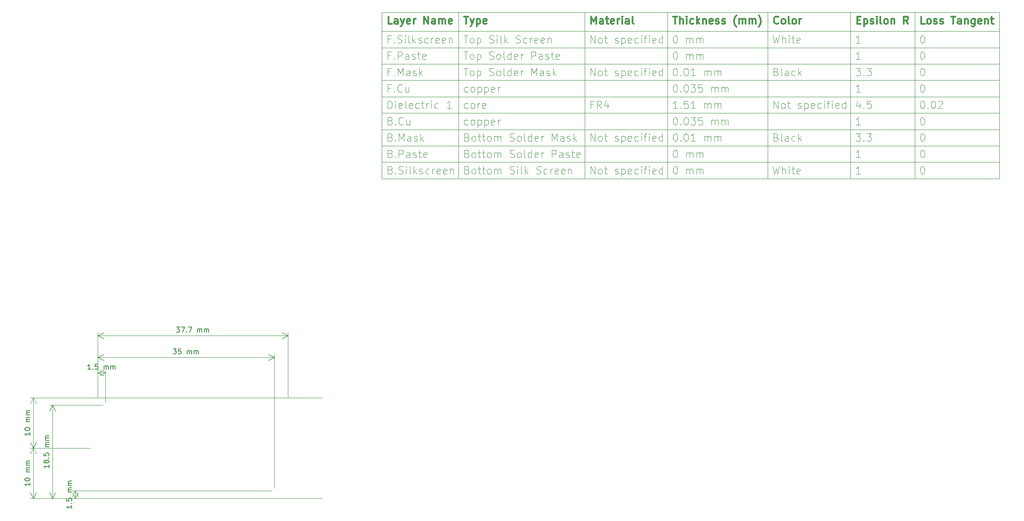
<source format=gbr>
%TF.GenerationSoftware,KiCad,Pcbnew,7.0.5*%
%TF.CreationDate,2023-06-19T14:48:13+02:00*%
%TF.ProjectId,candleLightfd-S01,63616e64-6c65-44c6-9967-687466642d53,R01*%
%TF.SameCoordinates,Original*%
%TF.FileFunction,OtherDrawing,Comment*%
%FSLAX46Y46*%
G04 Gerber Fmt 4.6, Leading zero omitted, Abs format (unit mm)*
G04 Created by KiCad (PCBNEW 7.0.5) date 2023-06-19 14:48:13*
%MOMM*%
%LPD*%
G01*
G04 APERTURE LIST*
%ADD10C,0.100000*%
%ADD11C,0.300000*%
%ADD12C,0.150000*%
G04 APERTURE END LIST*
D10*
X250435716Y-43500000D02*
X250435716Y-76500000D01*
X157400000Y-43500000D02*
X157400000Y-76500000D01*
X197657142Y-43500000D02*
X197657142Y-76500000D01*
X157400000Y-73250000D02*
X279978575Y-73250000D01*
X157400000Y-53750000D02*
X279978575Y-53750000D01*
X157400000Y-63500000D02*
X279978575Y-63500000D01*
X263171431Y-43500000D02*
X263171431Y-76500000D01*
X233985715Y-43500000D02*
X233985715Y-76500000D01*
X172635714Y-43500000D02*
X172635714Y-76500000D01*
X214107143Y-43500000D02*
X214107143Y-76500000D01*
X157400000Y-76500000D02*
X279978575Y-76500000D01*
X157400000Y-57000000D02*
X279978575Y-57000000D01*
X279978575Y-43500000D02*
X279978575Y-76500000D01*
X157400000Y-66750000D02*
X279978575Y-66750000D01*
X157400000Y-50500000D02*
X279978575Y-50500000D01*
X157400000Y-60250000D02*
X279978575Y-60250000D01*
X157400000Y-70000000D02*
X279978575Y-70000000D01*
X157400000Y-43500000D02*
X279978575Y-43500000D01*
X157400000Y-47250000D02*
X279978575Y-47250000D01*
X215565789Y-48066228D02*
X215708646Y-48066228D01*
X215708646Y-48066228D02*
X215851503Y-48137657D01*
X215851503Y-48137657D02*
X215922932Y-48209085D01*
X215922932Y-48209085D02*
X215994360Y-48351942D01*
X215994360Y-48351942D02*
X216065789Y-48637657D01*
X216065789Y-48637657D02*
X216065789Y-48994800D01*
X216065789Y-48994800D02*
X215994360Y-49280514D01*
X215994360Y-49280514D02*
X215922932Y-49423371D01*
X215922932Y-49423371D02*
X215851503Y-49494800D01*
X215851503Y-49494800D02*
X215708646Y-49566228D01*
X215708646Y-49566228D02*
X215565789Y-49566228D01*
X215565789Y-49566228D02*
X215422932Y-49494800D01*
X215422932Y-49494800D02*
X215351503Y-49423371D01*
X215351503Y-49423371D02*
X215280074Y-49280514D01*
X215280074Y-49280514D02*
X215208646Y-48994800D01*
X215208646Y-48994800D02*
X215208646Y-48637657D01*
X215208646Y-48637657D02*
X215280074Y-48351942D01*
X215280074Y-48351942D02*
X215351503Y-48209085D01*
X215351503Y-48209085D02*
X215422932Y-48137657D01*
X215422932Y-48137657D02*
X215565789Y-48066228D01*
X217851502Y-49566228D02*
X217851502Y-48566228D01*
X217851502Y-48709085D02*
X217922931Y-48637657D01*
X217922931Y-48637657D02*
X218065788Y-48566228D01*
X218065788Y-48566228D02*
X218280074Y-48566228D01*
X218280074Y-48566228D02*
X218422931Y-48637657D01*
X218422931Y-48637657D02*
X218494360Y-48780514D01*
X218494360Y-48780514D02*
X218494360Y-49566228D01*
X218494360Y-48780514D02*
X218565788Y-48637657D01*
X218565788Y-48637657D02*
X218708645Y-48566228D01*
X218708645Y-48566228D02*
X218922931Y-48566228D01*
X218922931Y-48566228D02*
X219065788Y-48637657D01*
X219065788Y-48637657D02*
X219137217Y-48780514D01*
X219137217Y-48780514D02*
X219137217Y-49566228D01*
X219851502Y-49566228D02*
X219851502Y-48566228D01*
X219851502Y-48709085D02*
X219922931Y-48637657D01*
X219922931Y-48637657D02*
X220065788Y-48566228D01*
X220065788Y-48566228D02*
X220280074Y-48566228D01*
X220280074Y-48566228D02*
X220422931Y-48637657D01*
X220422931Y-48637657D02*
X220494360Y-48780514D01*
X220494360Y-48780514D02*
X220494360Y-49566228D01*
X220494360Y-48780514D02*
X220565788Y-48637657D01*
X220565788Y-48637657D02*
X220708645Y-48566228D01*
X220708645Y-48566228D02*
X220922931Y-48566228D01*
X220922931Y-48566228D02*
X221065788Y-48637657D01*
X221065788Y-48637657D02*
X221137217Y-48780514D01*
X221137217Y-48780514D02*
X221137217Y-49566228D01*
X215565789Y-74066228D02*
X215708646Y-74066228D01*
X215708646Y-74066228D02*
X215851503Y-74137657D01*
X215851503Y-74137657D02*
X215922932Y-74209085D01*
X215922932Y-74209085D02*
X215994360Y-74351942D01*
X215994360Y-74351942D02*
X216065789Y-74637657D01*
X216065789Y-74637657D02*
X216065789Y-74994800D01*
X216065789Y-74994800D02*
X215994360Y-75280514D01*
X215994360Y-75280514D02*
X215922932Y-75423371D01*
X215922932Y-75423371D02*
X215851503Y-75494800D01*
X215851503Y-75494800D02*
X215708646Y-75566228D01*
X215708646Y-75566228D02*
X215565789Y-75566228D01*
X215565789Y-75566228D02*
X215422932Y-75494800D01*
X215422932Y-75494800D02*
X215351503Y-75423371D01*
X215351503Y-75423371D02*
X215280074Y-75280514D01*
X215280074Y-75280514D02*
X215208646Y-74994800D01*
X215208646Y-74994800D02*
X215208646Y-74637657D01*
X215208646Y-74637657D02*
X215280074Y-74351942D01*
X215280074Y-74351942D02*
X215351503Y-74209085D01*
X215351503Y-74209085D02*
X215422932Y-74137657D01*
X215422932Y-74137657D02*
X215565789Y-74066228D01*
X217851502Y-75566228D02*
X217851502Y-74566228D01*
X217851502Y-74709085D02*
X217922931Y-74637657D01*
X217922931Y-74637657D02*
X218065788Y-74566228D01*
X218065788Y-74566228D02*
X218280074Y-74566228D01*
X218280074Y-74566228D02*
X218422931Y-74637657D01*
X218422931Y-74637657D02*
X218494360Y-74780514D01*
X218494360Y-74780514D02*
X218494360Y-75566228D01*
X218494360Y-74780514D02*
X218565788Y-74637657D01*
X218565788Y-74637657D02*
X218708645Y-74566228D01*
X218708645Y-74566228D02*
X218922931Y-74566228D01*
X218922931Y-74566228D02*
X219065788Y-74637657D01*
X219065788Y-74637657D02*
X219137217Y-74780514D01*
X219137217Y-74780514D02*
X219137217Y-75566228D01*
X219851502Y-75566228D02*
X219851502Y-74566228D01*
X219851502Y-74709085D02*
X219922931Y-74637657D01*
X219922931Y-74637657D02*
X220065788Y-74566228D01*
X220065788Y-74566228D02*
X220280074Y-74566228D01*
X220280074Y-74566228D02*
X220422931Y-74637657D01*
X220422931Y-74637657D02*
X220494360Y-74780514D01*
X220494360Y-74780514D02*
X220494360Y-75566228D01*
X220494360Y-74780514D02*
X220565788Y-74637657D01*
X220565788Y-74637657D02*
X220708645Y-74566228D01*
X220708645Y-74566228D02*
X220922931Y-74566228D01*
X220922931Y-74566228D02*
X221065788Y-74637657D01*
X221065788Y-74637657D02*
X221137217Y-74780514D01*
X221137217Y-74780514D02*
X221137217Y-75566228D01*
X235658646Y-68280514D02*
X235872932Y-68351942D01*
X235872932Y-68351942D02*
X235944361Y-68423371D01*
X235944361Y-68423371D02*
X236015789Y-68566228D01*
X236015789Y-68566228D02*
X236015789Y-68780514D01*
X236015789Y-68780514D02*
X235944361Y-68923371D01*
X235944361Y-68923371D02*
X235872932Y-68994800D01*
X235872932Y-68994800D02*
X235730075Y-69066228D01*
X235730075Y-69066228D02*
X235158646Y-69066228D01*
X235158646Y-69066228D02*
X235158646Y-67566228D01*
X235158646Y-67566228D02*
X235658646Y-67566228D01*
X235658646Y-67566228D02*
X235801504Y-67637657D01*
X235801504Y-67637657D02*
X235872932Y-67709085D01*
X235872932Y-67709085D02*
X235944361Y-67851942D01*
X235944361Y-67851942D02*
X235944361Y-67994800D01*
X235944361Y-67994800D02*
X235872932Y-68137657D01*
X235872932Y-68137657D02*
X235801504Y-68209085D01*
X235801504Y-68209085D02*
X235658646Y-68280514D01*
X235658646Y-68280514D02*
X235158646Y-68280514D01*
X236872932Y-69066228D02*
X236730075Y-68994800D01*
X236730075Y-68994800D02*
X236658646Y-68851942D01*
X236658646Y-68851942D02*
X236658646Y-67566228D01*
X238087218Y-69066228D02*
X238087218Y-68280514D01*
X238087218Y-68280514D02*
X238015789Y-68137657D01*
X238015789Y-68137657D02*
X237872932Y-68066228D01*
X237872932Y-68066228D02*
X237587218Y-68066228D01*
X237587218Y-68066228D02*
X237444360Y-68137657D01*
X238087218Y-68994800D02*
X237944360Y-69066228D01*
X237944360Y-69066228D02*
X237587218Y-69066228D01*
X237587218Y-69066228D02*
X237444360Y-68994800D01*
X237444360Y-68994800D02*
X237372932Y-68851942D01*
X237372932Y-68851942D02*
X237372932Y-68709085D01*
X237372932Y-68709085D02*
X237444360Y-68566228D01*
X237444360Y-68566228D02*
X237587218Y-68494800D01*
X237587218Y-68494800D02*
X237944360Y-68494800D01*
X237944360Y-68494800D02*
X238087218Y-68423371D01*
X239444361Y-68994800D02*
X239301503Y-69066228D01*
X239301503Y-69066228D02*
X239015789Y-69066228D01*
X239015789Y-69066228D02*
X238872932Y-68994800D01*
X238872932Y-68994800D02*
X238801503Y-68923371D01*
X238801503Y-68923371D02*
X238730075Y-68780514D01*
X238730075Y-68780514D02*
X238730075Y-68351942D01*
X238730075Y-68351942D02*
X238801503Y-68209085D01*
X238801503Y-68209085D02*
X238872932Y-68137657D01*
X238872932Y-68137657D02*
X239015789Y-68066228D01*
X239015789Y-68066228D02*
X239301503Y-68066228D01*
X239301503Y-68066228D02*
X239444361Y-68137657D01*
X240087217Y-69066228D02*
X240087217Y-67566228D01*
X240230075Y-68494800D02*
X240658646Y-69066228D01*
X240658646Y-68066228D02*
X240087217Y-68637657D01*
X264630077Y-54566228D02*
X264772934Y-54566228D01*
X264772934Y-54566228D02*
X264915791Y-54637657D01*
X264915791Y-54637657D02*
X264987220Y-54709085D01*
X264987220Y-54709085D02*
X265058648Y-54851942D01*
X265058648Y-54851942D02*
X265130077Y-55137657D01*
X265130077Y-55137657D02*
X265130077Y-55494800D01*
X265130077Y-55494800D02*
X265058648Y-55780514D01*
X265058648Y-55780514D02*
X264987220Y-55923371D01*
X264987220Y-55923371D02*
X264915791Y-55994800D01*
X264915791Y-55994800D02*
X264772934Y-56066228D01*
X264772934Y-56066228D02*
X264630077Y-56066228D01*
X264630077Y-56066228D02*
X264487220Y-55994800D01*
X264487220Y-55994800D02*
X264415791Y-55923371D01*
X264415791Y-55923371D02*
X264344362Y-55780514D01*
X264344362Y-55780514D02*
X264272934Y-55494800D01*
X264272934Y-55494800D02*
X264272934Y-55137657D01*
X264272934Y-55137657D02*
X264344362Y-54851942D01*
X264344362Y-54851942D02*
X264415791Y-54709085D01*
X264415791Y-54709085D02*
X264487220Y-54637657D01*
X264487220Y-54637657D02*
X264630077Y-54566228D01*
X158572931Y-62566228D02*
X158572931Y-61066228D01*
X158572931Y-61066228D02*
X158930074Y-61066228D01*
X158930074Y-61066228D02*
X159144360Y-61137657D01*
X159144360Y-61137657D02*
X159287217Y-61280514D01*
X159287217Y-61280514D02*
X159358646Y-61423371D01*
X159358646Y-61423371D02*
X159430074Y-61709085D01*
X159430074Y-61709085D02*
X159430074Y-61923371D01*
X159430074Y-61923371D02*
X159358646Y-62209085D01*
X159358646Y-62209085D02*
X159287217Y-62351942D01*
X159287217Y-62351942D02*
X159144360Y-62494800D01*
X159144360Y-62494800D02*
X158930074Y-62566228D01*
X158930074Y-62566228D02*
X158572931Y-62566228D01*
X160072931Y-62566228D02*
X160072931Y-61566228D01*
X160072931Y-61066228D02*
X160001503Y-61137657D01*
X160001503Y-61137657D02*
X160072931Y-61209085D01*
X160072931Y-61209085D02*
X160144360Y-61137657D01*
X160144360Y-61137657D02*
X160072931Y-61066228D01*
X160072931Y-61066228D02*
X160072931Y-61209085D01*
X161358646Y-62494800D02*
X161215789Y-62566228D01*
X161215789Y-62566228D02*
X160930075Y-62566228D01*
X160930075Y-62566228D02*
X160787217Y-62494800D01*
X160787217Y-62494800D02*
X160715789Y-62351942D01*
X160715789Y-62351942D02*
X160715789Y-61780514D01*
X160715789Y-61780514D02*
X160787217Y-61637657D01*
X160787217Y-61637657D02*
X160930075Y-61566228D01*
X160930075Y-61566228D02*
X161215789Y-61566228D01*
X161215789Y-61566228D02*
X161358646Y-61637657D01*
X161358646Y-61637657D02*
X161430075Y-61780514D01*
X161430075Y-61780514D02*
X161430075Y-61923371D01*
X161430075Y-61923371D02*
X160715789Y-62066228D01*
X162287217Y-62566228D02*
X162144360Y-62494800D01*
X162144360Y-62494800D02*
X162072931Y-62351942D01*
X162072931Y-62351942D02*
X162072931Y-61066228D01*
X163430074Y-62494800D02*
X163287217Y-62566228D01*
X163287217Y-62566228D02*
X163001503Y-62566228D01*
X163001503Y-62566228D02*
X162858645Y-62494800D01*
X162858645Y-62494800D02*
X162787217Y-62351942D01*
X162787217Y-62351942D02*
X162787217Y-61780514D01*
X162787217Y-61780514D02*
X162858645Y-61637657D01*
X162858645Y-61637657D02*
X163001503Y-61566228D01*
X163001503Y-61566228D02*
X163287217Y-61566228D01*
X163287217Y-61566228D02*
X163430074Y-61637657D01*
X163430074Y-61637657D02*
X163501503Y-61780514D01*
X163501503Y-61780514D02*
X163501503Y-61923371D01*
X163501503Y-61923371D02*
X162787217Y-62066228D01*
X164787217Y-62494800D02*
X164644359Y-62566228D01*
X164644359Y-62566228D02*
X164358645Y-62566228D01*
X164358645Y-62566228D02*
X164215788Y-62494800D01*
X164215788Y-62494800D02*
X164144359Y-62423371D01*
X164144359Y-62423371D02*
X164072931Y-62280514D01*
X164072931Y-62280514D02*
X164072931Y-61851942D01*
X164072931Y-61851942D02*
X164144359Y-61709085D01*
X164144359Y-61709085D02*
X164215788Y-61637657D01*
X164215788Y-61637657D02*
X164358645Y-61566228D01*
X164358645Y-61566228D02*
X164644359Y-61566228D01*
X164644359Y-61566228D02*
X164787217Y-61637657D01*
X165215788Y-61566228D02*
X165787216Y-61566228D01*
X165430073Y-61066228D02*
X165430073Y-62351942D01*
X165430073Y-62351942D02*
X165501502Y-62494800D01*
X165501502Y-62494800D02*
X165644359Y-62566228D01*
X165644359Y-62566228D02*
X165787216Y-62566228D01*
X166287216Y-62566228D02*
X166287216Y-61566228D01*
X166287216Y-61851942D02*
X166358645Y-61709085D01*
X166358645Y-61709085D02*
X166430074Y-61637657D01*
X166430074Y-61637657D02*
X166572931Y-61566228D01*
X166572931Y-61566228D02*
X166715788Y-61566228D01*
X167215787Y-62566228D02*
X167215787Y-61566228D01*
X167215787Y-61066228D02*
X167144359Y-61137657D01*
X167144359Y-61137657D02*
X167215787Y-61209085D01*
X167215787Y-61209085D02*
X167287216Y-61137657D01*
X167287216Y-61137657D02*
X167215787Y-61066228D01*
X167215787Y-61066228D02*
X167215787Y-61209085D01*
X168572931Y-62494800D02*
X168430073Y-62566228D01*
X168430073Y-62566228D02*
X168144359Y-62566228D01*
X168144359Y-62566228D02*
X168001502Y-62494800D01*
X168001502Y-62494800D02*
X167930073Y-62423371D01*
X167930073Y-62423371D02*
X167858645Y-62280514D01*
X167858645Y-62280514D02*
X167858645Y-61851942D01*
X167858645Y-61851942D02*
X167930073Y-61709085D01*
X167930073Y-61709085D02*
X168001502Y-61637657D01*
X168001502Y-61637657D02*
X168144359Y-61566228D01*
X168144359Y-61566228D02*
X168430073Y-61566228D01*
X168430073Y-61566228D02*
X168572931Y-61637657D01*
X171144359Y-62566228D02*
X170287216Y-62566228D01*
X170715787Y-62566228D02*
X170715787Y-61066228D01*
X170715787Y-61066228D02*
X170572930Y-61280514D01*
X170572930Y-61280514D02*
X170430073Y-61423371D01*
X170430073Y-61423371D02*
X170287216Y-61494800D01*
X252394362Y-52816228D02*
X251537219Y-52816228D01*
X251965790Y-52816228D02*
X251965790Y-51316228D01*
X251965790Y-51316228D02*
X251822933Y-51530514D01*
X251822933Y-51530514D02*
X251680076Y-51673371D01*
X251680076Y-51673371D02*
X251537219Y-51744800D01*
X252251505Y-61566228D02*
X252251505Y-62566228D01*
X251894362Y-60994800D02*
X251537219Y-62066228D01*
X251537219Y-62066228D02*
X252465790Y-62066228D01*
X253037218Y-62423371D02*
X253108647Y-62494800D01*
X253108647Y-62494800D02*
X253037218Y-62566228D01*
X253037218Y-62566228D02*
X252965790Y-62494800D01*
X252965790Y-62494800D02*
X253037218Y-62423371D01*
X253037218Y-62423371D02*
X253037218Y-62566228D01*
X254465790Y-61066228D02*
X253751504Y-61066228D01*
X253751504Y-61066228D02*
X253680076Y-61780514D01*
X253680076Y-61780514D02*
X253751504Y-61709085D01*
X253751504Y-61709085D02*
X253894362Y-61637657D01*
X253894362Y-61637657D02*
X254251504Y-61637657D01*
X254251504Y-61637657D02*
X254394362Y-61709085D01*
X254394362Y-61709085D02*
X254465790Y-61780514D01*
X254465790Y-61780514D02*
X254537219Y-61923371D01*
X254537219Y-61923371D02*
X254537219Y-62280514D01*
X254537219Y-62280514D02*
X254465790Y-62423371D01*
X254465790Y-62423371D02*
X254394362Y-62494800D01*
X254394362Y-62494800D02*
X254251504Y-62566228D01*
X254251504Y-62566228D02*
X253894362Y-62566228D01*
X253894362Y-62566228D02*
X253751504Y-62494800D01*
X253751504Y-62494800D02*
X253680076Y-62423371D01*
X174451503Y-62494800D02*
X174308645Y-62566228D01*
X174308645Y-62566228D02*
X174022931Y-62566228D01*
X174022931Y-62566228D02*
X173880074Y-62494800D01*
X173880074Y-62494800D02*
X173808645Y-62423371D01*
X173808645Y-62423371D02*
X173737217Y-62280514D01*
X173737217Y-62280514D02*
X173737217Y-61851942D01*
X173737217Y-61851942D02*
X173808645Y-61709085D01*
X173808645Y-61709085D02*
X173880074Y-61637657D01*
X173880074Y-61637657D02*
X174022931Y-61566228D01*
X174022931Y-61566228D02*
X174308645Y-61566228D01*
X174308645Y-61566228D02*
X174451503Y-61637657D01*
X175308645Y-62566228D02*
X175165788Y-62494800D01*
X175165788Y-62494800D02*
X175094359Y-62423371D01*
X175094359Y-62423371D02*
X175022931Y-62280514D01*
X175022931Y-62280514D02*
X175022931Y-61851942D01*
X175022931Y-61851942D02*
X175094359Y-61709085D01*
X175094359Y-61709085D02*
X175165788Y-61637657D01*
X175165788Y-61637657D02*
X175308645Y-61566228D01*
X175308645Y-61566228D02*
X175522931Y-61566228D01*
X175522931Y-61566228D02*
X175665788Y-61637657D01*
X175665788Y-61637657D02*
X175737217Y-61709085D01*
X175737217Y-61709085D02*
X175808645Y-61851942D01*
X175808645Y-61851942D02*
X175808645Y-62280514D01*
X175808645Y-62280514D02*
X175737217Y-62423371D01*
X175737217Y-62423371D02*
X175665788Y-62494800D01*
X175665788Y-62494800D02*
X175522931Y-62566228D01*
X175522931Y-62566228D02*
X175308645Y-62566228D01*
X176451502Y-62566228D02*
X176451502Y-61566228D01*
X176451502Y-61851942D02*
X176522931Y-61709085D01*
X176522931Y-61709085D02*
X176594360Y-61637657D01*
X176594360Y-61637657D02*
X176737217Y-61566228D01*
X176737217Y-61566228D02*
X176880074Y-61566228D01*
X177951502Y-62494800D02*
X177808645Y-62566228D01*
X177808645Y-62566228D02*
X177522931Y-62566228D01*
X177522931Y-62566228D02*
X177380073Y-62494800D01*
X177380073Y-62494800D02*
X177308645Y-62351942D01*
X177308645Y-62351942D02*
X177308645Y-61780514D01*
X177308645Y-61780514D02*
X177380073Y-61637657D01*
X177380073Y-61637657D02*
X177522931Y-61566228D01*
X177522931Y-61566228D02*
X177808645Y-61566228D01*
X177808645Y-61566228D02*
X177951502Y-61637657D01*
X177951502Y-61637657D02*
X178022931Y-61780514D01*
X178022931Y-61780514D02*
X178022931Y-61923371D01*
X178022931Y-61923371D02*
X177308645Y-62066228D01*
X264630077Y-61066228D02*
X264772934Y-61066228D01*
X264772934Y-61066228D02*
X264915791Y-61137657D01*
X264915791Y-61137657D02*
X264987220Y-61209085D01*
X264987220Y-61209085D02*
X265058648Y-61351942D01*
X265058648Y-61351942D02*
X265130077Y-61637657D01*
X265130077Y-61637657D02*
X265130077Y-61994800D01*
X265130077Y-61994800D02*
X265058648Y-62280514D01*
X265058648Y-62280514D02*
X264987220Y-62423371D01*
X264987220Y-62423371D02*
X264915791Y-62494800D01*
X264915791Y-62494800D02*
X264772934Y-62566228D01*
X264772934Y-62566228D02*
X264630077Y-62566228D01*
X264630077Y-62566228D02*
X264487220Y-62494800D01*
X264487220Y-62494800D02*
X264415791Y-62423371D01*
X264415791Y-62423371D02*
X264344362Y-62280514D01*
X264344362Y-62280514D02*
X264272934Y-61994800D01*
X264272934Y-61994800D02*
X264272934Y-61637657D01*
X264272934Y-61637657D02*
X264344362Y-61351942D01*
X264344362Y-61351942D02*
X264415791Y-61209085D01*
X264415791Y-61209085D02*
X264487220Y-61137657D01*
X264487220Y-61137657D02*
X264630077Y-61066228D01*
X265772933Y-62423371D02*
X265844362Y-62494800D01*
X265844362Y-62494800D02*
X265772933Y-62566228D01*
X265772933Y-62566228D02*
X265701505Y-62494800D01*
X265701505Y-62494800D02*
X265772933Y-62423371D01*
X265772933Y-62423371D02*
X265772933Y-62566228D01*
X266772934Y-61066228D02*
X266915791Y-61066228D01*
X266915791Y-61066228D02*
X267058648Y-61137657D01*
X267058648Y-61137657D02*
X267130077Y-61209085D01*
X267130077Y-61209085D02*
X267201505Y-61351942D01*
X267201505Y-61351942D02*
X267272934Y-61637657D01*
X267272934Y-61637657D02*
X267272934Y-61994800D01*
X267272934Y-61994800D02*
X267201505Y-62280514D01*
X267201505Y-62280514D02*
X267130077Y-62423371D01*
X267130077Y-62423371D02*
X267058648Y-62494800D01*
X267058648Y-62494800D02*
X266915791Y-62566228D01*
X266915791Y-62566228D02*
X266772934Y-62566228D01*
X266772934Y-62566228D02*
X266630077Y-62494800D01*
X266630077Y-62494800D02*
X266558648Y-62423371D01*
X266558648Y-62423371D02*
X266487219Y-62280514D01*
X266487219Y-62280514D02*
X266415791Y-61994800D01*
X266415791Y-61994800D02*
X266415791Y-61637657D01*
X266415791Y-61637657D02*
X266487219Y-61351942D01*
X266487219Y-61351942D02*
X266558648Y-61209085D01*
X266558648Y-61209085D02*
X266630077Y-61137657D01*
X266630077Y-61137657D02*
X266772934Y-61066228D01*
X267844362Y-61209085D02*
X267915790Y-61137657D01*
X267915790Y-61137657D02*
X268058648Y-61066228D01*
X268058648Y-61066228D02*
X268415790Y-61066228D01*
X268415790Y-61066228D02*
X268558648Y-61137657D01*
X268558648Y-61137657D02*
X268630076Y-61209085D01*
X268630076Y-61209085D02*
X268701505Y-61351942D01*
X268701505Y-61351942D02*
X268701505Y-61494800D01*
X268701505Y-61494800D02*
X268630076Y-61709085D01*
X268630076Y-61709085D02*
X267772933Y-62566228D01*
X267772933Y-62566228D02*
X268701505Y-62566228D01*
X264630077Y-64316228D02*
X264772934Y-64316228D01*
X264772934Y-64316228D02*
X264915791Y-64387657D01*
X264915791Y-64387657D02*
X264987220Y-64459085D01*
X264987220Y-64459085D02*
X265058648Y-64601942D01*
X265058648Y-64601942D02*
X265130077Y-64887657D01*
X265130077Y-64887657D02*
X265130077Y-65244800D01*
X265130077Y-65244800D02*
X265058648Y-65530514D01*
X265058648Y-65530514D02*
X264987220Y-65673371D01*
X264987220Y-65673371D02*
X264915791Y-65744800D01*
X264915791Y-65744800D02*
X264772934Y-65816228D01*
X264772934Y-65816228D02*
X264630077Y-65816228D01*
X264630077Y-65816228D02*
X264487220Y-65744800D01*
X264487220Y-65744800D02*
X264415791Y-65673371D01*
X264415791Y-65673371D02*
X264344362Y-65530514D01*
X264344362Y-65530514D02*
X264272934Y-65244800D01*
X264272934Y-65244800D02*
X264272934Y-64887657D01*
X264272934Y-64887657D02*
X264344362Y-64601942D01*
X264344362Y-64601942D02*
X264415791Y-64459085D01*
X264415791Y-64459085D02*
X264487220Y-64387657D01*
X264487220Y-64387657D02*
X264630077Y-64316228D01*
X198830073Y-75566228D02*
X198830073Y-74066228D01*
X198830073Y-74066228D02*
X199687216Y-75566228D01*
X199687216Y-75566228D02*
X199687216Y-74066228D01*
X200615788Y-75566228D02*
X200472931Y-75494800D01*
X200472931Y-75494800D02*
X200401502Y-75423371D01*
X200401502Y-75423371D02*
X200330074Y-75280514D01*
X200330074Y-75280514D02*
X200330074Y-74851942D01*
X200330074Y-74851942D02*
X200401502Y-74709085D01*
X200401502Y-74709085D02*
X200472931Y-74637657D01*
X200472931Y-74637657D02*
X200615788Y-74566228D01*
X200615788Y-74566228D02*
X200830074Y-74566228D01*
X200830074Y-74566228D02*
X200972931Y-74637657D01*
X200972931Y-74637657D02*
X201044360Y-74709085D01*
X201044360Y-74709085D02*
X201115788Y-74851942D01*
X201115788Y-74851942D02*
X201115788Y-75280514D01*
X201115788Y-75280514D02*
X201044360Y-75423371D01*
X201044360Y-75423371D02*
X200972931Y-75494800D01*
X200972931Y-75494800D02*
X200830074Y-75566228D01*
X200830074Y-75566228D02*
X200615788Y-75566228D01*
X201544360Y-74566228D02*
X202115788Y-74566228D01*
X201758645Y-74066228D02*
X201758645Y-75351942D01*
X201758645Y-75351942D02*
X201830074Y-75494800D01*
X201830074Y-75494800D02*
X201972931Y-75566228D01*
X201972931Y-75566228D02*
X202115788Y-75566228D01*
X203687217Y-75494800D02*
X203830074Y-75566228D01*
X203830074Y-75566228D02*
X204115788Y-75566228D01*
X204115788Y-75566228D02*
X204258645Y-75494800D01*
X204258645Y-75494800D02*
X204330074Y-75351942D01*
X204330074Y-75351942D02*
X204330074Y-75280514D01*
X204330074Y-75280514D02*
X204258645Y-75137657D01*
X204258645Y-75137657D02*
X204115788Y-75066228D01*
X204115788Y-75066228D02*
X203901503Y-75066228D01*
X203901503Y-75066228D02*
X203758645Y-74994800D01*
X203758645Y-74994800D02*
X203687217Y-74851942D01*
X203687217Y-74851942D02*
X203687217Y-74780514D01*
X203687217Y-74780514D02*
X203758645Y-74637657D01*
X203758645Y-74637657D02*
X203901503Y-74566228D01*
X203901503Y-74566228D02*
X204115788Y-74566228D01*
X204115788Y-74566228D02*
X204258645Y-74637657D01*
X204972931Y-74566228D02*
X204972931Y-76066228D01*
X204972931Y-74637657D02*
X205115789Y-74566228D01*
X205115789Y-74566228D02*
X205401503Y-74566228D01*
X205401503Y-74566228D02*
X205544360Y-74637657D01*
X205544360Y-74637657D02*
X205615789Y-74709085D01*
X205615789Y-74709085D02*
X205687217Y-74851942D01*
X205687217Y-74851942D02*
X205687217Y-75280514D01*
X205687217Y-75280514D02*
X205615789Y-75423371D01*
X205615789Y-75423371D02*
X205544360Y-75494800D01*
X205544360Y-75494800D02*
X205401503Y-75566228D01*
X205401503Y-75566228D02*
X205115789Y-75566228D01*
X205115789Y-75566228D02*
X204972931Y-75494800D01*
X206901503Y-75494800D02*
X206758646Y-75566228D01*
X206758646Y-75566228D02*
X206472932Y-75566228D01*
X206472932Y-75566228D02*
X206330074Y-75494800D01*
X206330074Y-75494800D02*
X206258646Y-75351942D01*
X206258646Y-75351942D02*
X206258646Y-74780514D01*
X206258646Y-74780514D02*
X206330074Y-74637657D01*
X206330074Y-74637657D02*
X206472932Y-74566228D01*
X206472932Y-74566228D02*
X206758646Y-74566228D01*
X206758646Y-74566228D02*
X206901503Y-74637657D01*
X206901503Y-74637657D02*
X206972932Y-74780514D01*
X206972932Y-74780514D02*
X206972932Y-74923371D01*
X206972932Y-74923371D02*
X206258646Y-75066228D01*
X208258646Y-75494800D02*
X208115788Y-75566228D01*
X208115788Y-75566228D02*
X207830074Y-75566228D01*
X207830074Y-75566228D02*
X207687217Y-75494800D01*
X207687217Y-75494800D02*
X207615788Y-75423371D01*
X207615788Y-75423371D02*
X207544360Y-75280514D01*
X207544360Y-75280514D02*
X207544360Y-74851942D01*
X207544360Y-74851942D02*
X207615788Y-74709085D01*
X207615788Y-74709085D02*
X207687217Y-74637657D01*
X207687217Y-74637657D02*
X207830074Y-74566228D01*
X207830074Y-74566228D02*
X208115788Y-74566228D01*
X208115788Y-74566228D02*
X208258646Y-74637657D01*
X208901502Y-75566228D02*
X208901502Y-74566228D01*
X208901502Y-74066228D02*
X208830074Y-74137657D01*
X208830074Y-74137657D02*
X208901502Y-74209085D01*
X208901502Y-74209085D02*
X208972931Y-74137657D01*
X208972931Y-74137657D02*
X208901502Y-74066228D01*
X208901502Y-74066228D02*
X208901502Y-74209085D01*
X209401503Y-74566228D02*
X209972931Y-74566228D01*
X209615788Y-75566228D02*
X209615788Y-74280514D01*
X209615788Y-74280514D02*
X209687217Y-74137657D01*
X209687217Y-74137657D02*
X209830074Y-74066228D01*
X209830074Y-74066228D02*
X209972931Y-74066228D01*
X210472931Y-75566228D02*
X210472931Y-74566228D01*
X210472931Y-74066228D02*
X210401503Y-74137657D01*
X210401503Y-74137657D02*
X210472931Y-74209085D01*
X210472931Y-74209085D02*
X210544360Y-74137657D01*
X210544360Y-74137657D02*
X210472931Y-74066228D01*
X210472931Y-74066228D02*
X210472931Y-74209085D01*
X211758646Y-75494800D02*
X211615789Y-75566228D01*
X211615789Y-75566228D02*
X211330075Y-75566228D01*
X211330075Y-75566228D02*
X211187217Y-75494800D01*
X211187217Y-75494800D02*
X211115789Y-75351942D01*
X211115789Y-75351942D02*
X211115789Y-74780514D01*
X211115789Y-74780514D02*
X211187217Y-74637657D01*
X211187217Y-74637657D02*
X211330075Y-74566228D01*
X211330075Y-74566228D02*
X211615789Y-74566228D01*
X211615789Y-74566228D02*
X211758646Y-74637657D01*
X211758646Y-74637657D02*
X211830075Y-74780514D01*
X211830075Y-74780514D02*
X211830075Y-74923371D01*
X211830075Y-74923371D02*
X211115789Y-75066228D01*
X213115789Y-75566228D02*
X213115789Y-74066228D01*
X213115789Y-75494800D02*
X212972931Y-75566228D01*
X212972931Y-75566228D02*
X212687217Y-75566228D01*
X212687217Y-75566228D02*
X212544360Y-75494800D01*
X212544360Y-75494800D02*
X212472931Y-75423371D01*
X212472931Y-75423371D02*
X212401503Y-75280514D01*
X212401503Y-75280514D02*
X212401503Y-74851942D01*
X212401503Y-74851942D02*
X212472931Y-74709085D01*
X212472931Y-74709085D02*
X212544360Y-74637657D01*
X212544360Y-74637657D02*
X212687217Y-74566228D01*
X212687217Y-74566228D02*
X212972931Y-74566228D01*
X212972931Y-74566228D02*
X213115789Y-74637657D01*
X235015789Y-74066228D02*
X235372932Y-75566228D01*
X235372932Y-75566228D02*
X235658646Y-74494800D01*
X235658646Y-74494800D02*
X235944361Y-75566228D01*
X235944361Y-75566228D02*
X236301504Y-74066228D01*
X236872932Y-75566228D02*
X236872932Y-74066228D01*
X237515790Y-75566228D02*
X237515790Y-74780514D01*
X237515790Y-74780514D02*
X237444361Y-74637657D01*
X237444361Y-74637657D02*
X237301504Y-74566228D01*
X237301504Y-74566228D02*
X237087218Y-74566228D01*
X237087218Y-74566228D02*
X236944361Y-74637657D01*
X236944361Y-74637657D02*
X236872932Y-74709085D01*
X238230075Y-75566228D02*
X238230075Y-74566228D01*
X238230075Y-74066228D02*
X238158647Y-74137657D01*
X238158647Y-74137657D02*
X238230075Y-74209085D01*
X238230075Y-74209085D02*
X238301504Y-74137657D01*
X238301504Y-74137657D02*
X238230075Y-74066228D01*
X238230075Y-74066228D02*
X238230075Y-74209085D01*
X238730076Y-74566228D02*
X239301504Y-74566228D01*
X238944361Y-74066228D02*
X238944361Y-75351942D01*
X238944361Y-75351942D02*
X239015790Y-75494800D01*
X239015790Y-75494800D02*
X239158647Y-75566228D01*
X239158647Y-75566228D02*
X239301504Y-75566228D01*
X240372933Y-75494800D02*
X240230076Y-75566228D01*
X240230076Y-75566228D02*
X239944362Y-75566228D01*
X239944362Y-75566228D02*
X239801504Y-75494800D01*
X239801504Y-75494800D02*
X239730076Y-75351942D01*
X239730076Y-75351942D02*
X239730076Y-74780514D01*
X239730076Y-74780514D02*
X239801504Y-74637657D01*
X239801504Y-74637657D02*
X239944362Y-74566228D01*
X239944362Y-74566228D02*
X240230076Y-74566228D01*
X240230076Y-74566228D02*
X240372933Y-74637657D01*
X240372933Y-74637657D02*
X240444362Y-74780514D01*
X240444362Y-74780514D02*
X240444362Y-74923371D01*
X240444362Y-74923371D02*
X239730076Y-75066228D01*
X252394362Y-75566228D02*
X251537219Y-75566228D01*
X251965790Y-75566228D02*
X251965790Y-74066228D01*
X251965790Y-74066228D02*
X251822933Y-74280514D01*
X251822933Y-74280514D02*
X251680076Y-74423371D01*
X251680076Y-74423371D02*
X251537219Y-74494800D01*
X251465790Y-54566228D02*
X252394362Y-54566228D01*
X252394362Y-54566228D02*
X251894362Y-55137657D01*
X251894362Y-55137657D02*
X252108647Y-55137657D01*
X252108647Y-55137657D02*
X252251505Y-55209085D01*
X252251505Y-55209085D02*
X252322933Y-55280514D01*
X252322933Y-55280514D02*
X252394362Y-55423371D01*
X252394362Y-55423371D02*
X252394362Y-55780514D01*
X252394362Y-55780514D02*
X252322933Y-55923371D01*
X252322933Y-55923371D02*
X252251505Y-55994800D01*
X252251505Y-55994800D02*
X252108647Y-56066228D01*
X252108647Y-56066228D02*
X251680076Y-56066228D01*
X251680076Y-56066228D02*
X251537219Y-55994800D01*
X251537219Y-55994800D02*
X251465790Y-55923371D01*
X253037218Y-55923371D02*
X253108647Y-55994800D01*
X253108647Y-55994800D02*
X253037218Y-56066228D01*
X253037218Y-56066228D02*
X252965790Y-55994800D01*
X252965790Y-55994800D02*
X253037218Y-55923371D01*
X253037218Y-55923371D02*
X253037218Y-56066228D01*
X253608647Y-54566228D02*
X254537219Y-54566228D01*
X254537219Y-54566228D02*
X254037219Y-55137657D01*
X254037219Y-55137657D02*
X254251504Y-55137657D01*
X254251504Y-55137657D02*
X254394362Y-55209085D01*
X254394362Y-55209085D02*
X254465790Y-55280514D01*
X254465790Y-55280514D02*
X254537219Y-55423371D01*
X254537219Y-55423371D02*
X254537219Y-55780514D01*
X254537219Y-55780514D02*
X254465790Y-55923371D01*
X254465790Y-55923371D02*
X254394362Y-55994800D01*
X254394362Y-55994800D02*
X254251504Y-56066228D01*
X254251504Y-56066228D02*
X253822933Y-56066228D01*
X253822933Y-56066228D02*
X253680076Y-55994800D01*
X253680076Y-55994800D02*
X253608647Y-55923371D01*
D11*
X265190227Y-45805828D02*
X264475941Y-45805828D01*
X264475941Y-45805828D02*
X264475941Y-44305828D01*
X265904513Y-45805828D02*
X265761656Y-45734400D01*
X265761656Y-45734400D02*
X265690227Y-45662971D01*
X265690227Y-45662971D02*
X265618799Y-45520114D01*
X265618799Y-45520114D02*
X265618799Y-45091542D01*
X265618799Y-45091542D02*
X265690227Y-44948685D01*
X265690227Y-44948685D02*
X265761656Y-44877257D01*
X265761656Y-44877257D02*
X265904513Y-44805828D01*
X265904513Y-44805828D02*
X266118799Y-44805828D01*
X266118799Y-44805828D02*
X266261656Y-44877257D01*
X266261656Y-44877257D02*
X266333085Y-44948685D01*
X266333085Y-44948685D02*
X266404513Y-45091542D01*
X266404513Y-45091542D02*
X266404513Y-45520114D01*
X266404513Y-45520114D02*
X266333085Y-45662971D01*
X266333085Y-45662971D02*
X266261656Y-45734400D01*
X266261656Y-45734400D02*
X266118799Y-45805828D01*
X266118799Y-45805828D02*
X265904513Y-45805828D01*
X266975942Y-45734400D02*
X267118799Y-45805828D01*
X267118799Y-45805828D02*
X267404513Y-45805828D01*
X267404513Y-45805828D02*
X267547370Y-45734400D01*
X267547370Y-45734400D02*
X267618799Y-45591542D01*
X267618799Y-45591542D02*
X267618799Y-45520114D01*
X267618799Y-45520114D02*
X267547370Y-45377257D01*
X267547370Y-45377257D02*
X267404513Y-45305828D01*
X267404513Y-45305828D02*
X267190228Y-45305828D01*
X267190228Y-45305828D02*
X267047370Y-45234400D01*
X267047370Y-45234400D02*
X266975942Y-45091542D01*
X266975942Y-45091542D02*
X266975942Y-45020114D01*
X266975942Y-45020114D02*
X267047370Y-44877257D01*
X267047370Y-44877257D02*
X267190228Y-44805828D01*
X267190228Y-44805828D02*
X267404513Y-44805828D01*
X267404513Y-44805828D02*
X267547370Y-44877257D01*
X268190228Y-45734400D02*
X268333085Y-45805828D01*
X268333085Y-45805828D02*
X268618799Y-45805828D01*
X268618799Y-45805828D02*
X268761656Y-45734400D01*
X268761656Y-45734400D02*
X268833085Y-45591542D01*
X268833085Y-45591542D02*
X268833085Y-45520114D01*
X268833085Y-45520114D02*
X268761656Y-45377257D01*
X268761656Y-45377257D02*
X268618799Y-45305828D01*
X268618799Y-45305828D02*
X268404514Y-45305828D01*
X268404514Y-45305828D02*
X268261656Y-45234400D01*
X268261656Y-45234400D02*
X268190228Y-45091542D01*
X268190228Y-45091542D02*
X268190228Y-45020114D01*
X268190228Y-45020114D02*
X268261656Y-44877257D01*
X268261656Y-44877257D02*
X268404514Y-44805828D01*
X268404514Y-44805828D02*
X268618799Y-44805828D01*
X268618799Y-44805828D02*
X268761656Y-44877257D01*
X270404514Y-44305828D02*
X271261657Y-44305828D01*
X270833085Y-45805828D02*
X270833085Y-44305828D01*
X272404514Y-45805828D02*
X272404514Y-45020114D01*
X272404514Y-45020114D02*
X272333085Y-44877257D01*
X272333085Y-44877257D02*
X272190228Y-44805828D01*
X272190228Y-44805828D02*
X271904514Y-44805828D01*
X271904514Y-44805828D02*
X271761656Y-44877257D01*
X272404514Y-45734400D02*
X272261656Y-45805828D01*
X272261656Y-45805828D02*
X271904514Y-45805828D01*
X271904514Y-45805828D02*
X271761656Y-45734400D01*
X271761656Y-45734400D02*
X271690228Y-45591542D01*
X271690228Y-45591542D02*
X271690228Y-45448685D01*
X271690228Y-45448685D02*
X271761656Y-45305828D01*
X271761656Y-45305828D02*
X271904514Y-45234400D01*
X271904514Y-45234400D02*
X272261656Y-45234400D01*
X272261656Y-45234400D02*
X272404514Y-45162971D01*
X273118799Y-44805828D02*
X273118799Y-45805828D01*
X273118799Y-44948685D02*
X273190228Y-44877257D01*
X273190228Y-44877257D02*
X273333085Y-44805828D01*
X273333085Y-44805828D02*
X273547371Y-44805828D01*
X273547371Y-44805828D02*
X273690228Y-44877257D01*
X273690228Y-44877257D02*
X273761657Y-45020114D01*
X273761657Y-45020114D02*
X273761657Y-45805828D01*
X275118800Y-44805828D02*
X275118800Y-46020114D01*
X275118800Y-46020114D02*
X275047371Y-46162971D01*
X275047371Y-46162971D02*
X274975942Y-46234400D01*
X274975942Y-46234400D02*
X274833085Y-46305828D01*
X274833085Y-46305828D02*
X274618800Y-46305828D01*
X274618800Y-46305828D02*
X274475942Y-46234400D01*
X275118800Y-45734400D02*
X274975942Y-45805828D01*
X274975942Y-45805828D02*
X274690228Y-45805828D01*
X274690228Y-45805828D02*
X274547371Y-45734400D01*
X274547371Y-45734400D02*
X274475942Y-45662971D01*
X274475942Y-45662971D02*
X274404514Y-45520114D01*
X274404514Y-45520114D02*
X274404514Y-45091542D01*
X274404514Y-45091542D02*
X274475942Y-44948685D01*
X274475942Y-44948685D02*
X274547371Y-44877257D01*
X274547371Y-44877257D02*
X274690228Y-44805828D01*
X274690228Y-44805828D02*
X274975942Y-44805828D01*
X274975942Y-44805828D02*
X275118800Y-44877257D01*
X276404514Y-45734400D02*
X276261657Y-45805828D01*
X276261657Y-45805828D02*
X275975943Y-45805828D01*
X275975943Y-45805828D02*
X275833085Y-45734400D01*
X275833085Y-45734400D02*
X275761657Y-45591542D01*
X275761657Y-45591542D02*
X275761657Y-45020114D01*
X275761657Y-45020114D02*
X275833085Y-44877257D01*
X275833085Y-44877257D02*
X275975943Y-44805828D01*
X275975943Y-44805828D02*
X276261657Y-44805828D01*
X276261657Y-44805828D02*
X276404514Y-44877257D01*
X276404514Y-44877257D02*
X276475943Y-45020114D01*
X276475943Y-45020114D02*
X276475943Y-45162971D01*
X276475943Y-45162971D02*
X275761657Y-45305828D01*
X277118799Y-44805828D02*
X277118799Y-45805828D01*
X277118799Y-44948685D02*
X277190228Y-44877257D01*
X277190228Y-44877257D02*
X277333085Y-44805828D01*
X277333085Y-44805828D02*
X277547371Y-44805828D01*
X277547371Y-44805828D02*
X277690228Y-44877257D01*
X277690228Y-44877257D02*
X277761657Y-45020114D01*
X277761657Y-45020114D02*
X277761657Y-45805828D01*
X278261657Y-44805828D02*
X278833085Y-44805828D01*
X278475942Y-44305828D02*
X278475942Y-45591542D01*
X278475942Y-45591542D02*
X278547371Y-45734400D01*
X278547371Y-45734400D02*
X278690228Y-45805828D01*
X278690228Y-45805828D02*
X278833085Y-45805828D01*
D10*
X215565789Y-57816228D02*
X215708646Y-57816228D01*
X215708646Y-57816228D02*
X215851503Y-57887657D01*
X215851503Y-57887657D02*
X215922932Y-57959085D01*
X215922932Y-57959085D02*
X215994360Y-58101942D01*
X215994360Y-58101942D02*
X216065789Y-58387657D01*
X216065789Y-58387657D02*
X216065789Y-58744800D01*
X216065789Y-58744800D02*
X215994360Y-59030514D01*
X215994360Y-59030514D02*
X215922932Y-59173371D01*
X215922932Y-59173371D02*
X215851503Y-59244800D01*
X215851503Y-59244800D02*
X215708646Y-59316228D01*
X215708646Y-59316228D02*
X215565789Y-59316228D01*
X215565789Y-59316228D02*
X215422932Y-59244800D01*
X215422932Y-59244800D02*
X215351503Y-59173371D01*
X215351503Y-59173371D02*
X215280074Y-59030514D01*
X215280074Y-59030514D02*
X215208646Y-58744800D01*
X215208646Y-58744800D02*
X215208646Y-58387657D01*
X215208646Y-58387657D02*
X215280074Y-58101942D01*
X215280074Y-58101942D02*
X215351503Y-57959085D01*
X215351503Y-57959085D02*
X215422932Y-57887657D01*
X215422932Y-57887657D02*
X215565789Y-57816228D01*
X216708645Y-59173371D02*
X216780074Y-59244800D01*
X216780074Y-59244800D02*
X216708645Y-59316228D01*
X216708645Y-59316228D02*
X216637217Y-59244800D01*
X216637217Y-59244800D02*
X216708645Y-59173371D01*
X216708645Y-59173371D02*
X216708645Y-59316228D01*
X217708646Y-57816228D02*
X217851503Y-57816228D01*
X217851503Y-57816228D02*
X217994360Y-57887657D01*
X217994360Y-57887657D02*
X218065789Y-57959085D01*
X218065789Y-57959085D02*
X218137217Y-58101942D01*
X218137217Y-58101942D02*
X218208646Y-58387657D01*
X218208646Y-58387657D02*
X218208646Y-58744800D01*
X218208646Y-58744800D02*
X218137217Y-59030514D01*
X218137217Y-59030514D02*
X218065789Y-59173371D01*
X218065789Y-59173371D02*
X217994360Y-59244800D01*
X217994360Y-59244800D02*
X217851503Y-59316228D01*
X217851503Y-59316228D02*
X217708646Y-59316228D01*
X217708646Y-59316228D02*
X217565789Y-59244800D01*
X217565789Y-59244800D02*
X217494360Y-59173371D01*
X217494360Y-59173371D02*
X217422931Y-59030514D01*
X217422931Y-59030514D02*
X217351503Y-58744800D01*
X217351503Y-58744800D02*
X217351503Y-58387657D01*
X217351503Y-58387657D02*
X217422931Y-58101942D01*
X217422931Y-58101942D02*
X217494360Y-57959085D01*
X217494360Y-57959085D02*
X217565789Y-57887657D01*
X217565789Y-57887657D02*
X217708646Y-57816228D01*
X218708645Y-57816228D02*
X219637217Y-57816228D01*
X219637217Y-57816228D02*
X219137217Y-58387657D01*
X219137217Y-58387657D02*
X219351502Y-58387657D01*
X219351502Y-58387657D02*
X219494360Y-58459085D01*
X219494360Y-58459085D02*
X219565788Y-58530514D01*
X219565788Y-58530514D02*
X219637217Y-58673371D01*
X219637217Y-58673371D02*
X219637217Y-59030514D01*
X219637217Y-59030514D02*
X219565788Y-59173371D01*
X219565788Y-59173371D02*
X219494360Y-59244800D01*
X219494360Y-59244800D02*
X219351502Y-59316228D01*
X219351502Y-59316228D02*
X218922931Y-59316228D01*
X218922931Y-59316228D02*
X218780074Y-59244800D01*
X218780074Y-59244800D02*
X218708645Y-59173371D01*
X220994359Y-57816228D02*
X220280073Y-57816228D01*
X220280073Y-57816228D02*
X220208645Y-58530514D01*
X220208645Y-58530514D02*
X220280073Y-58459085D01*
X220280073Y-58459085D02*
X220422931Y-58387657D01*
X220422931Y-58387657D02*
X220780073Y-58387657D01*
X220780073Y-58387657D02*
X220922931Y-58459085D01*
X220922931Y-58459085D02*
X220994359Y-58530514D01*
X220994359Y-58530514D02*
X221065788Y-58673371D01*
X221065788Y-58673371D02*
X221065788Y-59030514D01*
X221065788Y-59030514D02*
X220994359Y-59173371D01*
X220994359Y-59173371D02*
X220922931Y-59244800D01*
X220922931Y-59244800D02*
X220780073Y-59316228D01*
X220780073Y-59316228D02*
X220422931Y-59316228D01*
X220422931Y-59316228D02*
X220280073Y-59244800D01*
X220280073Y-59244800D02*
X220208645Y-59173371D01*
X222851501Y-59316228D02*
X222851501Y-58316228D01*
X222851501Y-58459085D02*
X222922930Y-58387657D01*
X222922930Y-58387657D02*
X223065787Y-58316228D01*
X223065787Y-58316228D02*
X223280073Y-58316228D01*
X223280073Y-58316228D02*
X223422930Y-58387657D01*
X223422930Y-58387657D02*
X223494359Y-58530514D01*
X223494359Y-58530514D02*
X223494359Y-59316228D01*
X223494359Y-58530514D02*
X223565787Y-58387657D01*
X223565787Y-58387657D02*
X223708644Y-58316228D01*
X223708644Y-58316228D02*
X223922930Y-58316228D01*
X223922930Y-58316228D02*
X224065787Y-58387657D01*
X224065787Y-58387657D02*
X224137216Y-58530514D01*
X224137216Y-58530514D02*
X224137216Y-59316228D01*
X224851501Y-59316228D02*
X224851501Y-58316228D01*
X224851501Y-58459085D02*
X224922930Y-58387657D01*
X224922930Y-58387657D02*
X225065787Y-58316228D01*
X225065787Y-58316228D02*
X225280073Y-58316228D01*
X225280073Y-58316228D02*
X225422930Y-58387657D01*
X225422930Y-58387657D02*
X225494359Y-58530514D01*
X225494359Y-58530514D02*
X225494359Y-59316228D01*
X225494359Y-58530514D02*
X225565787Y-58387657D01*
X225565787Y-58387657D02*
X225708644Y-58316228D01*
X225708644Y-58316228D02*
X225922930Y-58316228D01*
X225922930Y-58316228D02*
X226065787Y-58387657D01*
X226065787Y-58387657D02*
X226137216Y-58530514D01*
X226137216Y-58530514D02*
X226137216Y-59316228D01*
X215565789Y-51316228D02*
X215708646Y-51316228D01*
X215708646Y-51316228D02*
X215851503Y-51387657D01*
X215851503Y-51387657D02*
X215922932Y-51459085D01*
X215922932Y-51459085D02*
X215994360Y-51601942D01*
X215994360Y-51601942D02*
X216065789Y-51887657D01*
X216065789Y-51887657D02*
X216065789Y-52244800D01*
X216065789Y-52244800D02*
X215994360Y-52530514D01*
X215994360Y-52530514D02*
X215922932Y-52673371D01*
X215922932Y-52673371D02*
X215851503Y-52744800D01*
X215851503Y-52744800D02*
X215708646Y-52816228D01*
X215708646Y-52816228D02*
X215565789Y-52816228D01*
X215565789Y-52816228D02*
X215422932Y-52744800D01*
X215422932Y-52744800D02*
X215351503Y-52673371D01*
X215351503Y-52673371D02*
X215280074Y-52530514D01*
X215280074Y-52530514D02*
X215208646Y-52244800D01*
X215208646Y-52244800D02*
X215208646Y-51887657D01*
X215208646Y-51887657D02*
X215280074Y-51601942D01*
X215280074Y-51601942D02*
X215351503Y-51459085D01*
X215351503Y-51459085D02*
X215422932Y-51387657D01*
X215422932Y-51387657D02*
X215565789Y-51316228D01*
X217851502Y-52816228D02*
X217851502Y-51816228D01*
X217851502Y-51959085D02*
X217922931Y-51887657D01*
X217922931Y-51887657D02*
X218065788Y-51816228D01*
X218065788Y-51816228D02*
X218280074Y-51816228D01*
X218280074Y-51816228D02*
X218422931Y-51887657D01*
X218422931Y-51887657D02*
X218494360Y-52030514D01*
X218494360Y-52030514D02*
X218494360Y-52816228D01*
X218494360Y-52030514D02*
X218565788Y-51887657D01*
X218565788Y-51887657D02*
X218708645Y-51816228D01*
X218708645Y-51816228D02*
X218922931Y-51816228D01*
X218922931Y-51816228D02*
X219065788Y-51887657D01*
X219065788Y-51887657D02*
X219137217Y-52030514D01*
X219137217Y-52030514D02*
X219137217Y-52816228D01*
X219851502Y-52816228D02*
X219851502Y-51816228D01*
X219851502Y-51959085D02*
X219922931Y-51887657D01*
X219922931Y-51887657D02*
X220065788Y-51816228D01*
X220065788Y-51816228D02*
X220280074Y-51816228D01*
X220280074Y-51816228D02*
X220422931Y-51887657D01*
X220422931Y-51887657D02*
X220494360Y-52030514D01*
X220494360Y-52030514D02*
X220494360Y-52816228D01*
X220494360Y-52030514D02*
X220565788Y-51887657D01*
X220565788Y-51887657D02*
X220708645Y-51816228D01*
X220708645Y-51816228D02*
X220922931Y-51816228D01*
X220922931Y-51816228D02*
X221065788Y-51887657D01*
X221065788Y-51887657D02*
X221137217Y-52030514D01*
X221137217Y-52030514D02*
X221137217Y-52816228D01*
X215565789Y-64316228D02*
X215708646Y-64316228D01*
X215708646Y-64316228D02*
X215851503Y-64387657D01*
X215851503Y-64387657D02*
X215922932Y-64459085D01*
X215922932Y-64459085D02*
X215994360Y-64601942D01*
X215994360Y-64601942D02*
X216065789Y-64887657D01*
X216065789Y-64887657D02*
X216065789Y-65244800D01*
X216065789Y-65244800D02*
X215994360Y-65530514D01*
X215994360Y-65530514D02*
X215922932Y-65673371D01*
X215922932Y-65673371D02*
X215851503Y-65744800D01*
X215851503Y-65744800D02*
X215708646Y-65816228D01*
X215708646Y-65816228D02*
X215565789Y-65816228D01*
X215565789Y-65816228D02*
X215422932Y-65744800D01*
X215422932Y-65744800D02*
X215351503Y-65673371D01*
X215351503Y-65673371D02*
X215280074Y-65530514D01*
X215280074Y-65530514D02*
X215208646Y-65244800D01*
X215208646Y-65244800D02*
X215208646Y-64887657D01*
X215208646Y-64887657D02*
X215280074Y-64601942D01*
X215280074Y-64601942D02*
X215351503Y-64459085D01*
X215351503Y-64459085D02*
X215422932Y-64387657D01*
X215422932Y-64387657D02*
X215565789Y-64316228D01*
X216708645Y-65673371D02*
X216780074Y-65744800D01*
X216780074Y-65744800D02*
X216708645Y-65816228D01*
X216708645Y-65816228D02*
X216637217Y-65744800D01*
X216637217Y-65744800D02*
X216708645Y-65673371D01*
X216708645Y-65673371D02*
X216708645Y-65816228D01*
X217708646Y-64316228D02*
X217851503Y-64316228D01*
X217851503Y-64316228D02*
X217994360Y-64387657D01*
X217994360Y-64387657D02*
X218065789Y-64459085D01*
X218065789Y-64459085D02*
X218137217Y-64601942D01*
X218137217Y-64601942D02*
X218208646Y-64887657D01*
X218208646Y-64887657D02*
X218208646Y-65244800D01*
X218208646Y-65244800D02*
X218137217Y-65530514D01*
X218137217Y-65530514D02*
X218065789Y-65673371D01*
X218065789Y-65673371D02*
X217994360Y-65744800D01*
X217994360Y-65744800D02*
X217851503Y-65816228D01*
X217851503Y-65816228D02*
X217708646Y-65816228D01*
X217708646Y-65816228D02*
X217565789Y-65744800D01*
X217565789Y-65744800D02*
X217494360Y-65673371D01*
X217494360Y-65673371D02*
X217422931Y-65530514D01*
X217422931Y-65530514D02*
X217351503Y-65244800D01*
X217351503Y-65244800D02*
X217351503Y-64887657D01*
X217351503Y-64887657D02*
X217422931Y-64601942D01*
X217422931Y-64601942D02*
X217494360Y-64459085D01*
X217494360Y-64459085D02*
X217565789Y-64387657D01*
X217565789Y-64387657D02*
X217708646Y-64316228D01*
X218708645Y-64316228D02*
X219637217Y-64316228D01*
X219637217Y-64316228D02*
X219137217Y-64887657D01*
X219137217Y-64887657D02*
X219351502Y-64887657D01*
X219351502Y-64887657D02*
X219494360Y-64959085D01*
X219494360Y-64959085D02*
X219565788Y-65030514D01*
X219565788Y-65030514D02*
X219637217Y-65173371D01*
X219637217Y-65173371D02*
X219637217Y-65530514D01*
X219637217Y-65530514D02*
X219565788Y-65673371D01*
X219565788Y-65673371D02*
X219494360Y-65744800D01*
X219494360Y-65744800D02*
X219351502Y-65816228D01*
X219351502Y-65816228D02*
X218922931Y-65816228D01*
X218922931Y-65816228D02*
X218780074Y-65744800D01*
X218780074Y-65744800D02*
X218708645Y-65673371D01*
X220994359Y-64316228D02*
X220280073Y-64316228D01*
X220280073Y-64316228D02*
X220208645Y-65030514D01*
X220208645Y-65030514D02*
X220280073Y-64959085D01*
X220280073Y-64959085D02*
X220422931Y-64887657D01*
X220422931Y-64887657D02*
X220780073Y-64887657D01*
X220780073Y-64887657D02*
X220922931Y-64959085D01*
X220922931Y-64959085D02*
X220994359Y-65030514D01*
X220994359Y-65030514D02*
X221065788Y-65173371D01*
X221065788Y-65173371D02*
X221065788Y-65530514D01*
X221065788Y-65530514D02*
X220994359Y-65673371D01*
X220994359Y-65673371D02*
X220922931Y-65744800D01*
X220922931Y-65744800D02*
X220780073Y-65816228D01*
X220780073Y-65816228D02*
X220422931Y-65816228D01*
X220422931Y-65816228D02*
X220280073Y-65744800D01*
X220280073Y-65744800D02*
X220208645Y-65673371D01*
X222851501Y-65816228D02*
X222851501Y-64816228D01*
X222851501Y-64959085D02*
X222922930Y-64887657D01*
X222922930Y-64887657D02*
X223065787Y-64816228D01*
X223065787Y-64816228D02*
X223280073Y-64816228D01*
X223280073Y-64816228D02*
X223422930Y-64887657D01*
X223422930Y-64887657D02*
X223494359Y-65030514D01*
X223494359Y-65030514D02*
X223494359Y-65816228D01*
X223494359Y-65030514D02*
X223565787Y-64887657D01*
X223565787Y-64887657D02*
X223708644Y-64816228D01*
X223708644Y-64816228D02*
X223922930Y-64816228D01*
X223922930Y-64816228D02*
X224065787Y-64887657D01*
X224065787Y-64887657D02*
X224137216Y-65030514D01*
X224137216Y-65030514D02*
X224137216Y-65816228D01*
X224851501Y-65816228D02*
X224851501Y-64816228D01*
X224851501Y-64959085D02*
X224922930Y-64887657D01*
X224922930Y-64887657D02*
X225065787Y-64816228D01*
X225065787Y-64816228D02*
X225280073Y-64816228D01*
X225280073Y-64816228D02*
X225422930Y-64887657D01*
X225422930Y-64887657D02*
X225494359Y-65030514D01*
X225494359Y-65030514D02*
X225494359Y-65816228D01*
X225494359Y-65030514D02*
X225565787Y-64887657D01*
X225565787Y-64887657D02*
X225708644Y-64816228D01*
X225708644Y-64816228D02*
X225922930Y-64816228D01*
X225922930Y-64816228D02*
X226065787Y-64887657D01*
X226065787Y-64887657D02*
X226137216Y-65030514D01*
X226137216Y-65030514D02*
X226137216Y-65816228D01*
X159072931Y-52030514D02*
X158572931Y-52030514D01*
X158572931Y-52816228D02*
X158572931Y-51316228D01*
X158572931Y-51316228D02*
X159287217Y-51316228D01*
X159858645Y-52673371D02*
X159930074Y-52744800D01*
X159930074Y-52744800D02*
X159858645Y-52816228D01*
X159858645Y-52816228D02*
X159787217Y-52744800D01*
X159787217Y-52744800D02*
X159858645Y-52673371D01*
X159858645Y-52673371D02*
X159858645Y-52816228D01*
X160572931Y-52816228D02*
X160572931Y-51316228D01*
X160572931Y-51316228D02*
X161144360Y-51316228D01*
X161144360Y-51316228D02*
X161287217Y-51387657D01*
X161287217Y-51387657D02*
X161358646Y-51459085D01*
X161358646Y-51459085D02*
X161430074Y-51601942D01*
X161430074Y-51601942D02*
X161430074Y-51816228D01*
X161430074Y-51816228D02*
X161358646Y-51959085D01*
X161358646Y-51959085D02*
X161287217Y-52030514D01*
X161287217Y-52030514D02*
X161144360Y-52101942D01*
X161144360Y-52101942D02*
X160572931Y-52101942D01*
X162715789Y-52816228D02*
X162715789Y-52030514D01*
X162715789Y-52030514D02*
X162644360Y-51887657D01*
X162644360Y-51887657D02*
X162501503Y-51816228D01*
X162501503Y-51816228D02*
X162215789Y-51816228D01*
X162215789Y-51816228D02*
X162072931Y-51887657D01*
X162715789Y-52744800D02*
X162572931Y-52816228D01*
X162572931Y-52816228D02*
X162215789Y-52816228D01*
X162215789Y-52816228D02*
X162072931Y-52744800D01*
X162072931Y-52744800D02*
X162001503Y-52601942D01*
X162001503Y-52601942D02*
X162001503Y-52459085D01*
X162001503Y-52459085D02*
X162072931Y-52316228D01*
X162072931Y-52316228D02*
X162215789Y-52244800D01*
X162215789Y-52244800D02*
X162572931Y-52244800D01*
X162572931Y-52244800D02*
X162715789Y-52173371D01*
X163358646Y-52744800D02*
X163501503Y-52816228D01*
X163501503Y-52816228D02*
X163787217Y-52816228D01*
X163787217Y-52816228D02*
X163930074Y-52744800D01*
X163930074Y-52744800D02*
X164001503Y-52601942D01*
X164001503Y-52601942D02*
X164001503Y-52530514D01*
X164001503Y-52530514D02*
X163930074Y-52387657D01*
X163930074Y-52387657D02*
X163787217Y-52316228D01*
X163787217Y-52316228D02*
X163572932Y-52316228D01*
X163572932Y-52316228D02*
X163430074Y-52244800D01*
X163430074Y-52244800D02*
X163358646Y-52101942D01*
X163358646Y-52101942D02*
X163358646Y-52030514D01*
X163358646Y-52030514D02*
X163430074Y-51887657D01*
X163430074Y-51887657D02*
X163572932Y-51816228D01*
X163572932Y-51816228D02*
X163787217Y-51816228D01*
X163787217Y-51816228D02*
X163930074Y-51887657D01*
X164430075Y-51816228D02*
X165001503Y-51816228D01*
X164644360Y-51316228D02*
X164644360Y-52601942D01*
X164644360Y-52601942D02*
X164715789Y-52744800D01*
X164715789Y-52744800D02*
X164858646Y-52816228D01*
X164858646Y-52816228D02*
X165001503Y-52816228D01*
X166072932Y-52744800D02*
X165930075Y-52816228D01*
X165930075Y-52816228D02*
X165644361Y-52816228D01*
X165644361Y-52816228D02*
X165501503Y-52744800D01*
X165501503Y-52744800D02*
X165430075Y-52601942D01*
X165430075Y-52601942D02*
X165430075Y-52030514D01*
X165430075Y-52030514D02*
X165501503Y-51887657D01*
X165501503Y-51887657D02*
X165644361Y-51816228D01*
X165644361Y-51816228D02*
X165930075Y-51816228D01*
X165930075Y-51816228D02*
X166072932Y-51887657D01*
X166072932Y-51887657D02*
X166144361Y-52030514D01*
X166144361Y-52030514D02*
X166144361Y-52173371D01*
X166144361Y-52173371D02*
X165430075Y-52316228D01*
X235158646Y-62566228D02*
X235158646Y-61066228D01*
X235158646Y-61066228D02*
X236015789Y-62566228D01*
X236015789Y-62566228D02*
X236015789Y-61066228D01*
X236944361Y-62566228D02*
X236801504Y-62494800D01*
X236801504Y-62494800D02*
X236730075Y-62423371D01*
X236730075Y-62423371D02*
X236658647Y-62280514D01*
X236658647Y-62280514D02*
X236658647Y-61851942D01*
X236658647Y-61851942D02*
X236730075Y-61709085D01*
X236730075Y-61709085D02*
X236801504Y-61637657D01*
X236801504Y-61637657D02*
X236944361Y-61566228D01*
X236944361Y-61566228D02*
X237158647Y-61566228D01*
X237158647Y-61566228D02*
X237301504Y-61637657D01*
X237301504Y-61637657D02*
X237372933Y-61709085D01*
X237372933Y-61709085D02*
X237444361Y-61851942D01*
X237444361Y-61851942D02*
X237444361Y-62280514D01*
X237444361Y-62280514D02*
X237372933Y-62423371D01*
X237372933Y-62423371D02*
X237301504Y-62494800D01*
X237301504Y-62494800D02*
X237158647Y-62566228D01*
X237158647Y-62566228D02*
X236944361Y-62566228D01*
X237872933Y-61566228D02*
X238444361Y-61566228D01*
X238087218Y-61066228D02*
X238087218Y-62351942D01*
X238087218Y-62351942D02*
X238158647Y-62494800D01*
X238158647Y-62494800D02*
X238301504Y-62566228D01*
X238301504Y-62566228D02*
X238444361Y-62566228D01*
X240015790Y-62494800D02*
X240158647Y-62566228D01*
X240158647Y-62566228D02*
X240444361Y-62566228D01*
X240444361Y-62566228D02*
X240587218Y-62494800D01*
X240587218Y-62494800D02*
X240658647Y-62351942D01*
X240658647Y-62351942D02*
X240658647Y-62280514D01*
X240658647Y-62280514D02*
X240587218Y-62137657D01*
X240587218Y-62137657D02*
X240444361Y-62066228D01*
X240444361Y-62066228D02*
X240230076Y-62066228D01*
X240230076Y-62066228D02*
X240087218Y-61994800D01*
X240087218Y-61994800D02*
X240015790Y-61851942D01*
X240015790Y-61851942D02*
X240015790Y-61780514D01*
X240015790Y-61780514D02*
X240087218Y-61637657D01*
X240087218Y-61637657D02*
X240230076Y-61566228D01*
X240230076Y-61566228D02*
X240444361Y-61566228D01*
X240444361Y-61566228D02*
X240587218Y-61637657D01*
X241301504Y-61566228D02*
X241301504Y-63066228D01*
X241301504Y-61637657D02*
X241444362Y-61566228D01*
X241444362Y-61566228D02*
X241730076Y-61566228D01*
X241730076Y-61566228D02*
X241872933Y-61637657D01*
X241872933Y-61637657D02*
X241944362Y-61709085D01*
X241944362Y-61709085D02*
X242015790Y-61851942D01*
X242015790Y-61851942D02*
X242015790Y-62280514D01*
X242015790Y-62280514D02*
X241944362Y-62423371D01*
X241944362Y-62423371D02*
X241872933Y-62494800D01*
X241872933Y-62494800D02*
X241730076Y-62566228D01*
X241730076Y-62566228D02*
X241444362Y-62566228D01*
X241444362Y-62566228D02*
X241301504Y-62494800D01*
X243230076Y-62494800D02*
X243087219Y-62566228D01*
X243087219Y-62566228D02*
X242801505Y-62566228D01*
X242801505Y-62566228D02*
X242658647Y-62494800D01*
X242658647Y-62494800D02*
X242587219Y-62351942D01*
X242587219Y-62351942D02*
X242587219Y-61780514D01*
X242587219Y-61780514D02*
X242658647Y-61637657D01*
X242658647Y-61637657D02*
X242801505Y-61566228D01*
X242801505Y-61566228D02*
X243087219Y-61566228D01*
X243087219Y-61566228D02*
X243230076Y-61637657D01*
X243230076Y-61637657D02*
X243301505Y-61780514D01*
X243301505Y-61780514D02*
X243301505Y-61923371D01*
X243301505Y-61923371D02*
X242587219Y-62066228D01*
X244587219Y-62494800D02*
X244444361Y-62566228D01*
X244444361Y-62566228D02*
X244158647Y-62566228D01*
X244158647Y-62566228D02*
X244015790Y-62494800D01*
X244015790Y-62494800D02*
X243944361Y-62423371D01*
X243944361Y-62423371D02*
X243872933Y-62280514D01*
X243872933Y-62280514D02*
X243872933Y-61851942D01*
X243872933Y-61851942D02*
X243944361Y-61709085D01*
X243944361Y-61709085D02*
X244015790Y-61637657D01*
X244015790Y-61637657D02*
X244158647Y-61566228D01*
X244158647Y-61566228D02*
X244444361Y-61566228D01*
X244444361Y-61566228D02*
X244587219Y-61637657D01*
X245230075Y-62566228D02*
X245230075Y-61566228D01*
X245230075Y-61066228D02*
X245158647Y-61137657D01*
X245158647Y-61137657D02*
X245230075Y-61209085D01*
X245230075Y-61209085D02*
X245301504Y-61137657D01*
X245301504Y-61137657D02*
X245230075Y-61066228D01*
X245230075Y-61066228D02*
X245230075Y-61209085D01*
X245730076Y-61566228D02*
X246301504Y-61566228D01*
X245944361Y-62566228D02*
X245944361Y-61280514D01*
X245944361Y-61280514D02*
X246015790Y-61137657D01*
X246015790Y-61137657D02*
X246158647Y-61066228D01*
X246158647Y-61066228D02*
X246301504Y-61066228D01*
X246801504Y-62566228D02*
X246801504Y-61566228D01*
X246801504Y-61066228D02*
X246730076Y-61137657D01*
X246730076Y-61137657D02*
X246801504Y-61209085D01*
X246801504Y-61209085D02*
X246872933Y-61137657D01*
X246872933Y-61137657D02*
X246801504Y-61066228D01*
X246801504Y-61066228D02*
X246801504Y-61209085D01*
X248087219Y-62494800D02*
X247944362Y-62566228D01*
X247944362Y-62566228D02*
X247658648Y-62566228D01*
X247658648Y-62566228D02*
X247515790Y-62494800D01*
X247515790Y-62494800D02*
X247444362Y-62351942D01*
X247444362Y-62351942D02*
X247444362Y-61780514D01*
X247444362Y-61780514D02*
X247515790Y-61637657D01*
X247515790Y-61637657D02*
X247658648Y-61566228D01*
X247658648Y-61566228D02*
X247944362Y-61566228D01*
X247944362Y-61566228D02*
X248087219Y-61637657D01*
X248087219Y-61637657D02*
X248158648Y-61780514D01*
X248158648Y-61780514D02*
X248158648Y-61923371D01*
X248158648Y-61923371D02*
X247444362Y-62066228D01*
X249444362Y-62566228D02*
X249444362Y-61066228D01*
X249444362Y-62494800D02*
X249301504Y-62566228D01*
X249301504Y-62566228D02*
X249015790Y-62566228D01*
X249015790Y-62566228D02*
X248872933Y-62494800D01*
X248872933Y-62494800D02*
X248801504Y-62423371D01*
X248801504Y-62423371D02*
X248730076Y-62280514D01*
X248730076Y-62280514D02*
X248730076Y-61851942D01*
X248730076Y-61851942D02*
X248801504Y-61709085D01*
X248801504Y-61709085D02*
X248872933Y-61637657D01*
X248872933Y-61637657D02*
X249015790Y-61566228D01*
X249015790Y-61566228D02*
X249301504Y-61566228D01*
X249301504Y-61566228D02*
X249444362Y-61637657D01*
X264630077Y-57816228D02*
X264772934Y-57816228D01*
X264772934Y-57816228D02*
X264915791Y-57887657D01*
X264915791Y-57887657D02*
X264987220Y-57959085D01*
X264987220Y-57959085D02*
X265058648Y-58101942D01*
X265058648Y-58101942D02*
X265130077Y-58387657D01*
X265130077Y-58387657D02*
X265130077Y-58744800D01*
X265130077Y-58744800D02*
X265058648Y-59030514D01*
X265058648Y-59030514D02*
X264987220Y-59173371D01*
X264987220Y-59173371D02*
X264915791Y-59244800D01*
X264915791Y-59244800D02*
X264772934Y-59316228D01*
X264772934Y-59316228D02*
X264630077Y-59316228D01*
X264630077Y-59316228D02*
X264487220Y-59244800D01*
X264487220Y-59244800D02*
X264415791Y-59173371D01*
X264415791Y-59173371D02*
X264344362Y-59030514D01*
X264344362Y-59030514D02*
X264272934Y-58744800D01*
X264272934Y-58744800D02*
X264272934Y-58387657D01*
X264272934Y-58387657D02*
X264344362Y-58101942D01*
X264344362Y-58101942D02*
X264415791Y-57959085D01*
X264415791Y-57959085D02*
X264487220Y-57887657D01*
X264487220Y-57887657D02*
X264630077Y-57816228D01*
X252394362Y-72316228D02*
X251537219Y-72316228D01*
X251965790Y-72316228D02*
X251965790Y-70816228D01*
X251965790Y-70816228D02*
X251822933Y-71030514D01*
X251822933Y-71030514D02*
X251680076Y-71173371D01*
X251680076Y-71173371D02*
X251537219Y-71244800D01*
X264630077Y-74066228D02*
X264772934Y-74066228D01*
X264772934Y-74066228D02*
X264915791Y-74137657D01*
X264915791Y-74137657D02*
X264987220Y-74209085D01*
X264987220Y-74209085D02*
X265058648Y-74351942D01*
X265058648Y-74351942D02*
X265130077Y-74637657D01*
X265130077Y-74637657D02*
X265130077Y-74994800D01*
X265130077Y-74994800D02*
X265058648Y-75280514D01*
X265058648Y-75280514D02*
X264987220Y-75423371D01*
X264987220Y-75423371D02*
X264915791Y-75494800D01*
X264915791Y-75494800D02*
X264772934Y-75566228D01*
X264772934Y-75566228D02*
X264630077Y-75566228D01*
X264630077Y-75566228D02*
X264487220Y-75494800D01*
X264487220Y-75494800D02*
X264415791Y-75423371D01*
X264415791Y-75423371D02*
X264344362Y-75280514D01*
X264344362Y-75280514D02*
X264272934Y-74994800D01*
X264272934Y-74994800D02*
X264272934Y-74637657D01*
X264272934Y-74637657D02*
X264344362Y-74351942D01*
X264344362Y-74351942D02*
X264415791Y-74209085D01*
X264415791Y-74209085D02*
X264487220Y-74137657D01*
X264487220Y-74137657D02*
X264630077Y-74066228D01*
X215565789Y-54566228D02*
X215708646Y-54566228D01*
X215708646Y-54566228D02*
X215851503Y-54637657D01*
X215851503Y-54637657D02*
X215922932Y-54709085D01*
X215922932Y-54709085D02*
X215994360Y-54851942D01*
X215994360Y-54851942D02*
X216065789Y-55137657D01*
X216065789Y-55137657D02*
X216065789Y-55494800D01*
X216065789Y-55494800D02*
X215994360Y-55780514D01*
X215994360Y-55780514D02*
X215922932Y-55923371D01*
X215922932Y-55923371D02*
X215851503Y-55994800D01*
X215851503Y-55994800D02*
X215708646Y-56066228D01*
X215708646Y-56066228D02*
X215565789Y-56066228D01*
X215565789Y-56066228D02*
X215422932Y-55994800D01*
X215422932Y-55994800D02*
X215351503Y-55923371D01*
X215351503Y-55923371D02*
X215280074Y-55780514D01*
X215280074Y-55780514D02*
X215208646Y-55494800D01*
X215208646Y-55494800D02*
X215208646Y-55137657D01*
X215208646Y-55137657D02*
X215280074Y-54851942D01*
X215280074Y-54851942D02*
X215351503Y-54709085D01*
X215351503Y-54709085D02*
X215422932Y-54637657D01*
X215422932Y-54637657D02*
X215565789Y-54566228D01*
X216708645Y-55923371D02*
X216780074Y-55994800D01*
X216780074Y-55994800D02*
X216708645Y-56066228D01*
X216708645Y-56066228D02*
X216637217Y-55994800D01*
X216637217Y-55994800D02*
X216708645Y-55923371D01*
X216708645Y-55923371D02*
X216708645Y-56066228D01*
X217708646Y-54566228D02*
X217851503Y-54566228D01*
X217851503Y-54566228D02*
X217994360Y-54637657D01*
X217994360Y-54637657D02*
X218065789Y-54709085D01*
X218065789Y-54709085D02*
X218137217Y-54851942D01*
X218137217Y-54851942D02*
X218208646Y-55137657D01*
X218208646Y-55137657D02*
X218208646Y-55494800D01*
X218208646Y-55494800D02*
X218137217Y-55780514D01*
X218137217Y-55780514D02*
X218065789Y-55923371D01*
X218065789Y-55923371D02*
X217994360Y-55994800D01*
X217994360Y-55994800D02*
X217851503Y-56066228D01*
X217851503Y-56066228D02*
X217708646Y-56066228D01*
X217708646Y-56066228D02*
X217565789Y-55994800D01*
X217565789Y-55994800D02*
X217494360Y-55923371D01*
X217494360Y-55923371D02*
X217422931Y-55780514D01*
X217422931Y-55780514D02*
X217351503Y-55494800D01*
X217351503Y-55494800D02*
X217351503Y-55137657D01*
X217351503Y-55137657D02*
X217422931Y-54851942D01*
X217422931Y-54851942D02*
X217494360Y-54709085D01*
X217494360Y-54709085D02*
X217565789Y-54637657D01*
X217565789Y-54637657D02*
X217708646Y-54566228D01*
X219637217Y-56066228D02*
X218780074Y-56066228D01*
X219208645Y-56066228D02*
X219208645Y-54566228D01*
X219208645Y-54566228D02*
X219065788Y-54780514D01*
X219065788Y-54780514D02*
X218922931Y-54923371D01*
X218922931Y-54923371D02*
X218780074Y-54994800D01*
X221422930Y-56066228D02*
X221422930Y-55066228D01*
X221422930Y-55209085D02*
X221494359Y-55137657D01*
X221494359Y-55137657D02*
X221637216Y-55066228D01*
X221637216Y-55066228D02*
X221851502Y-55066228D01*
X221851502Y-55066228D02*
X221994359Y-55137657D01*
X221994359Y-55137657D02*
X222065788Y-55280514D01*
X222065788Y-55280514D02*
X222065788Y-56066228D01*
X222065788Y-55280514D02*
X222137216Y-55137657D01*
X222137216Y-55137657D02*
X222280073Y-55066228D01*
X222280073Y-55066228D02*
X222494359Y-55066228D01*
X222494359Y-55066228D02*
X222637216Y-55137657D01*
X222637216Y-55137657D02*
X222708645Y-55280514D01*
X222708645Y-55280514D02*
X222708645Y-56066228D01*
X223422930Y-56066228D02*
X223422930Y-55066228D01*
X223422930Y-55209085D02*
X223494359Y-55137657D01*
X223494359Y-55137657D02*
X223637216Y-55066228D01*
X223637216Y-55066228D02*
X223851502Y-55066228D01*
X223851502Y-55066228D02*
X223994359Y-55137657D01*
X223994359Y-55137657D02*
X224065788Y-55280514D01*
X224065788Y-55280514D02*
X224065788Y-56066228D01*
X224065788Y-55280514D02*
X224137216Y-55137657D01*
X224137216Y-55137657D02*
X224280073Y-55066228D01*
X224280073Y-55066228D02*
X224494359Y-55066228D01*
X224494359Y-55066228D02*
X224637216Y-55137657D01*
X224637216Y-55137657D02*
X224708645Y-55280514D01*
X224708645Y-55280514D02*
X224708645Y-56066228D01*
D11*
X173725939Y-44305828D02*
X174583082Y-44305828D01*
X174154510Y-45805828D02*
X174154510Y-44305828D01*
X174940224Y-44805828D02*
X175297367Y-45805828D01*
X175654510Y-44805828D02*
X175297367Y-45805828D01*
X175297367Y-45805828D02*
X175154510Y-46162971D01*
X175154510Y-46162971D02*
X175083081Y-46234400D01*
X175083081Y-46234400D02*
X174940224Y-46305828D01*
X176225938Y-44805828D02*
X176225938Y-46305828D01*
X176225938Y-44877257D02*
X176368796Y-44805828D01*
X176368796Y-44805828D02*
X176654510Y-44805828D01*
X176654510Y-44805828D02*
X176797367Y-44877257D01*
X176797367Y-44877257D02*
X176868796Y-44948685D01*
X176868796Y-44948685D02*
X176940224Y-45091542D01*
X176940224Y-45091542D02*
X176940224Y-45520114D01*
X176940224Y-45520114D02*
X176868796Y-45662971D01*
X176868796Y-45662971D02*
X176797367Y-45734400D01*
X176797367Y-45734400D02*
X176654510Y-45805828D01*
X176654510Y-45805828D02*
X176368796Y-45805828D01*
X176368796Y-45805828D02*
X176225938Y-45734400D01*
X178154510Y-45734400D02*
X178011653Y-45805828D01*
X178011653Y-45805828D02*
X177725939Y-45805828D01*
X177725939Y-45805828D02*
X177583081Y-45734400D01*
X177583081Y-45734400D02*
X177511653Y-45591542D01*
X177511653Y-45591542D02*
X177511653Y-45020114D01*
X177511653Y-45020114D02*
X177583081Y-44877257D01*
X177583081Y-44877257D02*
X177725939Y-44805828D01*
X177725939Y-44805828D02*
X178011653Y-44805828D01*
X178011653Y-44805828D02*
X178154510Y-44877257D01*
X178154510Y-44877257D02*
X178225939Y-45020114D01*
X178225939Y-45020114D02*
X178225939Y-45162971D01*
X178225939Y-45162971D02*
X177511653Y-45305828D01*
D10*
X174308645Y-68280514D02*
X174522931Y-68351942D01*
X174522931Y-68351942D02*
X174594360Y-68423371D01*
X174594360Y-68423371D02*
X174665788Y-68566228D01*
X174665788Y-68566228D02*
X174665788Y-68780514D01*
X174665788Y-68780514D02*
X174594360Y-68923371D01*
X174594360Y-68923371D02*
X174522931Y-68994800D01*
X174522931Y-68994800D02*
X174380074Y-69066228D01*
X174380074Y-69066228D02*
X173808645Y-69066228D01*
X173808645Y-69066228D02*
X173808645Y-67566228D01*
X173808645Y-67566228D02*
X174308645Y-67566228D01*
X174308645Y-67566228D02*
X174451503Y-67637657D01*
X174451503Y-67637657D02*
X174522931Y-67709085D01*
X174522931Y-67709085D02*
X174594360Y-67851942D01*
X174594360Y-67851942D02*
X174594360Y-67994800D01*
X174594360Y-67994800D02*
X174522931Y-68137657D01*
X174522931Y-68137657D02*
X174451503Y-68209085D01*
X174451503Y-68209085D02*
X174308645Y-68280514D01*
X174308645Y-68280514D02*
X173808645Y-68280514D01*
X175522931Y-69066228D02*
X175380074Y-68994800D01*
X175380074Y-68994800D02*
X175308645Y-68923371D01*
X175308645Y-68923371D02*
X175237217Y-68780514D01*
X175237217Y-68780514D02*
X175237217Y-68351942D01*
X175237217Y-68351942D02*
X175308645Y-68209085D01*
X175308645Y-68209085D02*
X175380074Y-68137657D01*
X175380074Y-68137657D02*
X175522931Y-68066228D01*
X175522931Y-68066228D02*
X175737217Y-68066228D01*
X175737217Y-68066228D02*
X175880074Y-68137657D01*
X175880074Y-68137657D02*
X175951503Y-68209085D01*
X175951503Y-68209085D02*
X176022931Y-68351942D01*
X176022931Y-68351942D02*
X176022931Y-68780514D01*
X176022931Y-68780514D02*
X175951503Y-68923371D01*
X175951503Y-68923371D02*
X175880074Y-68994800D01*
X175880074Y-68994800D02*
X175737217Y-69066228D01*
X175737217Y-69066228D02*
X175522931Y-69066228D01*
X176451503Y-68066228D02*
X177022931Y-68066228D01*
X176665788Y-67566228D02*
X176665788Y-68851942D01*
X176665788Y-68851942D02*
X176737217Y-68994800D01*
X176737217Y-68994800D02*
X176880074Y-69066228D01*
X176880074Y-69066228D02*
X177022931Y-69066228D01*
X177308646Y-68066228D02*
X177880074Y-68066228D01*
X177522931Y-67566228D02*
X177522931Y-68851942D01*
X177522931Y-68851942D02*
X177594360Y-68994800D01*
X177594360Y-68994800D02*
X177737217Y-69066228D01*
X177737217Y-69066228D02*
X177880074Y-69066228D01*
X178594360Y-69066228D02*
X178451503Y-68994800D01*
X178451503Y-68994800D02*
X178380074Y-68923371D01*
X178380074Y-68923371D02*
X178308646Y-68780514D01*
X178308646Y-68780514D02*
X178308646Y-68351942D01*
X178308646Y-68351942D02*
X178380074Y-68209085D01*
X178380074Y-68209085D02*
X178451503Y-68137657D01*
X178451503Y-68137657D02*
X178594360Y-68066228D01*
X178594360Y-68066228D02*
X178808646Y-68066228D01*
X178808646Y-68066228D02*
X178951503Y-68137657D01*
X178951503Y-68137657D02*
X179022932Y-68209085D01*
X179022932Y-68209085D02*
X179094360Y-68351942D01*
X179094360Y-68351942D02*
X179094360Y-68780514D01*
X179094360Y-68780514D02*
X179022932Y-68923371D01*
X179022932Y-68923371D02*
X178951503Y-68994800D01*
X178951503Y-68994800D02*
X178808646Y-69066228D01*
X178808646Y-69066228D02*
X178594360Y-69066228D01*
X179737217Y-69066228D02*
X179737217Y-68066228D01*
X179737217Y-68209085D02*
X179808646Y-68137657D01*
X179808646Y-68137657D02*
X179951503Y-68066228D01*
X179951503Y-68066228D02*
X180165789Y-68066228D01*
X180165789Y-68066228D02*
X180308646Y-68137657D01*
X180308646Y-68137657D02*
X180380075Y-68280514D01*
X180380075Y-68280514D02*
X180380075Y-69066228D01*
X180380075Y-68280514D02*
X180451503Y-68137657D01*
X180451503Y-68137657D02*
X180594360Y-68066228D01*
X180594360Y-68066228D02*
X180808646Y-68066228D01*
X180808646Y-68066228D02*
X180951503Y-68137657D01*
X180951503Y-68137657D02*
X181022932Y-68280514D01*
X181022932Y-68280514D02*
X181022932Y-69066228D01*
X182808646Y-68994800D02*
X183022932Y-69066228D01*
X183022932Y-69066228D02*
X183380074Y-69066228D01*
X183380074Y-69066228D02*
X183522932Y-68994800D01*
X183522932Y-68994800D02*
X183594360Y-68923371D01*
X183594360Y-68923371D02*
X183665789Y-68780514D01*
X183665789Y-68780514D02*
X183665789Y-68637657D01*
X183665789Y-68637657D02*
X183594360Y-68494800D01*
X183594360Y-68494800D02*
X183522932Y-68423371D01*
X183522932Y-68423371D02*
X183380074Y-68351942D01*
X183380074Y-68351942D02*
X183094360Y-68280514D01*
X183094360Y-68280514D02*
X182951503Y-68209085D01*
X182951503Y-68209085D02*
X182880074Y-68137657D01*
X182880074Y-68137657D02*
X182808646Y-67994800D01*
X182808646Y-67994800D02*
X182808646Y-67851942D01*
X182808646Y-67851942D02*
X182880074Y-67709085D01*
X182880074Y-67709085D02*
X182951503Y-67637657D01*
X182951503Y-67637657D02*
X183094360Y-67566228D01*
X183094360Y-67566228D02*
X183451503Y-67566228D01*
X183451503Y-67566228D02*
X183665789Y-67637657D01*
X184522931Y-69066228D02*
X184380074Y-68994800D01*
X184380074Y-68994800D02*
X184308645Y-68923371D01*
X184308645Y-68923371D02*
X184237217Y-68780514D01*
X184237217Y-68780514D02*
X184237217Y-68351942D01*
X184237217Y-68351942D02*
X184308645Y-68209085D01*
X184308645Y-68209085D02*
X184380074Y-68137657D01*
X184380074Y-68137657D02*
X184522931Y-68066228D01*
X184522931Y-68066228D02*
X184737217Y-68066228D01*
X184737217Y-68066228D02*
X184880074Y-68137657D01*
X184880074Y-68137657D02*
X184951503Y-68209085D01*
X184951503Y-68209085D02*
X185022931Y-68351942D01*
X185022931Y-68351942D02*
X185022931Y-68780514D01*
X185022931Y-68780514D02*
X184951503Y-68923371D01*
X184951503Y-68923371D02*
X184880074Y-68994800D01*
X184880074Y-68994800D02*
X184737217Y-69066228D01*
X184737217Y-69066228D02*
X184522931Y-69066228D01*
X185880074Y-69066228D02*
X185737217Y-68994800D01*
X185737217Y-68994800D02*
X185665788Y-68851942D01*
X185665788Y-68851942D02*
X185665788Y-67566228D01*
X187094360Y-69066228D02*
X187094360Y-67566228D01*
X187094360Y-68994800D02*
X186951502Y-69066228D01*
X186951502Y-69066228D02*
X186665788Y-69066228D01*
X186665788Y-69066228D02*
X186522931Y-68994800D01*
X186522931Y-68994800D02*
X186451502Y-68923371D01*
X186451502Y-68923371D02*
X186380074Y-68780514D01*
X186380074Y-68780514D02*
X186380074Y-68351942D01*
X186380074Y-68351942D02*
X186451502Y-68209085D01*
X186451502Y-68209085D02*
X186522931Y-68137657D01*
X186522931Y-68137657D02*
X186665788Y-68066228D01*
X186665788Y-68066228D02*
X186951502Y-68066228D01*
X186951502Y-68066228D02*
X187094360Y-68137657D01*
X188380074Y-68994800D02*
X188237217Y-69066228D01*
X188237217Y-69066228D02*
X187951503Y-69066228D01*
X187951503Y-69066228D02*
X187808645Y-68994800D01*
X187808645Y-68994800D02*
X187737217Y-68851942D01*
X187737217Y-68851942D02*
X187737217Y-68280514D01*
X187737217Y-68280514D02*
X187808645Y-68137657D01*
X187808645Y-68137657D02*
X187951503Y-68066228D01*
X187951503Y-68066228D02*
X188237217Y-68066228D01*
X188237217Y-68066228D02*
X188380074Y-68137657D01*
X188380074Y-68137657D02*
X188451503Y-68280514D01*
X188451503Y-68280514D02*
X188451503Y-68423371D01*
X188451503Y-68423371D02*
X187737217Y-68566228D01*
X189094359Y-69066228D02*
X189094359Y-68066228D01*
X189094359Y-68351942D02*
X189165788Y-68209085D01*
X189165788Y-68209085D02*
X189237217Y-68137657D01*
X189237217Y-68137657D02*
X189380074Y-68066228D01*
X189380074Y-68066228D02*
X189522931Y-68066228D01*
X191165787Y-69066228D02*
X191165787Y-67566228D01*
X191165787Y-67566228D02*
X191665787Y-68637657D01*
X191665787Y-68637657D02*
X192165787Y-67566228D01*
X192165787Y-67566228D02*
X192165787Y-69066228D01*
X193522931Y-69066228D02*
X193522931Y-68280514D01*
X193522931Y-68280514D02*
X193451502Y-68137657D01*
X193451502Y-68137657D02*
X193308645Y-68066228D01*
X193308645Y-68066228D02*
X193022931Y-68066228D01*
X193022931Y-68066228D02*
X192880073Y-68137657D01*
X193522931Y-68994800D02*
X193380073Y-69066228D01*
X193380073Y-69066228D02*
X193022931Y-69066228D01*
X193022931Y-69066228D02*
X192880073Y-68994800D01*
X192880073Y-68994800D02*
X192808645Y-68851942D01*
X192808645Y-68851942D02*
X192808645Y-68709085D01*
X192808645Y-68709085D02*
X192880073Y-68566228D01*
X192880073Y-68566228D02*
X193022931Y-68494800D01*
X193022931Y-68494800D02*
X193380073Y-68494800D01*
X193380073Y-68494800D02*
X193522931Y-68423371D01*
X194165788Y-68994800D02*
X194308645Y-69066228D01*
X194308645Y-69066228D02*
X194594359Y-69066228D01*
X194594359Y-69066228D02*
X194737216Y-68994800D01*
X194737216Y-68994800D02*
X194808645Y-68851942D01*
X194808645Y-68851942D02*
X194808645Y-68780514D01*
X194808645Y-68780514D02*
X194737216Y-68637657D01*
X194737216Y-68637657D02*
X194594359Y-68566228D01*
X194594359Y-68566228D02*
X194380074Y-68566228D01*
X194380074Y-68566228D02*
X194237216Y-68494800D01*
X194237216Y-68494800D02*
X194165788Y-68351942D01*
X194165788Y-68351942D02*
X194165788Y-68280514D01*
X194165788Y-68280514D02*
X194237216Y-68137657D01*
X194237216Y-68137657D02*
X194380074Y-68066228D01*
X194380074Y-68066228D02*
X194594359Y-68066228D01*
X194594359Y-68066228D02*
X194737216Y-68137657D01*
X195451502Y-69066228D02*
X195451502Y-67566228D01*
X195594360Y-68494800D02*
X196022931Y-69066228D01*
X196022931Y-68066228D02*
X195451502Y-68637657D01*
X173594360Y-48066228D02*
X174451503Y-48066228D01*
X174022931Y-49566228D02*
X174022931Y-48066228D01*
X175165788Y-49566228D02*
X175022931Y-49494800D01*
X175022931Y-49494800D02*
X174951502Y-49423371D01*
X174951502Y-49423371D02*
X174880074Y-49280514D01*
X174880074Y-49280514D02*
X174880074Y-48851942D01*
X174880074Y-48851942D02*
X174951502Y-48709085D01*
X174951502Y-48709085D02*
X175022931Y-48637657D01*
X175022931Y-48637657D02*
X175165788Y-48566228D01*
X175165788Y-48566228D02*
X175380074Y-48566228D01*
X175380074Y-48566228D02*
X175522931Y-48637657D01*
X175522931Y-48637657D02*
X175594360Y-48709085D01*
X175594360Y-48709085D02*
X175665788Y-48851942D01*
X175665788Y-48851942D02*
X175665788Y-49280514D01*
X175665788Y-49280514D02*
X175594360Y-49423371D01*
X175594360Y-49423371D02*
X175522931Y-49494800D01*
X175522931Y-49494800D02*
X175380074Y-49566228D01*
X175380074Y-49566228D02*
X175165788Y-49566228D01*
X176308645Y-48566228D02*
X176308645Y-50066228D01*
X176308645Y-48637657D02*
X176451503Y-48566228D01*
X176451503Y-48566228D02*
X176737217Y-48566228D01*
X176737217Y-48566228D02*
X176880074Y-48637657D01*
X176880074Y-48637657D02*
X176951503Y-48709085D01*
X176951503Y-48709085D02*
X177022931Y-48851942D01*
X177022931Y-48851942D02*
X177022931Y-49280514D01*
X177022931Y-49280514D02*
X176951503Y-49423371D01*
X176951503Y-49423371D02*
X176880074Y-49494800D01*
X176880074Y-49494800D02*
X176737217Y-49566228D01*
X176737217Y-49566228D02*
X176451503Y-49566228D01*
X176451503Y-49566228D02*
X176308645Y-49494800D01*
X178737217Y-49494800D02*
X178951503Y-49566228D01*
X178951503Y-49566228D02*
X179308645Y-49566228D01*
X179308645Y-49566228D02*
X179451503Y-49494800D01*
X179451503Y-49494800D02*
X179522931Y-49423371D01*
X179522931Y-49423371D02*
X179594360Y-49280514D01*
X179594360Y-49280514D02*
X179594360Y-49137657D01*
X179594360Y-49137657D02*
X179522931Y-48994800D01*
X179522931Y-48994800D02*
X179451503Y-48923371D01*
X179451503Y-48923371D02*
X179308645Y-48851942D01*
X179308645Y-48851942D02*
X179022931Y-48780514D01*
X179022931Y-48780514D02*
X178880074Y-48709085D01*
X178880074Y-48709085D02*
X178808645Y-48637657D01*
X178808645Y-48637657D02*
X178737217Y-48494800D01*
X178737217Y-48494800D02*
X178737217Y-48351942D01*
X178737217Y-48351942D02*
X178808645Y-48209085D01*
X178808645Y-48209085D02*
X178880074Y-48137657D01*
X178880074Y-48137657D02*
X179022931Y-48066228D01*
X179022931Y-48066228D02*
X179380074Y-48066228D01*
X179380074Y-48066228D02*
X179594360Y-48137657D01*
X180237216Y-49566228D02*
X180237216Y-48566228D01*
X180237216Y-48066228D02*
X180165788Y-48137657D01*
X180165788Y-48137657D02*
X180237216Y-48209085D01*
X180237216Y-48209085D02*
X180308645Y-48137657D01*
X180308645Y-48137657D02*
X180237216Y-48066228D01*
X180237216Y-48066228D02*
X180237216Y-48209085D01*
X181165788Y-49566228D02*
X181022931Y-49494800D01*
X181022931Y-49494800D02*
X180951502Y-49351942D01*
X180951502Y-49351942D02*
X180951502Y-48066228D01*
X181737216Y-49566228D02*
X181737216Y-48066228D01*
X181880074Y-48994800D02*
X182308645Y-49566228D01*
X182308645Y-48566228D02*
X181737216Y-49137657D01*
X184022931Y-49494800D02*
X184237217Y-49566228D01*
X184237217Y-49566228D02*
X184594359Y-49566228D01*
X184594359Y-49566228D02*
X184737217Y-49494800D01*
X184737217Y-49494800D02*
X184808645Y-49423371D01*
X184808645Y-49423371D02*
X184880074Y-49280514D01*
X184880074Y-49280514D02*
X184880074Y-49137657D01*
X184880074Y-49137657D02*
X184808645Y-48994800D01*
X184808645Y-48994800D02*
X184737217Y-48923371D01*
X184737217Y-48923371D02*
X184594359Y-48851942D01*
X184594359Y-48851942D02*
X184308645Y-48780514D01*
X184308645Y-48780514D02*
X184165788Y-48709085D01*
X184165788Y-48709085D02*
X184094359Y-48637657D01*
X184094359Y-48637657D02*
X184022931Y-48494800D01*
X184022931Y-48494800D02*
X184022931Y-48351942D01*
X184022931Y-48351942D02*
X184094359Y-48209085D01*
X184094359Y-48209085D02*
X184165788Y-48137657D01*
X184165788Y-48137657D02*
X184308645Y-48066228D01*
X184308645Y-48066228D02*
X184665788Y-48066228D01*
X184665788Y-48066228D02*
X184880074Y-48137657D01*
X186165788Y-49494800D02*
X186022930Y-49566228D01*
X186022930Y-49566228D02*
X185737216Y-49566228D01*
X185737216Y-49566228D02*
X185594359Y-49494800D01*
X185594359Y-49494800D02*
X185522930Y-49423371D01*
X185522930Y-49423371D02*
X185451502Y-49280514D01*
X185451502Y-49280514D02*
X185451502Y-48851942D01*
X185451502Y-48851942D02*
X185522930Y-48709085D01*
X185522930Y-48709085D02*
X185594359Y-48637657D01*
X185594359Y-48637657D02*
X185737216Y-48566228D01*
X185737216Y-48566228D02*
X186022930Y-48566228D01*
X186022930Y-48566228D02*
X186165788Y-48637657D01*
X186808644Y-49566228D02*
X186808644Y-48566228D01*
X186808644Y-48851942D02*
X186880073Y-48709085D01*
X186880073Y-48709085D02*
X186951502Y-48637657D01*
X186951502Y-48637657D02*
X187094359Y-48566228D01*
X187094359Y-48566228D02*
X187237216Y-48566228D01*
X188308644Y-49494800D02*
X188165787Y-49566228D01*
X188165787Y-49566228D02*
X187880073Y-49566228D01*
X187880073Y-49566228D02*
X187737215Y-49494800D01*
X187737215Y-49494800D02*
X187665787Y-49351942D01*
X187665787Y-49351942D02*
X187665787Y-48780514D01*
X187665787Y-48780514D02*
X187737215Y-48637657D01*
X187737215Y-48637657D02*
X187880073Y-48566228D01*
X187880073Y-48566228D02*
X188165787Y-48566228D01*
X188165787Y-48566228D02*
X188308644Y-48637657D01*
X188308644Y-48637657D02*
X188380073Y-48780514D01*
X188380073Y-48780514D02*
X188380073Y-48923371D01*
X188380073Y-48923371D02*
X187665787Y-49066228D01*
X189594358Y-49494800D02*
X189451501Y-49566228D01*
X189451501Y-49566228D02*
X189165787Y-49566228D01*
X189165787Y-49566228D02*
X189022929Y-49494800D01*
X189022929Y-49494800D02*
X188951501Y-49351942D01*
X188951501Y-49351942D02*
X188951501Y-48780514D01*
X188951501Y-48780514D02*
X189022929Y-48637657D01*
X189022929Y-48637657D02*
X189165787Y-48566228D01*
X189165787Y-48566228D02*
X189451501Y-48566228D01*
X189451501Y-48566228D02*
X189594358Y-48637657D01*
X189594358Y-48637657D02*
X189665787Y-48780514D01*
X189665787Y-48780514D02*
X189665787Y-48923371D01*
X189665787Y-48923371D02*
X188951501Y-49066228D01*
X190308643Y-48566228D02*
X190308643Y-49566228D01*
X190308643Y-48709085D02*
X190380072Y-48637657D01*
X190380072Y-48637657D02*
X190522929Y-48566228D01*
X190522929Y-48566228D02*
X190737215Y-48566228D01*
X190737215Y-48566228D02*
X190880072Y-48637657D01*
X190880072Y-48637657D02*
X190951501Y-48780514D01*
X190951501Y-48780514D02*
X190951501Y-49566228D01*
X198830073Y-69066228D02*
X198830073Y-67566228D01*
X198830073Y-67566228D02*
X199687216Y-69066228D01*
X199687216Y-69066228D02*
X199687216Y-67566228D01*
X200615788Y-69066228D02*
X200472931Y-68994800D01*
X200472931Y-68994800D02*
X200401502Y-68923371D01*
X200401502Y-68923371D02*
X200330074Y-68780514D01*
X200330074Y-68780514D02*
X200330074Y-68351942D01*
X200330074Y-68351942D02*
X200401502Y-68209085D01*
X200401502Y-68209085D02*
X200472931Y-68137657D01*
X200472931Y-68137657D02*
X200615788Y-68066228D01*
X200615788Y-68066228D02*
X200830074Y-68066228D01*
X200830074Y-68066228D02*
X200972931Y-68137657D01*
X200972931Y-68137657D02*
X201044360Y-68209085D01*
X201044360Y-68209085D02*
X201115788Y-68351942D01*
X201115788Y-68351942D02*
X201115788Y-68780514D01*
X201115788Y-68780514D02*
X201044360Y-68923371D01*
X201044360Y-68923371D02*
X200972931Y-68994800D01*
X200972931Y-68994800D02*
X200830074Y-69066228D01*
X200830074Y-69066228D02*
X200615788Y-69066228D01*
X201544360Y-68066228D02*
X202115788Y-68066228D01*
X201758645Y-67566228D02*
X201758645Y-68851942D01*
X201758645Y-68851942D02*
X201830074Y-68994800D01*
X201830074Y-68994800D02*
X201972931Y-69066228D01*
X201972931Y-69066228D02*
X202115788Y-69066228D01*
X203687217Y-68994800D02*
X203830074Y-69066228D01*
X203830074Y-69066228D02*
X204115788Y-69066228D01*
X204115788Y-69066228D02*
X204258645Y-68994800D01*
X204258645Y-68994800D02*
X204330074Y-68851942D01*
X204330074Y-68851942D02*
X204330074Y-68780514D01*
X204330074Y-68780514D02*
X204258645Y-68637657D01*
X204258645Y-68637657D02*
X204115788Y-68566228D01*
X204115788Y-68566228D02*
X203901503Y-68566228D01*
X203901503Y-68566228D02*
X203758645Y-68494800D01*
X203758645Y-68494800D02*
X203687217Y-68351942D01*
X203687217Y-68351942D02*
X203687217Y-68280514D01*
X203687217Y-68280514D02*
X203758645Y-68137657D01*
X203758645Y-68137657D02*
X203901503Y-68066228D01*
X203901503Y-68066228D02*
X204115788Y-68066228D01*
X204115788Y-68066228D02*
X204258645Y-68137657D01*
X204972931Y-68066228D02*
X204972931Y-69566228D01*
X204972931Y-68137657D02*
X205115789Y-68066228D01*
X205115789Y-68066228D02*
X205401503Y-68066228D01*
X205401503Y-68066228D02*
X205544360Y-68137657D01*
X205544360Y-68137657D02*
X205615789Y-68209085D01*
X205615789Y-68209085D02*
X205687217Y-68351942D01*
X205687217Y-68351942D02*
X205687217Y-68780514D01*
X205687217Y-68780514D02*
X205615789Y-68923371D01*
X205615789Y-68923371D02*
X205544360Y-68994800D01*
X205544360Y-68994800D02*
X205401503Y-69066228D01*
X205401503Y-69066228D02*
X205115789Y-69066228D01*
X205115789Y-69066228D02*
X204972931Y-68994800D01*
X206901503Y-68994800D02*
X206758646Y-69066228D01*
X206758646Y-69066228D02*
X206472932Y-69066228D01*
X206472932Y-69066228D02*
X206330074Y-68994800D01*
X206330074Y-68994800D02*
X206258646Y-68851942D01*
X206258646Y-68851942D02*
X206258646Y-68280514D01*
X206258646Y-68280514D02*
X206330074Y-68137657D01*
X206330074Y-68137657D02*
X206472932Y-68066228D01*
X206472932Y-68066228D02*
X206758646Y-68066228D01*
X206758646Y-68066228D02*
X206901503Y-68137657D01*
X206901503Y-68137657D02*
X206972932Y-68280514D01*
X206972932Y-68280514D02*
X206972932Y-68423371D01*
X206972932Y-68423371D02*
X206258646Y-68566228D01*
X208258646Y-68994800D02*
X208115788Y-69066228D01*
X208115788Y-69066228D02*
X207830074Y-69066228D01*
X207830074Y-69066228D02*
X207687217Y-68994800D01*
X207687217Y-68994800D02*
X207615788Y-68923371D01*
X207615788Y-68923371D02*
X207544360Y-68780514D01*
X207544360Y-68780514D02*
X207544360Y-68351942D01*
X207544360Y-68351942D02*
X207615788Y-68209085D01*
X207615788Y-68209085D02*
X207687217Y-68137657D01*
X207687217Y-68137657D02*
X207830074Y-68066228D01*
X207830074Y-68066228D02*
X208115788Y-68066228D01*
X208115788Y-68066228D02*
X208258646Y-68137657D01*
X208901502Y-69066228D02*
X208901502Y-68066228D01*
X208901502Y-67566228D02*
X208830074Y-67637657D01*
X208830074Y-67637657D02*
X208901502Y-67709085D01*
X208901502Y-67709085D02*
X208972931Y-67637657D01*
X208972931Y-67637657D02*
X208901502Y-67566228D01*
X208901502Y-67566228D02*
X208901502Y-67709085D01*
X209401503Y-68066228D02*
X209972931Y-68066228D01*
X209615788Y-69066228D02*
X209615788Y-67780514D01*
X209615788Y-67780514D02*
X209687217Y-67637657D01*
X209687217Y-67637657D02*
X209830074Y-67566228D01*
X209830074Y-67566228D02*
X209972931Y-67566228D01*
X210472931Y-69066228D02*
X210472931Y-68066228D01*
X210472931Y-67566228D02*
X210401503Y-67637657D01*
X210401503Y-67637657D02*
X210472931Y-67709085D01*
X210472931Y-67709085D02*
X210544360Y-67637657D01*
X210544360Y-67637657D02*
X210472931Y-67566228D01*
X210472931Y-67566228D02*
X210472931Y-67709085D01*
X211758646Y-68994800D02*
X211615789Y-69066228D01*
X211615789Y-69066228D02*
X211330075Y-69066228D01*
X211330075Y-69066228D02*
X211187217Y-68994800D01*
X211187217Y-68994800D02*
X211115789Y-68851942D01*
X211115789Y-68851942D02*
X211115789Y-68280514D01*
X211115789Y-68280514D02*
X211187217Y-68137657D01*
X211187217Y-68137657D02*
X211330075Y-68066228D01*
X211330075Y-68066228D02*
X211615789Y-68066228D01*
X211615789Y-68066228D02*
X211758646Y-68137657D01*
X211758646Y-68137657D02*
X211830075Y-68280514D01*
X211830075Y-68280514D02*
X211830075Y-68423371D01*
X211830075Y-68423371D02*
X211115789Y-68566228D01*
X213115789Y-69066228D02*
X213115789Y-67566228D01*
X213115789Y-68994800D02*
X212972931Y-69066228D01*
X212972931Y-69066228D02*
X212687217Y-69066228D01*
X212687217Y-69066228D02*
X212544360Y-68994800D01*
X212544360Y-68994800D02*
X212472931Y-68923371D01*
X212472931Y-68923371D02*
X212401503Y-68780514D01*
X212401503Y-68780514D02*
X212401503Y-68351942D01*
X212401503Y-68351942D02*
X212472931Y-68209085D01*
X212472931Y-68209085D02*
X212544360Y-68137657D01*
X212544360Y-68137657D02*
X212687217Y-68066228D01*
X212687217Y-68066228D02*
X212972931Y-68066228D01*
X212972931Y-68066228D02*
X213115789Y-68137657D01*
X264630077Y-51316228D02*
X264772934Y-51316228D01*
X264772934Y-51316228D02*
X264915791Y-51387657D01*
X264915791Y-51387657D02*
X264987220Y-51459085D01*
X264987220Y-51459085D02*
X265058648Y-51601942D01*
X265058648Y-51601942D02*
X265130077Y-51887657D01*
X265130077Y-51887657D02*
X265130077Y-52244800D01*
X265130077Y-52244800D02*
X265058648Y-52530514D01*
X265058648Y-52530514D02*
X264987220Y-52673371D01*
X264987220Y-52673371D02*
X264915791Y-52744800D01*
X264915791Y-52744800D02*
X264772934Y-52816228D01*
X264772934Y-52816228D02*
X264630077Y-52816228D01*
X264630077Y-52816228D02*
X264487220Y-52744800D01*
X264487220Y-52744800D02*
X264415791Y-52673371D01*
X264415791Y-52673371D02*
X264344362Y-52530514D01*
X264344362Y-52530514D02*
X264272934Y-52244800D01*
X264272934Y-52244800D02*
X264272934Y-51887657D01*
X264272934Y-51887657D02*
X264344362Y-51601942D01*
X264344362Y-51601942D02*
X264415791Y-51459085D01*
X264415791Y-51459085D02*
X264487220Y-51387657D01*
X264487220Y-51387657D02*
X264630077Y-51316228D01*
X199330073Y-61780514D02*
X198830073Y-61780514D01*
X198830073Y-62566228D02*
X198830073Y-61066228D01*
X198830073Y-61066228D02*
X199544359Y-61066228D01*
X200972930Y-62566228D02*
X200472930Y-61851942D01*
X200115787Y-62566228D02*
X200115787Y-61066228D01*
X200115787Y-61066228D02*
X200687216Y-61066228D01*
X200687216Y-61066228D02*
X200830073Y-61137657D01*
X200830073Y-61137657D02*
X200901502Y-61209085D01*
X200901502Y-61209085D02*
X200972930Y-61351942D01*
X200972930Y-61351942D02*
X200972930Y-61566228D01*
X200972930Y-61566228D02*
X200901502Y-61709085D01*
X200901502Y-61709085D02*
X200830073Y-61780514D01*
X200830073Y-61780514D02*
X200687216Y-61851942D01*
X200687216Y-61851942D02*
X200115787Y-61851942D01*
X202258645Y-61566228D02*
X202258645Y-62566228D01*
X201901502Y-60994800D02*
X201544359Y-62066228D01*
X201544359Y-62066228D02*
X202472930Y-62066228D01*
X198830073Y-49566228D02*
X198830073Y-48066228D01*
X198830073Y-48066228D02*
X199687216Y-49566228D01*
X199687216Y-49566228D02*
X199687216Y-48066228D01*
X200615788Y-49566228D02*
X200472931Y-49494800D01*
X200472931Y-49494800D02*
X200401502Y-49423371D01*
X200401502Y-49423371D02*
X200330074Y-49280514D01*
X200330074Y-49280514D02*
X200330074Y-48851942D01*
X200330074Y-48851942D02*
X200401502Y-48709085D01*
X200401502Y-48709085D02*
X200472931Y-48637657D01*
X200472931Y-48637657D02*
X200615788Y-48566228D01*
X200615788Y-48566228D02*
X200830074Y-48566228D01*
X200830074Y-48566228D02*
X200972931Y-48637657D01*
X200972931Y-48637657D02*
X201044360Y-48709085D01*
X201044360Y-48709085D02*
X201115788Y-48851942D01*
X201115788Y-48851942D02*
X201115788Y-49280514D01*
X201115788Y-49280514D02*
X201044360Y-49423371D01*
X201044360Y-49423371D02*
X200972931Y-49494800D01*
X200972931Y-49494800D02*
X200830074Y-49566228D01*
X200830074Y-49566228D02*
X200615788Y-49566228D01*
X201544360Y-48566228D02*
X202115788Y-48566228D01*
X201758645Y-48066228D02*
X201758645Y-49351942D01*
X201758645Y-49351942D02*
X201830074Y-49494800D01*
X201830074Y-49494800D02*
X201972931Y-49566228D01*
X201972931Y-49566228D02*
X202115788Y-49566228D01*
X203687217Y-49494800D02*
X203830074Y-49566228D01*
X203830074Y-49566228D02*
X204115788Y-49566228D01*
X204115788Y-49566228D02*
X204258645Y-49494800D01*
X204258645Y-49494800D02*
X204330074Y-49351942D01*
X204330074Y-49351942D02*
X204330074Y-49280514D01*
X204330074Y-49280514D02*
X204258645Y-49137657D01*
X204258645Y-49137657D02*
X204115788Y-49066228D01*
X204115788Y-49066228D02*
X203901503Y-49066228D01*
X203901503Y-49066228D02*
X203758645Y-48994800D01*
X203758645Y-48994800D02*
X203687217Y-48851942D01*
X203687217Y-48851942D02*
X203687217Y-48780514D01*
X203687217Y-48780514D02*
X203758645Y-48637657D01*
X203758645Y-48637657D02*
X203901503Y-48566228D01*
X203901503Y-48566228D02*
X204115788Y-48566228D01*
X204115788Y-48566228D02*
X204258645Y-48637657D01*
X204972931Y-48566228D02*
X204972931Y-50066228D01*
X204972931Y-48637657D02*
X205115789Y-48566228D01*
X205115789Y-48566228D02*
X205401503Y-48566228D01*
X205401503Y-48566228D02*
X205544360Y-48637657D01*
X205544360Y-48637657D02*
X205615789Y-48709085D01*
X205615789Y-48709085D02*
X205687217Y-48851942D01*
X205687217Y-48851942D02*
X205687217Y-49280514D01*
X205687217Y-49280514D02*
X205615789Y-49423371D01*
X205615789Y-49423371D02*
X205544360Y-49494800D01*
X205544360Y-49494800D02*
X205401503Y-49566228D01*
X205401503Y-49566228D02*
X205115789Y-49566228D01*
X205115789Y-49566228D02*
X204972931Y-49494800D01*
X206901503Y-49494800D02*
X206758646Y-49566228D01*
X206758646Y-49566228D02*
X206472932Y-49566228D01*
X206472932Y-49566228D02*
X206330074Y-49494800D01*
X206330074Y-49494800D02*
X206258646Y-49351942D01*
X206258646Y-49351942D02*
X206258646Y-48780514D01*
X206258646Y-48780514D02*
X206330074Y-48637657D01*
X206330074Y-48637657D02*
X206472932Y-48566228D01*
X206472932Y-48566228D02*
X206758646Y-48566228D01*
X206758646Y-48566228D02*
X206901503Y-48637657D01*
X206901503Y-48637657D02*
X206972932Y-48780514D01*
X206972932Y-48780514D02*
X206972932Y-48923371D01*
X206972932Y-48923371D02*
X206258646Y-49066228D01*
X208258646Y-49494800D02*
X208115788Y-49566228D01*
X208115788Y-49566228D02*
X207830074Y-49566228D01*
X207830074Y-49566228D02*
X207687217Y-49494800D01*
X207687217Y-49494800D02*
X207615788Y-49423371D01*
X207615788Y-49423371D02*
X207544360Y-49280514D01*
X207544360Y-49280514D02*
X207544360Y-48851942D01*
X207544360Y-48851942D02*
X207615788Y-48709085D01*
X207615788Y-48709085D02*
X207687217Y-48637657D01*
X207687217Y-48637657D02*
X207830074Y-48566228D01*
X207830074Y-48566228D02*
X208115788Y-48566228D01*
X208115788Y-48566228D02*
X208258646Y-48637657D01*
X208901502Y-49566228D02*
X208901502Y-48566228D01*
X208901502Y-48066228D02*
X208830074Y-48137657D01*
X208830074Y-48137657D02*
X208901502Y-48209085D01*
X208901502Y-48209085D02*
X208972931Y-48137657D01*
X208972931Y-48137657D02*
X208901502Y-48066228D01*
X208901502Y-48066228D02*
X208901502Y-48209085D01*
X209401503Y-48566228D02*
X209972931Y-48566228D01*
X209615788Y-49566228D02*
X209615788Y-48280514D01*
X209615788Y-48280514D02*
X209687217Y-48137657D01*
X209687217Y-48137657D02*
X209830074Y-48066228D01*
X209830074Y-48066228D02*
X209972931Y-48066228D01*
X210472931Y-49566228D02*
X210472931Y-48566228D01*
X210472931Y-48066228D02*
X210401503Y-48137657D01*
X210401503Y-48137657D02*
X210472931Y-48209085D01*
X210472931Y-48209085D02*
X210544360Y-48137657D01*
X210544360Y-48137657D02*
X210472931Y-48066228D01*
X210472931Y-48066228D02*
X210472931Y-48209085D01*
X211758646Y-49494800D02*
X211615789Y-49566228D01*
X211615789Y-49566228D02*
X211330075Y-49566228D01*
X211330075Y-49566228D02*
X211187217Y-49494800D01*
X211187217Y-49494800D02*
X211115789Y-49351942D01*
X211115789Y-49351942D02*
X211115789Y-48780514D01*
X211115789Y-48780514D02*
X211187217Y-48637657D01*
X211187217Y-48637657D02*
X211330075Y-48566228D01*
X211330075Y-48566228D02*
X211615789Y-48566228D01*
X211615789Y-48566228D02*
X211758646Y-48637657D01*
X211758646Y-48637657D02*
X211830075Y-48780514D01*
X211830075Y-48780514D02*
X211830075Y-48923371D01*
X211830075Y-48923371D02*
X211115789Y-49066228D01*
X213115789Y-49566228D02*
X213115789Y-48066228D01*
X213115789Y-49494800D02*
X212972931Y-49566228D01*
X212972931Y-49566228D02*
X212687217Y-49566228D01*
X212687217Y-49566228D02*
X212544360Y-49494800D01*
X212544360Y-49494800D02*
X212472931Y-49423371D01*
X212472931Y-49423371D02*
X212401503Y-49280514D01*
X212401503Y-49280514D02*
X212401503Y-48851942D01*
X212401503Y-48851942D02*
X212472931Y-48709085D01*
X212472931Y-48709085D02*
X212544360Y-48637657D01*
X212544360Y-48637657D02*
X212687217Y-48566228D01*
X212687217Y-48566228D02*
X212972931Y-48566228D01*
X212972931Y-48566228D02*
X213115789Y-48637657D01*
X235658646Y-55280514D02*
X235872932Y-55351942D01*
X235872932Y-55351942D02*
X235944361Y-55423371D01*
X235944361Y-55423371D02*
X236015789Y-55566228D01*
X236015789Y-55566228D02*
X236015789Y-55780514D01*
X236015789Y-55780514D02*
X235944361Y-55923371D01*
X235944361Y-55923371D02*
X235872932Y-55994800D01*
X235872932Y-55994800D02*
X235730075Y-56066228D01*
X235730075Y-56066228D02*
X235158646Y-56066228D01*
X235158646Y-56066228D02*
X235158646Y-54566228D01*
X235158646Y-54566228D02*
X235658646Y-54566228D01*
X235658646Y-54566228D02*
X235801504Y-54637657D01*
X235801504Y-54637657D02*
X235872932Y-54709085D01*
X235872932Y-54709085D02*
X235944361Y-54851942D01*
X235944361Y-54851942D02*
X235944361Y-54994800D01*
X235944361Y-54994800D02*
X235872932Y-55137657D01*
X235872932Y-55137657D02*
X235801504Y-55209085D01*
X235801504Y-55209085D02*
X235658646Y-55280514D01*
X235658646Y-55280514D02*
X235158646Y-55280514D01*
X236872932Y-56066228D02*
X236730075Y-55994800D01*
X236730075Y-55994800D02*
X236658646Y-55851942D01*
X236658646Y-55851942D02*
X236658646Y-54566228D01*
X238087218Y-56066228D02*
X238087218Y-55280514D01*
X238087218Y-55280514D02*
X238015789Y-55137657D01*
X238015789Y-55137657D02*
X237872932Y-55066228D01*
X237872932Y-55066228D02*
X237587218Y-55066228D01*
X237587218Y-55066228D02*
X237444360Y-55137657D01*
X238087218Y-55994800D02*
X237944360Y-56066228D01*
X237944360Y-56066228D02*
X237587218Y-56066228D01*
X237587218Y-56066228D02*
X237444360Y-55994800D01*
X237444360Y-55994800D02*
X237372932Y-55851942D01*
X237372932Y-55851942D02*
X237372932Y-55709085D01*
X237372932Y-55709085D02*
X237444360Y-55566228D01*
X237444360Y-55566228D02*
X237587218Y-55494800D01*
X237587218Y-55494800D02*
X237944360Y-55494800D01*
X237944360Y-55494800D02*
X238087218Y-55423371D01*
X239444361Y-55994800D02*
X239301503Y-56066228D01*
X239301503Y-56066228D02*
X239015789Y-56066228D01*
X239015789Y-56066228D02*
X238872932Y-55994800D01*
X238872932Y-55994800D02*
X238801503Y-55923371D01*
X238801503Y-55923371D02*
X238730075Y-55780514D01*
X238730075Y-55780514D02*
X238730075Y-55351942D01*
X238730075Y-55351942D02*
X238801503Y-55209085D01*
X238801503Y-55209085D02*
X238872932Y-55137657D01*
X238872932Y-55137657D02*
X239015789Y-55066228D01*
X239015789Y-55066228D02*
X239301503Y-55066228D01*
X239301503Y-55066228D02*
X239444361Y-55137657D01*
X240087217Y-56066228D02*
X240087217Y-54566228D01*
X240230075Y-55494800D02*
X240658646Y-56066228D01*
X240658646Y-55066228D02*
X240087217Y-55637657D01*
X159072931Y-48780514D02*
X158572931Y-48780514D01*
X158572931Y-49566228D02*
X158572931Y-48066228D01*
X158572931Y-48066228D02*
X159287217Y-48066228D01*
X159858645Y-49423371D02*
X159930074Y-49494800D01*
X159930074Y-49494800D02*
X159858645Y-49566228D01*
X159858645Y-49566228D02*
X159787217Y-49494800D01*
X159787217Y-49494800D02*
X159858645Y-49423371D01*
X159858645Y-49423371D02*
X159858645Y-49566228D01*
X160501503Y-49494800D02*
X160715789Y-49566228D01*
X160715789Y-49566228D02*
X161072931Y-49566228D01*
X161072931Y-49566228D02*
X161215789Y-49494800D01*
X161215789Y-49494800D02*
X161287217Y-49423371D01*
X161287217Y-49423371D02*
X161358646Y-49280514D01*
X161358646Y-49280514D02*
X161358646Y-49137657D01*
X161358646Y-49137657D02*
X161287217Y-48994800D01*
X161287217Y-48994800D02*
X161215789Y-48923371D01*
X161215789Y-48923371D02*
X161072931Y-48851942D01*
X161072931Y-48851942D02*
X160787217Y-48780514D01*
X160787217Y-48780514D02*
X160644360Y-48709085D01*
X160644360Y-48709085D02*
X160572931Y-48637657D01*
X160572931Y-48637657D02*
X160501503Y-48494800D01*
X160501503Y-48494800D02*
X160501503Y-48351942D01*
X160501503Y-48351942D02*
X160572931Y-48209085D01*
X160572931Y-48209085D02*
X160644360Y-48137657D01*
X160644360Y-48137657D02*
X160787217Y-48066228D01*
X160787217Y-48066228D02*
X161144360Y-48066228D01*
X161144360Y-48066228D02*
X161358646Y-48137657D01*
X162001502Y-49566228D02*
X162001502Y-48566228D01*
X162001502Y-48066228D02*
X161930074Y-48137657D01*
X161930074Y-48137657D02*
X162001502Y-48209085D01*
X162001502Y-48209085D02*
X162072931Y-48137657D01*
X162072931Y-48137657D02*
X162001502Y-48066228D01*
X162001502Y-48066228D02*
X162001502Y-48209085D01*
X162930074Y-49566228D02*
X162787217Y-49494800D01*
X162787217Y-49494800D02*
X162715788Y-49351942D01*
X162715788Y-49351942D02*
X162715788Y-48066228D01*
X163501502Y-49566228D02*
X163501502Y-48066228D01*
X163644360Y-48994800D02*
X164072931Y-49566228D01*
X164072931Y-48566228D02*
X163501502Y-49137657D01*
X164644360Y-49494800D02*
X164787217Y-49566228D01*
X164787217Y-49566228D02*
X165072931Y-49566228D01*
X165072931Y-49566228D02*
X165215788Y-49494800D01*
X165215788Y-49494800D02*
X165287217Y-49351942D01*
X165287217Y-49351942D02*
X165287217Y-49280514D01*
X165287217Y-49280514D02*
X165215788Y-49137657D01*
X165215788Y-49137657D02*
X165072931Y-49066228D01*
X165072931Y-49066228D02*
X164858646Y-49066228D01*
X164858646Y-49066228D02*
X164715788Y-48994800D01*
X164715788Y-48994800D02*
X164644360Y-48851942D01*
X164644360Y-48851942D02*
X164644360Y-48780514D01*
X164644360Y-48780514D02*
X164715788Y-48637657D01*
X164715788Y-48637657D02*
X164858646Y-48566228D01*
X164858646Y-48566228D02*
X165072931Y-48566228D01*
X165072931Y-48566228D02*
X165215788Y-48637657D01*
X166572932Y-49494800D02*
X166430074Y-49566228D01*
X166430074Y-49566228D02*
X166144360Y-49566228D01*
X166144360Y-49566228D02*
X166001503Y-49494800D01*
X166001503Y-49494800D02*
X165930074Y-49423371D01*
X165930074Y-49423371D02*
X165858646Y-49280514D01*
X165858646Y-49280514D02*
X165858646Y-48851942D01*
X165858646Y-48851942D02*
X165930074Y-48709085D01*
X165930074Y-48709085D02*
X166001503Y-48637657D01*
X166001503Y-48637657D02*
X166144360Y-48566228D01*
X166144360Y-48566228D02*
X166430074Y-48566228D01*
X166430074Y-48566228D02*
X166572932Y-48637657D01*
X167215788Y-49566228D02*
X167215788Y-48566228D01*
X167215788Y-48851942D02*
X167287217Y-48709085D01*
X167287217Y-48709085D02*
X167358646Y-48637657D01*
X167358646Y-48637657D02*
X167501503Y-48566228D01*
X167501503Y-48566228D02*
X167644360Y-48566228D01*
X168715788Y-49494800D02*
X168572931Y-49566228D01*
X168572931Y-49566228D02*
X168287217Y-49566228D01*
X168287217Y-49566228D02*
X168144359Y-49494800D01*
X168144359Y-49494800D02*
X168072931Y-49351942D01*
X168072931Y-49351942D02*
X168072931Y-48780514D01*
X168072931Y-48780514D02*
X168144359Y-48637657D01*
X168144359Y-48637657D02*
X168287217Y-48566228D01*
X168287217Y-48566228D02*
X168572931Y-48566228D01*
X168572931Y-48566228D02*
X168715788Y-48637657D01*
X168715788Y-48637657D02*
X168787217Y-48780514D01*
X168787217Y-48780514D02*
X168787217Y-48923371D01*
X168787217Y-48923371D02*
X168072931Y-49066228D01*
X170001502Y-49494800D02*
X169858645Y-49566228D01*
X169858645Y-49566228D02*
X169572931Y-49566228D01*
X169572931Y-49566228D02*
X169430073Y-49494800D01*
X169430073Y-49494800D02*
X169358645Y-49351942D01*
X169358645Y-49351942D02*
X169358645Y-48780514D01*
X169358645Y-48780514D02*
X169430073Y-48637657D01*
X169430073Y-48637657D02*
X169572931Y-48566228D01*
X169572931Y-48566228D02*
X169858645Y-48566228D01*
X169858645Y-48566228D02*
X170001502Y-48637657D01*
X170001502Y-48637657D02*
X170072931Y-48780514D01*
X170072931Y-48780514D02*
X170072931Y-48923371D01*
X170072931Y-48923371D02*
X169358645Y-49066228D01*
X170715787Y-48566228D02*
X170715787Y-49566228D01*
X170715787Y-48709085D02*
X170787216Y-48637657D01*
X170787216Y-48637657D02*
X170930073Y-48566228D01*
X170930073Y-48566228D02*
X171144359Y-48566228D01*
X171144359Y-48566228D02*
X171287216Y-48637657D01*
X171287216Y-48637657D02*
X171358645Y-48780514D01*
X171358645Y-48780514D02*
X171358645Y-49566228D01*
X216065789Y-62566228D02*
X215208646Y-62566228D01*
X215637217Y-62566228D02*
X215637217Y-61066228D01*
X215637217Y-61066228D02*
X215494360Y-61280514D01*
X215494360Y-61280514D02*
X215351503Y-61423371D01*
X215351503Y-61423371D02*
X215208646Y-61494800D01*
X216708645Y-62423371D02*
X216780074Y-62494800D01*
X216780074Y-62494800D02*
X216708645Y-62566228D01*
X216708645Y-62566228D02*
X216637217Y-62494800D01*
X216637217Y-62494800D02*
X216708645Y-62423371D01*
X216708645Y-62423371D02*
X216708645Y-62566228D01*
X218137217Y-61066228D02*
X217422931Y-61066228D01*
X217422931Y-61066228D02*
X217351503Y-61780514D01*
X217351503Y-61780514D02*
X217422931Y-61709085D01*
X217422931Y-61709085D02*
X217565789Y-61637657D01*
X217565789Y-61637657D02*
X217922931Y-61637657D01*
X217922931Y-61637657D02*
X218065789Y-61709085D01*
X218065789Y-61709085D02*
X218137217Y-61780514D01*
X218137217Y-61780514D02*
X218208646Y-61923371D01*
X218208646Y-61923371D02*
X218208646Y-62280514D01*
X218208646Y-62280514D02*
X218137217Y-62423371D01*
X218137217Y-62423371D02*
X218065789Y-62494800D01*
X218065789Y-62494800D02*
X217922931Y-62566228D01*
X217922931Y-62566228D02*
X217565789Y-62566228D01*
X217565789Y-62566228D02*
X217422931Y-62494800D01*
X217422931Y-62494800D02*
X217351503Y-62423371D01*
X219637217Y-62566228D02*
X218780074Y-62566228D01*
X219208645Y-62566228D02*
X219208645Y-61066228D01*
X219208645Y-61066228D02*
X219065788Y-61280514D01*
X219065788Y-61280514D02*
X218922931Y-61423371D01*
X218922931Y-61423371D02*
X218780074Y-61494800D01*
X221422930Y-62566228D02*
X221422930Y-61566228D01*
X221422930Y-61709085D02*
X221494359Y-61637657D01*
X221494359Y-61637657D02*
X221637216Y-61566228D01*
X221637216Y-61566228D02*
X221851502Y-61566228D01*
X221851502Y-61566228D02*
X221994359Y-61637657D01*
X221994359Y-61637657D02*
X222065788Y-61780514D01*
X222065788Y-61780514D02*
X222065788Y-62566228D01*
X222065788Y-61780514D02*
X222137216Y-61637657D01*
X222137216Y-61637657D02*
X222280073Y-61566228D01*
X222280073Y-61566228D02*
X222494359Y-61566228D01*
X222494359Y-61566228D02*
X222637216Y-61637657D01*
X222637216Y-61637657D02*
X222708645Y-61780514D01*
X222708645Y-61780514D02*
X222708645Y-62566228D01*
X223422930Y-62566228D02*
X223422930Y-61566228D01*
X223422930Y-61709085D02*
X223494359Y-61637657D01*
X223494359Y-61637657D02*
X223637216Y-61566228D01*
X223637216Y-61566228D02*
X223851502Y-61566228D01*
X223851502Y-61566228D02*
X223994359Y-61637657D01*
X223994359Y-61637657D02*
X224065788Y-61780514D01*
X224065788Y-61780514D02*
X224065788Y-62566228D01*
X224065788Y-61780514D02*
X224137216Y-61637657D01*
X224137216Y-61637657D02*
X224280073Y-61566228D01*
X224280073Y-61566228D02*
X224494359Y-61566228D01*
X224494359Y-61566228D02*
X224637216Y-61637657D01*
X224637216Y-61637657D02*
X224708645Y-61780514D01*
X224708645Y-61780514D02*
X224708645Y-62566228D01*
X198830073Y-56066228D02*
X198830073Y-54566228D01*
X198830073Y-54566228D02*
X199687216Y-56066228D01*
X199687216Y-56066228D02*
X199687216Y-54566228D01*
X200615788Y-56066228D02*
X200472931Y-55994800D01*
X200472931Y-55994800D02*
X200401502Y-55923371D01*
X200401502Y-55923371D02*
X200330074Y-55780514D01*
X200330074Y-55780514D02*
X200330074Y-55351942D01*
X200330074Y-55351942D02*
X200401502Y-55209085D01*
X200401502Y-55209085D02*
X200472931Y-55137657D01*
X200472931Y-55137657D02*
X200615788Y-55066228D01*
X200615788Y-55066228D02*
X200830074Y-55066228D01*
X200830074Y-55066228D02*
X200972931Y-55137657D01*
X200972931Y-55137657D02*
X201044360Y-55209085D01*
X201044360Y-55209085D02*
X201115788Y-55351942D01*
X201115788Y-55351942D02*
X201115788Y-55780514D01*
X201115788Y-55780514D02*
X201044360Y-55923371D01*
X201044360Y-55923371D02*
X200972931Y-55994800D01*
X200972931Y-55994800D02*
X200830074Y-56066228D01*
X200830074Y-56066228D02*
X200615788Y-56066228D01*
X201544360Y-55066228D02*
X202115788Y-55066228D01*
X201758645Y-54566228D02*
X201758645Y-55851942D01*
X201758645Y-55851942D02*
X201830074Y-55994800D01*
X201830074Y-55994800D02*
X201972931Y-56066228D01*
X201972931Y-56066228D02*
X202115788Y-56066228D01*
X203687217Y-55994800D02*
X203830074Y-56066228D01*
X203830074Y-56066228D02*
X204115788Y-56066228D01*
X204115788Y-56066228D02*
X204258645Y-55994800D01*
X204258645Y-55994800D02*
X204330074Y-55851942D01*
X204330074Y-55851942D02*
X204330074Y-55780514D01*
X204330074Y-55780514D02*
X204258645Y-55637657D01*
X204258645Y-55637657D02*
X204115788Y-55566228D01*
X204115788Y-55566228D02*
X203901503Y-55566228D01*
X203901503Y-55566228D02*
X203758645Y-55494800D01*
X203758645Y-55494800D02*
X203687217Y-55351942D01*
X203687217Y-55351942D02*
X203687217Y-55280514D01*
X203687217Y-55280514D02*
X203758645Y-55137657D01*
X203758645Y-55137657D02*
X203901503Y-55066228D01*
X203901503Y-55066228D02*
X204115788Y-55066228D01*
X204115788Y-55066228D02*
X204258645Y-55137657D01*
X204972931Y-55066228D02*
X204972931Y-56566228D01*
X204972931Y-55137657D02*
X205115789Y-55066228D01*
X205115789Y-55066228D02*
X205401503Y-55066228D01*
X205401503Y-55066228D02*
X205544360Y-55137657D01*
X205544360Y-55137657D02*
X205615789Y-55209085D01*
X205615789Y-55209085D02*
X205687217Y-55351942D01*
X205687217Y-55351942D02*
X205687217Y-55780514D01*
X205687217Y-55780514D02*
X205615789Y-55923371D01*
X205615789Y-55923371D02*
X205544360Y-55994800D01*
X205544360Y-55994800D02*
X205401503Y-56066228D01*
X205401503Y-56066228D02*
X205115789Y-56066228D01*
X205115789Y-56066228D02*
X204972931Y-55994800D01*
X206901503Y-55994800D02*
X206758646Y-56066228D01*
X206758646Y-56066228D02*
X206472932Y-56066228D01*
X206472932Y-56066228D02*
X206330074Y-55994800D01*
X206330074Y-55994800D02*
X206258646Y-55851942D01*
X206258646Y-55851942D02*
X206258646Y-55280514D01*
X206258646Y-55280514D02*
X206330074Y-55137657D01*
X206330074Y-55137657D02*
X206472932Y-55066228D01*
X206472932Y-55066228D02*
X206758646Y-55066228D01*
X206758646Y-55066228D02*
X206901503Y-55137657D01*
X206901503Y-55137657D02*
X206972932Y-55280514D01*
X206972932Y-55280514D02*
X206972932Y-55423371D01*
X206972932Y-55423371D02*
X206258646Y-55566228D01*
X208258646Y-55994800D02*
X208115788Y-56066228D01*
X208115788Y-56066228D02*
X207830074Y-56066228D01*
X207830074Y-56066228D02*
X207687217Y-55994800D01*
X207687217Y-55994800D02*
X207615788Y-55923371D01*
X207615788Y-55923371D02*
X207544360Y-55780514D01*
X207544360Y-55780514D02*
X207544360Y-55351942D01*
X207544360Y-55351942D02*
X207615788Y-55209085D01*
X207615788Y-55209085D02*
X207687217Y-55137657D01*
X207687217Y-55137657D02*
X207830074Y-55066228D01*
X207830074Y-55066228D02*
X208115788Y-55066228D01*
X208115788Y-55066228D02*
X208258646Y-55137657D01*
X208901502Y-56066228D02*
X208901502Y-55066228D01*
X208901502Y-54566228D02*
X208830074Y-54637657D01*
X208830074Y-54637657D02*
X208901502Y-54709085D01*
X208901502Y-54709085D02*
X208972931Y-54637657D01*
X208972931Y-54637657D02*
X208901502Y-54566228D01*
X208901502Y-54566228D02*
X208901502Y-54709085D01*
X209401503Y-55066228D02*
X209972931Y-55066228D01*
X209615788Y-56066228D02*
X209615788Y-54780514D01*
X209615788Y-54780514D02*
X209687217Y-54637657D01*
X209687217Y-54637657D02*
X209830074Y-54566228D01*
X209830074Y-54566228D02*
X209972931Y-54566228D01*
X210472931Y-56066228D02*
X210472931Y-55066228D01*
X210472931Y-54566228D02*
X210401503Y-54637657D01*
X210401503Y-54637657D02*
X210472931Y-54709085D01*
X210472931Y-54709085D02*
X210544360Y-54637657D01*
X210544360Y-54637657D02*
X210472931Y-54566228D01*
X210472931Y-54566228D02*
X210472931Y-54709085D01*
X211758646Y-55994800D02*
X211615789Y-56066228D01*
X211615789Y-56066228D02*
X211330075Y-56066228D01*
X211330075Y-56066228D02*
X211187217Y-55994800D01*
X211187217Y-55994800D02*
X211115789Y-55851942D01*
X211115789Y-55851942D02*
X211115789Y-55280514D01*
X211115789Y-55280514D02*
X211187217Y-55137657D01*
X211187217Y-55137657D02*
X211330075Y-55066228D01*
X211330075Y-55066228D02*
X211615789Y-55066228D01*
X211615789Y-55066228D02*
X211758646Y-55137657D01*
X211758646Y-55137657D02*
X211830075Y-55280514D01*
X211830075Y-55280514D02*
X211830075Y-55423371D01*
X211830075Y-55423371D02*
X211115789Y-55566228D01*
X213115789Y-56066228D02*
X213115789Y-54566228D01*
X213115789Y-55994800D02*
X212972931Y-56066228D01*
X212972931Y-56066228D02*
X212687217Y-56066228D01*
X212687217Y-56066228D02*
X212544360Y-55994800D01*
X212544360Y-55994800D02*
X212472931Y-55923371D01*
X212472931Y-55923371D02*
X212401503Y-55780514D01*
X212401503Y-55780514D02*
X212401503Y-55351942D01*
X212401503Y-55351942D02*
X212472931Y-55209085D01*
X212472931Y-55209085D02*
X212544360Y-55137657D01*
X212544360Y-55137657D02*
X212687217Y-55066228D01*
X212687217Y-55066228D02*
X212972931Y-55066228D01*
X212972931Y-55066228D02*
X213115789Y-55137657D01*
X159072931Y-68280514D02*
X159287217Y-68351942D01*
X159287217Y-68351942D02*
X159358646Y-68423371D01*
X159358646Y-68423371D02*
X159430074Y-68566228D01*
X159430074Y-68566228D02*
X159430074Y-68780514D01*
X159430074Y-68780514D02*
X159358646Y-68923371D01*
X159358646Y-68923371D02*
X159287217Y-68994800D01*
X159287217Y-68994800D02*
X159144360Y-69066228D01*
X159144360Y-69066228D02*
X158572931Y-69066228D01*
X158572931Y-69066228D02*
X158572931Y-67566228D01*
X158572931Y-67566228D02*
X159072931Y-67566228D01*
X159072931Y-67566228D02*
X159215789Y-67637657D01*
X159215789Y-67637657D02*
X159287217Y-67709085D01*
X159287217Y-67709085D02*
X159358646Y-67851942D01*
X159358646Y-67851942D02*
X159358646Y-67994800D01*
X159358646Y-67994800D02*
X159287217Y-68137657D01*
X159287217Y-68137657D02*
X159215789Y-68209085D01*
X159215789Y-68209085D02*
X159072931Y-68280514D01*
X159072931Y-68280514D02*
X158572931Y-68280514D01*
X160072931Y-68923371D02*
X160144360Y-68994800D01*
X160144360Y-68994800D02*
X160072931Y-69066228D01*
X160072931Y-69066228D02*
X160001503Y-68994800D01*
X160001503Y-68994800D02*
X160072931Y-68923371D01*
X160072931Y-68923371D02*
X160072931Y-69066228D01*
X160787217Y-69066228D02*
X160787217Y-67566228D01*
X160787217Y-67566228D02*
X161287217Y-68637657D01*
X161287217Y-68637657D02*
X161787217Y-67566228D01*
X161787217Y-67566228D02*
X161787217Y-69066228D01*
X163144361Y-69066228D02*
X163144361Y-68280514D01*
X163144361Y-68280514D02*
X163072932Y-68137657D01*
X163072932Y-68137657D02*
X162930075Y-68066228D01*
X162930075Y-68066228D02*
X162644361Y-68066228D01*
X162644361Y-68066228D02*
X162501503Y-68137657D01*
X163144361Y-68994800D02*
X163001503Y-69066228D01*
X163001503Y-69066228D02*
X162644361Y-69066228D01*
X162644361Y-69066228D02*
X162501503Y-68994800D01*
X162501503Y-68994800D02*
X162430075Y-68851942D01*
X162430075Y-68851942D02*
X162430075Y-68709085D01*
X162430075Y-68709085D02*
X162501503Y-68566228D01*
X162501503Y-68566228D02*
X162644361Y-68494800D01*
X162644361Y-68494800D02*
X163001503Y-68494800D01*
X163001503Y-68494800D02*
X163144361Y-68423371D01*
X163787218Y-68994800D02*
X163930075Y-69066228D01*
X163930075Y-69066228D02*
X164215789Y-69066228D01*
X164215789Y-69066228D02*
X164358646Y-68994800D01*
X164358646Y-68994800D02*
X164430075Y-68851942D01*
X164430075Y-68851942D02*
X164430075Y-68780514D01*
X164430075Y-68780514D02*
X164358646Y-68637657D01*
X164358646Y-68637657D02*
X164215789Y-68566228D01*
X164215789Y-68566228D02*
X164001504Y-68566228D01*
X164001504Y-68566228D02*
X163858646Y-68494800D01*
X163858646Y-68494800D02*
X163787218Y-68351942D01*
X163787218Y-68351942D02*
X163787218Y-68280514D01*
X163787218Y-68280514D02*
X163858646Y-68137657D01*
X163858646Y-68137657D02*
X164001504Y-68066228D01*
X164001504Y-68066228D02*
X164215789Y-68066228D01*
X164215789Y-68066228D02*
X164358646Y-68137657D01*
X165072932Y-69066228D02*
X165072932Y-67566228D01*
X165215790Y-68494800D02*
X165644361Y-69066228D01*
X165644361Y-68066228D02*
X165072932Y-68637657D01*
X215565789Y-67566228D02*
X215708646Y-67566228D01*
X215708646Y-67566228D02*
X215851503Y-67637657D01*
X215851503Y-67637657D02*
X215922932Y-67709085D01*
X215922932Y-67709085D02*
X215994360Y-67851942D01*
X215994360Y-67851942D02*
X216065789Y-68137657D01*
X216065789Y-68137657D02*
X216065789Y-68494800D01*
X216065789Y-68494800D02*
X215994360Y-68780514D01*
X215994360Y-68780514D02*
X215922932Y-68923371D01*
X215922932Y-68923371D02*
X215851503Y-68994800D01*
X215851503Y-68994800D02*
X215708646Y-69066228D01*
X215708646Y-69066228D02*
X215565789Y-69066228D01*
X215565789Y-69066228D02*
X215422932Y-68994800D01*
X215422932Y-68994800D02*
X215351503Y-68923371D01*
X215351503Y-68923371D02*
X215280074Y-68780514D01*
X215280074Y-68780514D02*
X215208646Y-68494800D01*
X215208646Y-68494800D02*
X215208646Y-68137657D01*
X215208646Y-68137657D02*
X215280074Y-67851942D01*
X215280074Y-67851942D02*
X215351503Y-67709085D01*
X215351503Y-67709085D02*
X215422932Y-67637657D01*
X215422932Y-67637657D02*
X215565789Y-67566228D01*
X216708645Y-68923371D02*
X216780074Y-68994800D01*
X216780074Y-68994800D02*
X216708645Y-69066228D01*
X216708645Y-69066228D02*
X216637217Y-68994800D01*
X216637217Y-68994800D02*
X216708645Y-68923371D01*
X216708645Y-68923371D02*
X216708645Y-69066228D01*
X217708646Y-67566228D02*
X217851503Y-67566228D01*
X217851503Y-67566228D02*
X217994360Y-67637657D01*
X217994360Y-67637657D02*
X218065789Y-67709085D01*
X218065789Y-67709085D02*
X218137217Y-67851942D01*
X218137217Y-67851942D02*
X218208646Y-68137657D01*
X218208646Y-68137657D02*
X218208646Y-68494800D01*
X218208646Y-68494800D02*
X218137217Y-68780514D01*
X218137217Y-68780514D02*
X218065789Y-68923371D01*
X218065789Y-68923371D02*
X217994360Y-68994800D01*
X217994360Y-68994800D02*
X217851503Y-69066228D01*
X217851503Y-69066228D02*
X217708646Y-69066228D01*
X217708646Y-69066228D02*
X217565789Y-68994800D01*
X217565789Y-68994800D02*
X217494360Y-68923371D01*
X217494360Y-68923371D02*
X217422931Y-68780514D01*
X217422931Y-68780514D02*
X217351503Y-68494800D01*
X217351503Y-68494800D02*
X217351503Y-68137657D01*
X217351503Y-68137657D02*
X217422931Y-67851942D01*
X217422931Y-67851942D02*
X217494360Y-67709085D01*
X217494360Y-67709085D02*
X217565789Y-67637657D01*
X217565789Y-67637657D02*
X217708646Y-67566228D01*
X219637217Y-69066228D02*
X218780074Y-69066228D01*
X219208645Y-69066228D02*
X219208645Y-67566228D01*
X219208645Y-67566228D02*
X219065788Y-67780514D01*
X219065788Y-67780514D02*
X218922931Y-67923371D01*
X218922931Y-67923371D02*
X218780074Y-67994800D01*
X221422930Y-69066228D02*
X221422930Y-68066228D01*
X221422930Y-68209085D02*
X221494359Y-68137657D01*
X221494359Y-68137657D02*
X221637216Y-68066228D01*
X221637216Y-68066228D02*
X221851502Y-68066228D01*
X221851502Y-68066228D02*
X221994359Y-68137657D01*
X221994359Y-68137657D02*
X222065788Y-68280514D01*
X222065788Y-68280514D02*
X222065788Y-69066228D01*
X222065788Y-68280514D02*
X222137216Y-68137657D01*
X222137216Y-68137657D02*
X222280073Y-68066228D01*
X222280073Y-68066228D02*
X222494359Y-68066228D01*
X222494359Y-68066228D02*
X222637216Y-68137657D01*
X222637216Y-68137657D02*
X222708645Y-68280514D01*
X222708645Y-68280514D02*
X222708645Y-69066228D01*
X223422930Y-69066228D02*
X223422930Y-68066228D01*
X223422930Y-68209085D02*
X223494359Y-68137657D01*
X223494359Y-68137657D02*
X223637216Y-68066228D01*
X223637216Y-68066228D02*
X223851502Y-68066228D01*
X223851502Y-68066228D02*
X223994359Y-68137657D01*
X223994359Y-68137657D02*
X224065788Y-68280514D01*
X224065788Y-68280514D02*
X224065788Y-69066228D01*
X224065788Y-68280514D02*
X224137216Y-68137657D01*
X224137216Y-68137657D02*
X224280073Y-68066228D01*
X224280073Y-68066228D02*
X224494359Y-68066228D01*
X224494359Y-68066228D02*
X224637216Y-68137657D01*
X224637216Y-68137657D02*
X224708645Y-68280514D01*
X224708645Y-68280514D02*
X224708645Y-69066228D01*
X173594360Y-54566228D02*
X174451503Y-54566228D01*
X174022931Y-56066228D02*
X174022931Y-54566228D01*
X175165788Y-56066228D02*
X175022931Y-55994800D01*
X175022931Y-55994800D02*
X174951502Y-55923371D01*
X174951502Y-55923371D02*
X174880074Y-55780514D01*
X174880074Y-55780514D02*
X174880074Y-55351942D01*
X174880074Y-55351942D02*
X174951502Y-55209085D01*
X174951502Y-55209085D02*
X175022931Y-55137657D01*
X175022931Y-55137657D02*
X175165788Y-55066228D01*
X175165788Y-55066228D02*
X175380074Y-55066228D01*
X175380074Y-55066228D02*
X175522931Y-55137657D01*
X175522931Y-55137657D02*
X175594360Y-55209085D01*
X175594360Y-55209085D02*
X175665788Y-55351942D01*
X175665788Y-55351942D02*
X175665788Y-55780514D01*
X175665788Y-55780514D02*
X175594360Y-55923371D01*
X175594360Y-55923371D02*
X175522931Y-55994800D01*
X175522931Y-55994800D02*
X175380074Y-56066228D01*
X175380074Y-56066228D02*
X175165788Y-56066228D01*
X176308645Y-55066228D02*
X176308645Y-56566228D01*
X176308645Y-55137657D02*
X176451503Y-55066228D01*
X176451503Y-55066228D02*
X176737217Y-55066228D01*
X176737217Y-55066228D02*
X176880074Y-55137657D01*
X176880074Y-55137657D02*
X176951503Y-55209085D01*
X176951503Y-55209085D02*
X177022931Y-55351942D01*
X177022931Y-55351942D02*
X177022931Y-55780514D01*
X177022931Y-55780514D02*
X176951503Y-55923371D01*
X176951503Y-55923371D02*
X176880074Y-55994800D01*
X176880074Y-55994800D02*
X176737217Y-56066228D01*
X176737217Y-56066228D02*
X176451503Y-56066228D01*
X176451503Y-56066228D02*
X176308645Y-55994800D01*
X178737217Y-55994800D02*
X178951503Y-56066228D01*
X178951503Y-56066228D02*
X179308645Y-56066228D01*
X179308645Y-56066228D02*
X179451503Y-55994800D01*
X179451503Y-55994800D02*
X179522931Y-55923371D01*
X179522931Y-55923371D02*
X179594360Y-55780514D01*
X179594360Y-55780514D02*
X179594360Y-55637657D01*
X179594360Y-55637657D02*
X179522931Y-55494800D01*
X179522931Y-55494800D02*
X179451503Y-55423371D01*
X179451503Y-55423371D02*
X179308645Y-55351942D01*
X179308645Y-55351942D02*
X179022931Y-55280514D01*
X179022931Y-55280514D02*
X178880074Y-55209085D01*
X178880074Y-55209085D02*
X178808645Y-55137657D01*
X178808645Y-55137657D02*
X178737217Y-54994800D01*
X178737217Y-54994800D02*
X178737217Y-54851942D01*
X178737217Y-54851942D02*
X178808645Y-54709085D01*
X178808645Y-54709085D02*
X178880074Y-54637657D01*
X178880074Y-54637657D02*
X179022931Y-54566228D01*
X179022931Y-54566228D02*
X179380074Y-54566228D01*
X179380074Y-54566228D02*
X179594360Y-54637657D01*
X180451502Y-56066228D02*
X180308645Y-55994800D01*
X180308645Y-55994800D02*
X180237216Y-55923371D01*
X180237216Y-55923371D02*
X180165788Y-55780514D01*
X180165788Y-55780514D02*
X180165788Y-55351942D01*
X180165788Y-55351942D02*
X180237216Y-55209085D01*
X180237216Y-55209085D02*
X180308645Y-55137657D01*
X180308645Y-55137657D02*
X180451502Y-55066228D01*
X180451502Y-55066228D02*
X180665788Y-55066228D01*
X180665788Y-55066228D02*
X180808645Y-55137657D01*
X180808645Y-55137657D02*
X180880074Y-55209085D01*
X180880074Y-55209085D02*
X180951502Y-55351942D01*
X180951502Y-55351942D02*
X180951502Y-55780514D01*
X180951502Y-55780514D02*
X180880074Y-55923371D01*
X180880074Y-55923371D02*
X180808645Y-55994800D01*
X180808645Y-55994800D02*
X180665788Y-56066228D01*
X180665788Y-56066228D02*
X180451502Y-56066228D01*
X181808645Y-56066228D02*
X181665788Y-55994800D01*
X181665788Y-55994800D02*
X181594359Y-55851942D01*
X181594359Y-55851942D02*
X181594359Y-54566228D01*
X183022931Y-56066228D02*
X183022931Y-54566228D01*
X183022931Y-55994800D02*
X182880073Y-56066228D01*
X182880073Y-56066228D02*
X182594359Y-56066228D01*
X182594359Y-56066228D02*
X182451502Y-55994800D01*
X182451502Y-55994800D02*
X182380073Y-55923371D01*
X182380073Y-55923371D02*
X182308645Y-55780514D01*
X182308645Y-55780514D02*
X182308645Y-55351942D01*
X182308645Y-55351942D02*
X182380073Y-55209085D01*
X182380073Y-55209085D02*
X182451502Y-55137657D01*
X182451502Y-55137657D02*
X182594359Y-55066228D01*
X182594359Y-55066228D02*
X182880073Y-55066228D01*
X182880073Y-55066228D02*
X183022931Y-55137657D01*
X184308645Y-55994800D02*
X184165788Y-56066228D01*
X184165788Y-56066228D02*
X183880074Y-56066228D01*
X183880074Y-56066228D02*
X183737216Y-55994800D01*
X183737216Y-55994800D02*
X183665788Y-55851942D01*
X183665788Y-55851942D02*
X183665788Y-55280514D01*
X183665788Y-55280514D02*
X183737216Y-55137657D01*
X183737216Y-55137657D02*
X183880074Y-55066228D01*
X183880074Y-55066228D02*
X184165788Y-55066228D01*
X184165788Y-55066228D02*
X184308645Y-55137657D01*
X184308645Y-55137657D02*
X184380074Y-55280514D01*
X184380074Y-55280514D02*
X184380074Y-55423371D01*
X184380074Y-55423371D02*
X183665788Y-55566228D01*
X185022930Y-56066228D02*
X185022930Y-55066228D01*
X185022930Y-55351942D02*
X185094359Y-55209085D01*
X185094359Y-55209085D02*
X185165788Y-55137657D01*
X185165788Y-55137657D02*
X185308645Y-55066228D01*
X185308645Y-55066228D02*
X185451502Y-55066228D01*
X187094358Y-56066228D02*
X187094358Y-54566228D01*
X187094358Y-54566228D02*
X187594358Y-55637657D01*
X187594358Y-55637657D02*
X188094358Y-54566228D01*
X188094358Y-54566228D02*
X188094358Y-56066228D01*
X189451502Y-56066228D02*
X189451502Y-55280514D01*
X189451502Y-55280514D02*
X189380073Y-55137657D01*
X189380073Y-55137657D02*
X189237216Y-55066228D01*
X189237216Y-55066228D02*
X188951502Y-55066228D01*
X188951502Y-55066228D02*
X188808644Y-55137657D01*
X189451502Y-55994800D02*
X189308644Y-56066228D01*
X189308644Y-56066228D02*
X188951502Y-56066228D01*
X188951502Y-56066228D02*
X188808644Y-55994800D01*
X188808644Y-55994800D02*
X188737216Y-55851942D01*
X188737216Y-55851942D02*
X188737216Y-55709085D01*
X188737216Y-55709085D02*
X188808644Y-55566228D01*
X188808644Y-55566228D02*
X188951502Y-55494800D01*
X188951502Y-55494800D02*
X189308644Y-55494800D01*
X189308644Y-55494800D02*
X189451502Y-55423371D01*
X190094359Y-55994800D02*
X190237216Y-56066228D01*
X190237216Y-56066228D02*
X190522930Y-56066228D01*
X190522930Y-56066228D02*
X190665787Y-55994800D01*
X190665787Y-55994800D02*
X190737216Y-55851942D01*
X190737216Y-55851942D02*
X190737216Y-55780514D01*
X190737216Y-55780514D02*
X190665787Y-55637657D01*
X190665787Y-55637657D02*
X190522930Y-55566228D01*
X190522930Y-55566228D02*
X190308645Y-55566228D01*
X190308645Y-55566228D02*
X190165787Y-55494800D01*
X190165787Y-55494800D02*
X190094359Y-55351942D01*
X190094359Y-55351942D02*
X190094359Y-55280514D01*
X190094359Y-55280514D02*
X190165787Y-55137657D01*
X190165787Y-55137657D02*
X190308645Y-55066228D01*
X190308645Y-55066228D02*
X190522930Y-55066228D01*
X190522930Y-55066228D02*
X190665787Y-55137657D01*
X191380073Y-56066228D02*
X191380073Y-54566228D01*
X191522931Y-55494800D02*
X191951502Y-56066228D01*
X191951502Y-55066228D02*
X191380073Y-55637657D01*
D11*
X236147368Y-45662971D02*
X236075940Y-45734400D01*
X236075940Y-45734400D02*
X235861654Y-45805828D01*
X235861654Y-45805828D02*
X235718797Y-45805828D01*
X235718797Y-45805828D02*
X235504511Y-45734400D01*
X235504511Y-45734400D02*
X235361654Y-45591542D01*
X235361654Y-45591542D02*
X235290225Y-45448685D01*
X235290225Y-45448685D02*
X235218797Y-45162971D01*
X235218797Y-45162971D02*
X235218797Y-44948685D01*
X235218797Y-44948685D02*
X235290225Y-44662971D01*
X235290225Y-44662971D02*
X235361654Y-44520114D01*
X235361654Y-44520114D02*
X235504511Y-44377257D01*
X235504511Y-44377257D02*
X235718797Y-44305828D01*
X235718797Y-44305828D02*
X235861654Y-44305828D01*
X235861654Y-44305828D02*
X236075940Y-44377257D01*
X236075940Y-44377257D02*
X236147368Y-44448685D01*
X237004511Y-45805828D02*
X236861654Y-45734400D01*
X236861654Y-45734400D02*
X236790225Y-45662971D01*
X236790225Y-45662971D02*
X236718797Y-45520114D01*
X236718797Y-45520114D02*
X236718797Y-45091542D01*
X236718797Y-45091542D02*
X236790225Y-44948685D01*
X236790225Y-44948685D02*
X236861654Y-44877257D01*
X236861654Y-44877257D02*
X237004511Y-44805828D01*
X237004511Y-44805828D02*
X237218797Y-44805828D01*
X237218797Y-44805828D02*
X237361654Y-44877257D01*
X237361654Y-44877257D02*
X237433083Y-44948685D01*
X237433083Y-44948685D02*
X237504511Y-45091542D01*
X237504511Y-45091542D02*
X237504511Y-45520114D01*
X237504511Y-45520114D02*
X237433083Y-45662971D01*
X237433083Y-45662971D02*
X237361654Y-45734400D01*
X237361654Y-45734400D02*
X237218797Y-45805828D01*
X237218797Y-45805828D02*
X237004511Y-45805828D01*
X238361654Y-45805828D02*
X238218797Y-45734400D01*
X238218797Y-45734400D02*
X238147368Y-45591542D01*
X238147368Y-45591542D02*
X238147368Y-44305828D01*
X239147368Y-45805828D02*
X239004511Y-45734400D01*
X239004511Y-45734400D02*
X238933082Y-45662971D01*
X238933082Y-45662971D02*
X238861654Y-45520114D01*
X238861654Y-45520114D02*
X238861654Y-45091542D01*
X238861654Y-45091542D02*
X238933082Y-44948685D01*
X238933082Y-44948685D02*
X239004511Y-44877257D01*
X239004511Y-44877257D02*
X239147368Y-44805828D01*
X239147368Y-44805828D02*
X239361654Y-44805828D01*
X239361654Y-44805828D02*
X239504511Y-44877257D01*
X239504511Y-44877257D02*
X239575940Y-44948685D01*
X239575940Y-44948685D02*
X239647368Y-45091542D01*
X239647368Y-45091542D02*
X239647368Y-45520114D01*
X239647368Y-45520114D02*
X239575940Y-45662971D01*
X239575940Y-45662971D02*
X239504511Y-45734400D01*
X239504511Y-45734400D02*
X239361654Y-45805828D01*
X239361654Y-45805828D02*
X239147368Y-45805828D01*
X240290225Y-45805828D02*
X240290225Y-44805828D01*
X240290225Y-45091542D02*
X240361654Y-44948685D01*
X240361654Y-44948685D02*
X240433083Y-44877257D01*
X240433083Y-44877257D02*
X240575940Y-44805828D01*
X240575940Y-44805828D02*
X240718797Y-44805828D01*
D10*
X159072931Y-74780514D02*
X159287217Y-74851942D01*
X159287217Y-74851942D02*
X159358646Y-74923371D01*
X159358646Y-74923371D02*
X159430074Y-75066228D01*
X159430074Y-75066228D02*
X159430074Y-75280514D01*
X159430074Y-75280514D02*
X159358646Y-75423371D01*
X159358646Y-75423371D02*
X159287217Y-75494800D01*
X159287217Y-75494800D02*
X159144360Y-75566228D01*
X159144360Y-75566228D02*
X158572931Y-75566228D01*
X158572931Y-75566228D02*
X158572931Y-74066228D01*
X158572931Y-74066228D02*
X159072931Y-74066228D01*
X159072931Y-74066228D02*
X159215789Y-74137657D01*
X159215789Y-74137657D02*
X159287217Y-74209085D01*
X159287217Y-74209085D02*
X159358646Y-74351942D01*
X159358646Y-74351942D02*
X159358646Y-74494800D01*
X159358646Y-74494800D02*
X159287217Y-74637657D01*
X159287217Y-74637657D02*
X159215789Y-74709085D01*
X159215789Y-74709085D02*
X159072931Y-74780514D01*
X159072931Y-74780514D02*
X158572931Y-74780514D01*
X160072931Y-75423371D02*
X160144360Y-75494800D01*
X160144360Y-75494800D02*
X160072931Y-75566228D01*
X160072931Y-75566228D02*
X160001503Y-75494800D01*
X160001503Y-75494800D02*
X160072931Y-75423371D01*
X160072931Y-75423371D02*
X160072931Y-75566228D01*
X160715789Y-75494800D02*
X160930075Y-75566228D01*
X160930075Y-75566228D02*
X161287217Y-75566228D01*
X161287217Y-75566228D02*
X161430075Y-75494800D01*
X161430075Y-75494800D02*
X161501503Y-75423371D01*
X161501503Y-75423371D02*
X161572932Y-75280514D01*
X161572932Y-75280514D02*
X161572932Y-75137657D01*
X161572932Y-75137657D02*
X161501503Y-74994800D01*
X161501503Y-74994800D02*
X161430075Y-74923371D01*
X161430075Y-74923371D02*
X161287217Y-74851942D01*
X161287217Y-74851942D02*
X161001503Y-74780514D01*
X161001503Y-74780514D02*
X160858646Y-74709085D01*
X160858646Y-74709085D02*
X160787217Y-74637657D01*
X160787217Y-74637657D02*
X160715789Y-74494800D01*
X160715789Y-74494800D02*
X160715789Y-74351942D01*
X160715789Y-74351942D02*
X160787217Y-74209085D01*
X160787217Y-74209085D02*
X160858646Y-74137657D01*
X160858646Y-74137657D02*
X161001503Y-74066228D01*
X161001503Y-74066228D02*
X161358646Y-74066228D01*
X161358646Y-74066228D02*
X161572932Y-74137657D01*
X162215788Y-75566228D02*
X162215788Y-74566228D01*
X162215788Y-74066228D02*
X162144360Y-74137657D01*
X162144360Y-74137657D02*
X162215788Y-74209085D01*
X162215788Y-74209085D02*
X162287217Y-74137657D01*
X162287217Y-74137657D02*
X162215788Y-74066228D01*
X162215788Y-74066228D02*
X162215788Y-74209085D01*
X163144360Y-75566228D02*
X163001503Y-75494800D01*
X163001503Y-75494800D02*
X162930074Y-75351942D01*
X162930074Y-75351942D02*
X162930074Y-74066228D01*
X163715788Y-75566228D02*
X163715788Y-74066228D01*
X163858646Y-74994800D02*
X164287217Y-75566228D01*
X164287217Y-74566228D02*
X163715788Y-75137657D01*
X164858646Y-75494800D02*
X165001503Y-75566228D01*
X165001503Y-75566228D02*
X165287217Y-75566228D01*
X165287217Y-75566228D02*
X165430074Y-75494800D01*
X165430074Y-75494800D02*
X165501503Y-75351942D01*
X165501503Y-75351942D02*
X165501503Y-75280514D01*
X165501503Y-75280514D02*
X165430074Y-75137657D01*
X165430074Y-75137657D02*
X165287217Y-75066228D01*
X165287217Y-75066228D02*
X165072932Y-75066228D01*
X165072932Y-75066228D02*
X164930074Y-74994800D01*
X164930074Y-74994800D02*
X164858646Y-74851942D01*
X164858646Y-74851942D02*
X164858646Y-74780514D01*
X164858646Y-74780514D02*
X164930074Y-74637657D01*
X164930074Y-74637657D02*
X165072932Y-74566228D01*
X165072932Y-74566228D02*
X165287217Y-74566228D01*
X165287217Y-74566228D02*
X165430074Y-74637657D01*
X166787218Y-75494800D02*
X166644360Y-75566228D01*
X166644360Y-75566228D02*
X166358646Y-75566228D01*
X166358646Y-75566228D02*
X166215789Y-75494800D01*
X166215789Y-75494800D02*
X166144360Y-75423371D01*
X166144360Y-75423371D02*
X166072932Y-75280514D01*
X166072932Y-75280514D02*
X166072932Y-74851942D01*
X166072932Y-74851942D02*
X166144360Y-74709085D01*
X166144360Y-74709085D02*
X166215789Y-74637657D01*
X166215789Y-74637657D02*
X166358646Y-74566228D01*
X166358646Y-74566228D02*
X166644360Y-74566228D01*
X166644360Y-74566228D02*
X166787218Y-74637657D01*
X167430074Y-75566228D02*
X167430074Y-74566228D01*
X167430074Y-74851942D02*
X167501503Y-74709085D01*
X167501503Y-74709085D02*
X167572932Y-74637657D01*
X167572932Y-74637657D02*
X167715789Y-74566228D01*
X167715789Y-74566228D02*
X167858646Y-74566228D01*
X168930074Y-75494800D02*
X168787217Y-75566228D01*
X168787217Y-75566228D02*
X168501503Y-75566228D01*
X168501503Y-75566228D02*
X168358645Y-75494800D01*
X168358645Y-75494800D02*
X168287217Y-75351942D01*
X168287217Y-75351942D02*
X168287217Y-74780514D01*
X168287217Y-74780514D02*
X168358645Y-74637657D01*
X168358645Y-74637657D02*
X168501503Y-74566228D01*
X168501503Y-74566228D02*
X168787217Y-74566228D01*
X168787217Y-74566228D02*
X168930074Y-74637657D01*
X168930074Y-74637657D02*
X169001503Y-74780514D01*
X169001503Y-74780514D02*
X169001503Y-74923371D01*
X169001503Y-74923371D02*
X168287217Y-75066228D01*
X170215788Y-75494800D02*
X170072931Y-75566228D01*
X170072931Y-75566228D02*
X169787217Y-75566228D01*
X169787217Y-75566228D02*
X169644359Y-75494800D01*
X169644359Y-75494800D02*
X169572931Y-75351942D01*
X169572931Y-75351942D02*
X169572931Y-74780514D01*
X169572931Y-74780514D02*
X169644359Y-74637657D01*
X169644359Y-74637657D02*
X169787217Y-74566228D01*
X169787217Y-74566228D02*
X170072931Y-74566228D01*
X170072931Y-74566228D02*
X170215788Y-74637657D01*
X170215788Y-74637657D02*
X170287217Y-74780514D01*
X170287217Y-74780514D02*
X170287217Y-74923371D01*
X170287217Y-74923371D02*
X169572931Y-75066228D01*
X170930073Y-74566228D02*
X170930073Y-75566228D01*
X170930073Y-74709085D02*
X171001502Y-74637657D01*
X171001502Y-74637657D02*
X171144359Y-74566228D01*
X171144359Y-74566228D02*
X171358645Y-74566228D01*
X171358645Y-74566228D02*
X171501502Y-74637657D01*
X171501502Y-74637657D02*
X171572931Y-74780514D01*
X171572931Y-74780514D02*
X171572931Y-75566228D01*
X159072931Y-71530514D02*
X159287217Y-71601942D01*
X159287217Y-71601942D02*
X159358646Y-71673371D01*
X159358646Y-71673371D02*
X159430074Y-71816228D01*
X159430074Y-71816228D02*
X159430074Y-72030514D01*
X159430074Y-72030514D02*
X159358646Y-72173371D01*
X159358646Y-72173371D02*
X159287217Y-72244800D01*
X159287217Y-72244800D02*
X159144360Y-72316228D01*
X159144360Y-72316228D02*
X158572931Y-72316228D01*
X158572931Y-72316228D02*
X158572931Y-70816228D01*
X158572931Y-70816228D02*
X159072931Y-70816228D01*
X159072931Y-70816228D02*
X159215789Y-70887657D01*
X159215789Y-70887657D02*
X159287217Y-70959085D01*
X159287217Y-70959085D02*
X159358646Y-71101942D01*
X159358646Y-71101942D02*
X159358646Y-71244800D01*
X159358646Y-71244800D02*
X159287217Y-71387657D01*
X159287217Y-71387657D02*
X159215789Y-71459085D01*
X159215789Y-71459085D02*
X159072931Y-71530514D01*
X159072931Y-71530514D02*
X158572931Y-71530514D01*
X160072931Y-72173371D02*
X160144360Y-72244800D01*
X160144360Y-72244800D02*
X160072931Y-72316228D01*
X160072931Y-72316228D02*
X160001503Y-72244800D01*
X160001503Y-72244800D02*
X160072931Y-72173371D01*
X160072931Y-72173371D02*
X160072931Y-72316228D01*
X160787217Y-72316228D02*
X160787217Y-70816228D01*
X160787217Y-70816228D02*
X161358646Y-70816228D01*
X161358646Y-70816228D02*
X161501503Y-70887657D01*
X161501503Y-70887657D02*
X161572932Y-70959085D01*
X161572932Y-70959085D02*
X161644360Y-71101942D01*
X161644360Y-71101942D02*
X161644360Y-71316228D01*
X161644360Y-71316228D02*
X161572932Y-71459085D01*
X161572932Y-71459085D02*
X161501503Y-71530514D01*
X161501503Y-71530514D02*
X161358646Y-71601942D01*
X161358646Y-71601942D02*
X160787217Y-71601942D01*
X162930075Y-72316228D02*
X162930075Y-71530514D01*
X162930075Y-71530514D02*
X162858646Y-71387657D01*
X162858646Y-71387657D02*
X162715789Y-71316228D01*
X162715789Y-71316228D02*
X162430075Y-71316228D01*
X162430075Y-71316228D02*
X162287217Y-71387657D01*
X162930075Y-72244800D02*
X162787217Y-72316228D01*
X162787217Y-72316228D02*
X162430075Y-72316228D01*
X162430075Y-72316228D02*
X162287217Y-72244800D01*
X162287217Y-72244800D02*
X162215789Y-72101942D01*
X162215789Y-72101942D02*
X162215789Y-71959085D01*
X162215789Y-71959085D02*
X162287217Y-71816228D01*
X162287217Y-71816228D02*
X162430075Y-71744800D01*
X162430075Y-71744800D02*
X162787217Y-71744800D01*
X162787217Y-71744800D02*
X162930075Y-71673371D01*
X163572932Y-72244800D02*
X163715789Y-72316228D01*
X163715789Y-72316228D02*
X164001503Y-72316228D01*
X164001503Y-72316228D02*
X164144360Y-72244800D01*
X164144360Y-72244800D02*
X164215789Y-72101942D01*
X164215789Y-72101942D02*
X164215789Y-72030514D01*
X164215789Y-72030514D02*
X164144360Y-71887657D01*
X164144360Y-71887657D02*
X164001503Y-71816228D01*
X164001503Y-71816228D02*
X163787218Y-71816228D01*
X163787218Y-71816228D02*
X163644360Y-71744800D01*
X163644360Y-71744800D02*
X163572932Y-71601942D01*
X163572932Y-71601942D02*
X163572932Y-71530514D01*
X163572932Y-71530514D02*
X163644360Y-71387657D01*
X163644360Y-71387657D02*
X163787218Y-71316228D01*
X163787218Y-71316228D02*
X164001503Y-71316228D01*
X164001503Y-71316228D02*
X164144360Y-71387657D01*
X164644361Y-71316228D02*
X165215789Y-71316228D01*
X164858646Y-70816228D02*
X164858646Y-72101942D01*
X164858646Y-72101942D02*
X164930075Y-72244800D01*
X164930075Y-72244800D02*
X165072932Y-72316228D01*
X165072932Y-72316228D02*
X165215789Y-72316228D01*
X166287218Y-72244800D02*
X166144361Y-72316228D01*
X166144361Y-72316228D02*
X165858647Y-72316228D01*
X165858647Y-72316228D02*
X165715789Y-72244800D01*
X165715789Y-72244800D02*
X165644361Y-72101942D01*
X165644361Y-72101942D02*
X165644361Y-71530514D01*
X165644361Y-71530514D02*
X165715789Y-71387657D01*
X165715789Y-71387657D02*
X165858647Y-71316228D01*
X165858647Y-71316228D02*
X166144361Y-71316228D01*
X166144361Y-71316228D02*
X166287218Y-71387657D01*
X166287218Y-71387657D02*
X166358647Y-71530514D01*
X166358647Y-71530514D02*
X166358647Y-71673371D01*
X166358647Y-71673371D02*
X165644361Y-71816228D01*
D11*
X215197368Y-44305828D02*
X216054511Y-44305828D01*
X215625939Y-45805828D02*
X215625939Y-44305828D01*
X216554510Y-45805828D02*
X216554510Y-44305828D01*
X217197368Y-45805828D02*
X217197368Y-45020114D01*
X217197368Y-45020114D02*
X217125939Y-44877257D01*
X217125939Y-44877257D02*
X216983082Y-44805828D01*
X216983082Y-44805828D02*
X216768796Y-44805828D01*
X216768796Y-44805828D02*
X216625939Y-44877257D01*
X216625939Y-44877257D02*
X216554510Y-44948685D01*
X217911653Y-45805828D02*
X217911653Y-44805828D01*
X217911653Y-44305828D02*
X217840225Y-44377257D01*
X217840225Y-44377257D02*
X217911653Y-44448685D01*
X217911653Y-44448685D02*
X217983082Y-44377257D01*
X217983082Y-44377257D02*
X217911653Y-44305828D01*
X217911653Y-44305828D02*
X217911653Y-44448685D01*
X219268797Y-45734400D02*
X219125939Y-45805828D01*
X219125939Y-45805828D02*
X218840225Y-45805828D01*
X218840225Y-45805828D02*
X218697368Y-45734400D01*
X218697368Y-45734400D02*
X218625939Y-45662971D01*
X218625939Y-45662971D02*
X218554511Y-45520114D01*
X218554511Y-45520114D02*
X218554511Y-45091542D01*
X218554511Y-45091542D02*
X218625939Y-44948685D01*
X218625939Y-44948685D02*
X218697368Y-44877257D01*
X218697368Y-44877257D02*
X218840225Y-44805828D01*
X218840225Y-44805828D02*
X219125939Y-44805828D01*
X219125939Y-44805828D02*
X219268797Y-44877257D01*
X219911653Y-45805828D02*
X219911653Y-44305828D01*
X220054511Y-45234400D02*
X220483082Y-45805828D01*
X220483082Y-44805828D02*
X219911653Y-45377257D01*
X221125939Y-44805828D02*
X221125939Y-45805828D01*
X221125939Y-44948685D02*
X221197368Y-44877257D01*
X221197368Y-44877257D02*
X221340225Y-44805828D01*
X221340225Y-44805828D02*
X221554511Y-44805828D01*
X221554511Y-44805828D02*
X221697368Y-44877257D01*
X221697368Y-44877257D02*
X221768797Y-45020114D01*
X221768797Y-45020114D02*
X221768797Y-45805828D01*
X223054511Y-45734400D02*
X222911654Y-45805828D01*
X222911654Y-45805828D02*
X222625940Y-45805828D01*
X222625940Y-45805828D02*
X222483082Y-45734400D01*
X222483082Y-45734400D02*
X222411654Y-45591542D01*
X222411654Y-45591542D02*
X222411654Y-45020114D01*
X222411654Y-45020114D02*
X222483082Y-44877257D01*
X222483082Y-44877257D02*
X222625940Y-44805828D01*
X222625940Y-44805828D02*
X222911654Y-44805828D01*
X222911654Y-44805828D02*
X223054511Y-44877257D01*
X223054511Y-44877257D02*
X223125940Y-45020114D01*
X223125940Y-45020114D02*
X223125940Y-45162971D01*
X223125940Y-45162971D02*
X222411654Y-45305828D01*
X223697368Y-45734400D02*
X223840225Y-45805828D01*
X223840225Y-45805828D02*
X224125939Y-45805828D01*
X224125939Y-45805828D02*
X224268796Y-45734400D01*
X224268796Y-45734400D02*
X224340225Y-45591542D01*
X224340225Y-45591542D02*
X224340225Y-45520114D01*
X224340225Y-45520114D02*
X224268796Y-45377257D01*
X224268796Y-45377257D02*
X224125939Y-45305828D01*
X224125939Y-45305828D02*
X223911654Y-45305828D01*
X223911654Y-45305828D02*
X223768796Y-45234400D01*
X223768796Y-45234400D02*
X223697368Y-45091542D01*
X223697368Y-45091542D02*
X223697368Y-45020114D01*
X223697368Y-45020114D02*
X223768796Y-44877257D01*
X223768796Y-44877257D02*
X223911654Y-44805828D01*
X223911654Y-44805828D02*
X224125939Y-44805828D01*
X224125939Y-44805828D02*
X224268796Y-44877257D01*
X224911654Y-45734400D02*
X225054511Y-45805828D01*
X225054511Y-45805828D02*
X225340225Y-45805828D01*
X225340225Y-45805828D02*
X225483082Y-45734400D01*
X225483082Y-45734400D02*
X225554511Y-45591542D01*
X225554511Y-45591542D02*
X225554511Y-45520114D01*
X225554511Y-45520114D02*
X225483082Y-45377257D01*
X225483082Y-45377257D02*
X225340225Y-45305828D01*
X225340225Y-45305828D02*
X225125940Y-45305828D01*
X225125940Y-45305828D02*
X224983082Y-45234400D01*
X224983082Y-45234400D02*
X224911654Y-45091542D01*
X224911654Y-45091542D02*
X224911654Y-45020114D01*
X224911654Y-45020114D02*
X224983082Y-44877257D01*
X224983082Y-44877257D02*
X225125940Y-44805828D01*
X225125940Y-44805828D02*
X225340225Y-44805828D01*
X225340225Y-44805828D02*
X225483082Y-44877257D01*
X227768797Y-46377257D02*
X227697368Y-46305828D01*
X227697368Y-46305828D02*
X227554511Y-46091542D01*
X227554511Y-46091542D02*
X227483083Y-45948685D01*
X227483083Y-45948685D02*
X227411654Y-45734400D01*
X227411654Y-45734400D02*
X227340225Y-45377257D01*
X227340225Y-45377257D02*
X227340225Y-45091542D01*
X227340225Y-45091542D02*
X227411654Y-44734400D01*
X227411654Y-44734400D02*
X227483083Y-44520114D01*
X227483083Y-44520114D02*
X227554511Y-44377257D01*
X227554511Y-44377257D02*
X227697368Y-44162971D01*
X227697368Y-44162971D02*
X227768797Y-44091542D01*
X228340225Y-45805828D02*
X228340225Y-44805828D01*
X228340225Y-44948685D02*
X228411654Y-44877257D01*
X228411654Y-44877257D02*
X228554511Y-44805828D01*
X228554511Y-44805828D02*
X228768797Y-44805828D01*
X228768797Y-44805828D02*
X228911654Y-44877257D01*
X228911654Y-44877257D02*
X228983083Y-45020114D01*
X228983083Y-45020114D02*
X228983083Y-45805828D01*
X228983083Y-45020114D02*
X229054511Y-44877257D01*
X229054511Y-44877257D02*
X229197368Y-44805828D01*
X229197368Y-44805828D02*
X229411654Y-44805828D01*
X229411654Y-44805828D02*
X229554511Y-44877257D01*
X229554511Y-44877257D02*
X229625940Y-45020114D01*
X229625940Y-45020114D02*
X229625940Y-45805828D01*
X230340225Y-45805828D02*
X230340225Y-44805828D01*
X230340225Y-44948685D02*
X230411654Y-44877257D01*
X230411654Y-44877257D02*
X230554511Y-44805828D01*
X230554511Y-44805828D02*
X230768797Y-44805828D01*
X230768797Y-44805828D02*
X230911654Y-44877257D01*
X230911654Y-44877257D02*
X230983083Y-45020114D01*
X230983083Y-45020114D02*
X230983083Y-45805828D01*
X230983083Y-45020114D02*
X231054511Y-44877257D01*
X231054511Y-44877257D02*
X231197368Y-44805828D01*
X231197368Y-44805828D02*
X231411654Y-44805828D01*
X231411654Y-44805828D02*
X231554511Y-44877257D01*
X231554511Y-44877257D02*
X231625940Y-45020114D01*
X231625940Y-45020114D02*
X231625940Y-45805828D01*
X232197368Y-46377257D02*
X232268797Y-46305828D01*
X232268797Y-46305828D02*
X232411654Y-46091542D01*
X232411654Y-46091542D02*
X232483083Y-45948685D01*
X232483083Y-45948685D02*
X232554511Y-45734400D01*
X232554511Y-45734400D02*
X232625940Y-45377257D01*
X232625940Y-45377257D02*
X232625940Y-45091542D01*
X232625940Y-45091542D02*
X232554511Y-44734400D01*
X232554511Y-44734400D02*
X232483083Y-44520114D01*
X232483083Y-44520114D02*
X232411654Y-44377257D01*
X232411654Y-44377257D02*
X232268797Y-44162971D01*
X232268797Y-44162971D02*
X232197368Y-44091542D01*
X251740226Y-45020114D02*
X252240226Y-45020114D01*
X252454512Y-45805828D02*
X251740226Y-45805828D01*
X251740226Y-45805828D02*
X251740226Y-44305828D01*
X251740226Y-44305828D02*
X252454512Y-44305828D01*
X253097369Y-44805828D02*
X253097369Y-46305828D01*
X253097369Y-44877257D02*
X253240227Y-44805828D01*
X253240227Y-44805828D02*
X253525941Y-44805828D01*
X253525941Y-44805828D02*
X253668798Y-44877257D01*
X253668798Y-44877257D02*
X253740227Y-44948685D01*
X253740227Y-44948685D02*
X253811655Y-45091542D01*
X253811655Y-45091542D02*
X253811655Y-45520114D01*
X253811655Y-45520114D02*
X253740227Y-45662971D01*
X253740227Y-45662971D02*
X253668798Y-45734400D01*
X253668798Y-45734400D02*
X253525941Y-45805828D01*
X253525941Y-45805828D02*
X253240227Y-45805828D01*
X253240227Y-45805828D02*
X253097369Y-45734400D01*
X254383084Y-45734400D02*
X254525941Y-45805828D01*
X254525941Y-45805828D02*
X254811655Y-45805828D01*
X254811655Y-45805828D02*
X254954512Y-45734400D01*
X254954512Y-45734400D02*
X255025941Y-45591542D01*
X255025941Y-45591542D02*
X255025941Y-45520114D01*
X255025941Y-45520114D02*
X254954512Y-45377257D01*
X254954512Y-45377257D02*
X254811655Y-45305828D01*
X254811655Y-45305828D02*
X254597370Y-45305828D01*
X254597370Y-45305828D02*
X254454512Y-45234400D01*
X254454512Y-45234400D02*
X254383084Y-45091542D01*
X254383084Y-45091542D02*
X254383084Y-45020114D01*
X254383084Y-45020114D02*
X254454512Y-44877257D01*
X254454512Y-44877257D02*
X254597370Y-44805828D01*
X254597370Y-44805828D02*
X254811655Y-44805828D01*
X254811655Y-44805828D02*
X254954512Y-44877257D01*
X255668798Y-45805828D02*
X255668798Y-44805828D01*
X255668798Y-44305828D02*
X255597370Y-44377257D01*
X255597370Y-44377257D02*
X255668798Y-44448685D01*
X255668798Y-44448685D02*
X255740227Y-44377257D01*
X255740227Y-44377257D02*
X255668798Y-44305828D01*
X255668798Y-44305828D02*
X255668798Y-44448685D01*
X256597370Y-45805828D02*
X256454513Y-45734400D01*
X256454513Y-45734400D02*
X256383084Y-45591542D01*
X256383084Y-45591542D02*
X256383084Y-44305828D01*
X257383084Y-45805828D02*
X257240227Y-45734400D01*
X257240227Y-45734400D02*
X257168798Y-45662971D01*
X257168798Y-45662971D02*
X257097370Y-45520114D01*
X257097370Y-45520114D02*
X257097370Y-45091542D01*
X257097370Y-45091542D02*
X257168798Y-44948685D01*
X257168798Y-44948685D02*
X257240227Y-44877257D01*
X257240227Y-44877257D02*
X257383084Y-44805828D01*
X257383084Y-44805828D02*
X257597370Y-44805828D01*
X257597370Y-44805828D02*
X257740227Y-44877257D01*
X257740227Y-44877257D02*
X257811656Y-44948685D01*
X257811656Y-44948685D02*
X257883084Y-45091542D01*
X257883084Y-45091542D02*
X257883084Y-45520114D01*
X257883084Y-45520114D02*
X257811656Y-45662971D01*
X257811656Y-45662971D02*
X257740227Y-45734400D01*
X257740227Y-45734400D02*
X257597370Y-45805828D01*
X257597370Y-45805828D02*
X257383084Y-45805828D01*
X258525941Y-44805828D02*
X258525941Y-45805828D01*
X258525941Y-44948685D02*
X258597370Y-44877257D01*
X258597370Y-44877257D02*
X258740227Y-44805828D01*
X258740227Y-44805828D02*
X258954513Y-44805828D01*
X258954513Y-44805828D02*
X259097370Y-44877257D01*
X259097370Y-44877257D02*
X259168799Y-45020114D01*
X259168799Y-45020114D02*
X259168799Y-45805828D01*
X261883084Y-45805828D02*
X261383084Y-45091542D01*
X261025941Y-45805828D02*
X261025941Y-44305828D01*
X261025941Y-44305828D02*
X261597370Y-44305828D01*
X261597370Y-44305828D02*
X261740227Y-44377257D01*
X261740227Y-44377257D02*
X261811656Y-44448685D01*
X261811656Y-44448685D02*
X261883084Y-44591542D01*
X261883084Y-44591542D02*
X261883084Y-44805828D01*
X261883084Y-44805828D02*
X261811656Y-44948685D01*
X261811656Y-44948685D02*
X261740227Y-45020114D01*
X261740227Y-45020114D02*
X261597370Y-45091542D01*
X261597370Y-45091542D02*
X261025941Y-45091542D01*
D10*
X174451503Y-65744800D02*
X174308645Y-65816228D01*
X174308645Y-65816228D02*
X174022931Y-65816228D01*
X174022931Y-65816228D02*
X173880074Y-65744800D01*
X173880074Y-65744800D02*
X173808645Y-65673371D01*
X173808645Y-65673371D02*
X173737217Y-65530514D01*
X173737217Y-65530514D02*
X173737217Y-65101942D01*
X173737217Y-65101942D02*
X173808645Y-64959085D01*
X173808645Y-64959085D02*
X173880074Y-64887657D01*
X173880074Y-64887657D02*
X174022931Y-64816228D01*
X174022931Y-64816228D02*
X174308645Y-64816228D01*
X174308645Y-64816228D02*
X174451503Y-64887657D01*
X175308645Y-65816228D02*
X175165788Y-65744800D01*
X175165788Y-65744800D02*
X175094359Y-65673371D01*
X175094359Y-65673371D02*
X175022931Y-65530514D01*
X175022931Y-65530514D02*
X175022931Y-65101942D01*
X175022931Y-65101942D02*
X175094359Y-64959085D01*
X175094359Y-64959085D02*
X175165788Y-64887657D01*
X175165788Y-64887657D02*
X175308645Y-64816228D01*
X175308645Y-64816228D02*
X175522931Y-64816228D01*
X175522931Y-64816228D02*
X175665788Y-64887657D01*
X175665788Y-64887657D02*
X175737217Y-64959085D01*
X175737217Y-64959085D02*
X175808645Y-65101942D01*
X175808645Y-65101942D02*
X175808645Y-65530514D01*
X175808645Y-65530514D02*
X175737217Y-65673371D01*
X175737217Y-65673371D02*
X175665788Y-65744800D01*
X175665788Y-65744800D02*
X175522931Y-65816228D01*
X175522931Y-65816228D02*
X175308645Y-65816228D01*
X176451502Y-64816228D02*
X176451502Y-66316228D01*
X176451502Y-64887657D02*
X176594360Y-64816228D01*
X176594360Y-64816228D02*
X176880074Y-64816228D01*
X176880074Y-64816228D02*
X177022931Y-64887657D01*
X177022931Y-64887657D02*
X177094360Y-64959085D01*
X177094360Y-64959085D02*
X177165788Y-65101942D01*
X177165788Y-65101942D02*
X177165788Y-65530514D01*
X177165788Y-65530514D02*
X177094360Y-65673371D01*
X177094360Y-65673371D02*
X177022931Y-65744800D01*
X177022931Y-65744800D02*
X176880074Y-65816228D01*
X176880074Y-65816228D02*
X176594360Y-65816228D01*
X176594360Y-65816228D02*
X176451502Y-65744800D01*
X177808645Y-64816228D02*
X177808645Y-66316228D01*
X177808645Y-64887657D02*
X177951503Y-64816228D01*
X177951503Y-64816228D02*
X178237217Y-64816228D01*
X178237217Y-64816228D02*
X178380074Y-64887657D01*
X178380074Y-64887657D02*
X178451503Y-64959085D01*
X178451503Y-64959085D02*
X178522931Y-65101942D01*
X178522931Y-65101942D02*
X178522931Y-65530514D01*
X178522931Y-65530514D02*
X178451503Y-65673371D01*
X178451503Y-65673371D02*
X178380074Y-65744800D01*
X178380074Y-65744800D02*
X178237217Y-65816228D01*
X178237217Y-65816228D02*
X177951503Y-65816228D01*
X177951503Y-65816228D02*
X177808645Y-65744800D01*
X179737217Y-65744800D02*
X179594360Y-65816228D01*
X179594360Y-65816228D02*
X179308646Y-65816228D01*
X179308646Y-65816228D02*
X179165788Y-65744800D01*
X179165788Y-65744800D02*
X179094360Y-65601942D01*
X179094360Y-65601942D02*
X179094360Y-65030514D01*
X179094360Y-65030514D02*
X179165788Y-64887657D01*
X179165788Y-64887657D02*
X179308646Y-64816228D01*
X179308646Y-64816228D02*
X179594360Y-64816228D01*
X179594360Y-64816228D02*
X179737217Y-64887657D01*
X179737217Y-64887657D02*
X179808646Y-65030514D01*
X179808646Y-65030514D02*
X179808646Y-65173371D01*
X179808646Y-65173371D02*
X179094360Y-65316228D01*
X180451502Y-65816228D02*
X180451502Y-64816228D01*
X180451502Y-65101942D02*
X180522931Y-64959085D01*
X180522931Y-64959085D02*
X180594360Y-64887657D01*
X180594360Y-64887657D02*
X180737217Y-64816228D01*
X180737217Y-64816228D02*
X180880074Y-64816228D01*
X174308645Y-74780514D02*
X174522931Y-74851942D01*
X174522931Y-74851942D02*
X174594360Y-74923371D01*
X174594360Y-74923371D02*
X174665788Y-75066228D01*
X174665788Y-75066228D02*
X174665788Y-75280514D01*
X174665788Y-75280514D02*
X174594360Y-75423371D01*
X174594360Y-75423371D02*
X174522931Y-75494800D01*
X174522931Y-75494800D02*
X174380074Y-75566228D01*
X174380074Y-75566228D02*
X173808645Y-75566228D01*
X173808645Y-75566228D02*
X173808645Y-74066228D01*
X173808645Y-74066228D02*
X174308645Y-74066228D01*
X174308645Y-74066228D02*
X174451503Y-74137657D01*
X174451503Y-74137657D02*
X174522931Y-74209085D01*
X174522931Y-74209085D02*
X174594360Y-74351942D01*
X174594360Y-74351942D02*
X174594360Y-74494800D01*
X174594360Y-74494800D02*
X174522931Y-74637657D01*
X174522931Y-74637657D02*
X174451503Y-74709085D01*
X174451503Y-74709085D02*
X174308645Y-74780514D01*
X174308645Y-74780514D02*
X173808645Y-74780514D01*
X175522931Y-75566228D02*
X175380074Y-75494800D01*
X175380074Y-75494800D02*
X175308645Y-75423371D01*
X175308645Y-75423371D02*
X175237217Y-75280514D01*
X175237217Y-75280514D02*
X175237217Y-74851942D01*
X175237217Y-74851942D02*
X175308645Y-74709085D01*
X175308645Y-74709085D02*
X175380074Y-74637657D01*
X175380074Y-74637657D02*
X175522931Y-74566228D01*
X175522931Y-74566228D02*
X175737217Y-74566228D01*
X175737217Y-74566228D02*
X175880074Y-74637657D01*
X175880074Y-74637657D02*
X175951503Y-74709085D01*
X175951503Y-74709085D02*
X176022931Y-74851942D01*
X176022931Y-74851942D02*
X176022931Y-75280514D01*
X176022931Y-75280514D02*
X175951503Y-75423371D01*
X175951503Y-75423371D02*
X175880074Y-75494800D01*
X175880074Y-75494800D02*
X175737217Y-75566228D01*
X175737217Y-75566228D02*
X175522931Y-75566228D01*
X176451503Y-74566228D02*
X177022931Y-74566228D01*
X176665788Y-74066228D02*
X176665788Y-75351942D01*
X176665788Y-75351942D02*
X176737217Y-75494800D01*
X176737217Y-75494800D02*
X176880074Y-75566228D01*
X176880074Y-75566228D02*
X177022931Y-75566228D01*
X177308646Y-74566228D02*
X177880074Y-74566228D01*
X177522931Y-74066228D02*
X177522931Y-75351942D01*
X177522931Y-75351942D02*
X177594360Y-75494800D01*
X177594360Y-75494800D02*
X177737217Y-75566228D01*
X177737217Y-75566228D02*
X177880074Y-75566228D01*
X178594360Y-75566228D02*
X178451503Y-75494800D01*
X178451503Y-75494800D02*
X178380074Y-75423371D01*
X178380074Y-75423371D02*
X178308646Y-75280514D01*
X178308646Y-75280514D02*
X178308646Y-74851942D01*
X178308646Y-74851942D02*
X178380074Y-74709085D01*
X178380074Y-74709085D02*
X178451503Y-74637657D01*
X178451503Y-74637657D02*
X178594360Y-74566228D01*
X178594360Y-74566228D02*
X178808646Y-74566228D01*
X178808646Y-74566228D02*
X178951503Y-74637657D01*
X178951503Y-74637657D02*
X179022932Y-74709085D01*
X179022932Y-74709085D02*
X179094360Y-74851942D01*
X179094360Y-74851942D02*
X179094360Y-75280514D01*
X179094360Y-75280514D02*
X179022932Y-75423371D01*
X179022932Y-75423371D02*
X178951503Y-75494800D01*
X178951503Y-75494800D02*
X178808646Y-75566228D01*
X178808646Y-75566228D02*
X178594360Y-75566228D01*
X179737217Y-75566228D02*
X179737217Y-74566228D01*
X179737217Y-74709085D02*
X179808646Y-74637657D01*
X179808646Y-74637657D02*
X179951503Y-74566228D01*
X179951503Y-74566228D02*
X180165789Y-74566228D01*
X180165789Y-74566228D02*
X180308646Y-74637657D01*
X180308646Y-74637657D02*
X180380075Y-74780514D01*
X180380075Y-74780514D02*
X180380075Y-75566228D01*
X180380075Y-74780514D02*
X180451503Y-74637657D01*
X180451503Y-74637657D02*
X180594360Y-74566228D01*
X180594360Y-74566228D02*
X180808646Y-74566228D01*
X180808646Y-74566228D02*
X180951503Y-74637657D01*
X180951503Y-74637657D02*
X181022932Y-74780514D01*
X181022932Y-74780514D02*
X181022932Y-75566228D01*
X182808646Y-75494800D02*
X183022932Y-75566228D01*
X183022932Y-75566228D02*
X183380074Y-75566228D01*
X183380074Y-75566228D02*
X183522932Y-75494800D01*
X183522932Y-75494800D02*
X183594360Y-75423371D01*
X183594360Y-75423371D02*
X183665789Y-75280514D01*
X183665789Y-75280514D02*
X183665789Y-75137657D01*
X183665789Y-75137657D02*
X183594360Y-74994800D01*
X183594360Y-74994800D02*
X183522932Y-74923371D01*
X183522932Y-74923371D02*
X183380074Y-74851942D01*
X183380074Y-74851942D02*
X183094360Y-74780514D01*
X183094360Y-74780514D02*
X182951503Y-74709085D01*
X182951503Y-74709085D02*
X182880074Y-74637657D01*
X182880074Y-74637657D02*
X182808646Y-74494800D01*
X182808646Y-74494800D02*
X182808646Y-74351942D01*
X182808646Y-74351942D02*
X182880074Y-74209085D01*
X182880074Y-74209085D02*
X182951503Y-74137657D01*
X182951503Y-74137657D02*
X183094360Y-74066228D01*
X183094360Y-74066228D02*
X183451503Y-74066228D01*
X183451503Y-74066228D02*
X183665789Y-74137657D01*
X184308645Y-75566228D02*
X184308645Y-74566228D01*
X184308645Y-74066228D02*
X184237217Y-74137657D01*
X184237217Y-74137657D02*
X184308645Y-74209085D01*
X184308645Y-74209085D02*
X184380074Y-74137657D01*
X184380074Y-74137657D02*
X184308645Y-74066228D01*
X184308645Y-74066228D02*
X184308645Y-74209085D01*
X185237217Y-75566228D02*
X185094360Y-75494800D01*
X185094360Y-75494800D02*
X185022931Y-75351942D01*
X185022931Y-75351942D02*
X185022931Y-74066228D01*
X185808645Y-75566228D02*
X185808645Y-74066228D01*
X185951503Y-74994800D02*
X186380074Y-75566228D01*
X186380074Y-74566228D02*
X185808645Y-75137657D01*
X188094360Y-75494800D02*
X188308646Y-75566228D01*
X188308646Y-75566228D02*
X188665788Y-75566228D01*
X188665788Y-75566228D02*
X188808646Y-75494800D01*
X188808646Y-75494800D02*
X188880074Y-75423371D01*
X188880074Y-75423371D02*
X188951503Y-75280514D01*
X188951503Y-75280514D02*
X188951503Y-75137657D01*
X188951503Y-75137657D02*
X188880074Y-74994800D01*
X188880074Y-74994800D02*
X188808646Y-74923371D01*
X188808646Y-74923371D02*
X188665788Y-74851942D01*
X188665788Y-74851942D02*
X188380074Y-74780514D01*
X188380074Y-74780514D02*
X188237217Y-74709085D01*
X188237217Y-74709085D02*
X188165788Y-74637657D01*
X188165788Y-74637657D02*
X188094360Y-74494800D01*
X188094360Y-74494800D02*
X188094360Y-74351942D01*
X188094360Y-74351942D02*
X188165788Y-74209085D01*
X188165788Y-74209085D02*
X188237217Y-74137657D01*
X188237217Y-74137657D02*
X188380074Y-74066228D01*
X188380074Y-74066228D02*
X188737217Y-74066228D01*
X188737217Y-74066228D02*
X188951503Y-74137657D01*
X190237217Y-75494800D02*
X190094359Y-75566228D01*
X190094359Y-75566228D02*
X189808645Y-75566228D01*
X189808645Y-75566228D02*
X189665788Y-75494800D01*
X189665788Y-75494800D02*
X189594359Y-75423371D01*
X189594359Y-75423371D02*
X189522931Y-75280514D01*
X189522931Y-75280514D02*
X189522931Y-74851942D01*
X189522931Y-74851942D02*
X189594359Y-74709085D01*
X189594359Y-74709085D02*
X189665788Y-74637657D01*
X189665788Y-74637657D02*
X189808645Y-74566228D01*
X189808645Y-74566228D02*
X190094359Y-74566228D01*
X190094359Y-74566228D02*
X190237217Y-74637657D01*
X190880073Y-75566228D02*
X190880073Y-74566228D01*
X190880073Y-74851942D02*
X190951502Y-74709085D01*
X190951502Y-74709085D02*
X191022931Y-74637657D01*
X191022931Y-74637657D02*
X191165788Y-74566228D01*
X191165788Y-74566228D02*
X191308645Y-74566228D01*
X192380073Y-75494800D02*
X192237216Y-75566228D01*
X192237216Y-75566228D02*
X191951502Y-75566228D01*
X191951502Y-75566228D02*
X191808644Y-75494800D01*
X191808644Y-75494800D02*
X191737216Y-75351942D01*
X191737216Y-75351942D02*
X191737216Y-74780514D01*
X191737216Y-74780514D02*
X191808644Y-74637657D01*
X191808644Y-74637657D02*
X191951502Y-74566228D01*
X191951502Y-74566228D02*
X192237216Y-74566228D01*
X192237216Y-74566228D02*
X192380073Y-74637657D01*
X192380073Y-74637657D02*
X192451502Y-74780514D01*
X192451502Y-74780514D02*
X192451502Y-74923371D01*
X192451502Y-74923371D02*
X191737216Y-75066228D01*
X193665787Y-75494800D02*
X193522930Y-75566228D01*
X193522930Y-75566228D02*
X193237216Y-75566228D01*
X193237216Y-75566228D02*
X193094358Y-75494800D01*
X193094358Y-75494800D02*
X193022930Y-75351942D01*
X193022930Y-75351942D02*
X193022930Y-74780514D01*
X193022930Y-74780514D02*
X193094358Y-74637657D01*
X193094358Y-74637657D02*
X193237216Y-74566228D01*
X193237216Y-74566228D02*
X193522930Y-74566228D01*
X193522930Y-74566228D02*
X193665787Y-74637657D01*
X193665787Y-74637657D02*
X193737216Y-74780514D01*
X193737216Y-74780514D02*
X193737216Y-74923371D01*
X193737216Y-74923371D02*
X193022930Y-75066228D01*
X194380072Y-74566228D02*
X194380072Y-75566228D01*
X194380072Y-74709085D02*
X194451501Y-74637657D01*
X194451501Y-74637657D02*
X194594358Y-74566228D01*
X194594358Y-74566228D02*
X194808644Y-74566228D01*
X194808644Y-74566228D02*
X194951501Y-74637657D01*
X194951501Y-74637657D02*
X195022930Y-74780514D01*
X195022930Y-74780514D02*
X195022930Y-75566228D01*
X235015789Y-48066228D02*
X235372932Y-49566228D01*
X235372932Y-49566228D02*
X235658646Y-48494800D01*
X235658646Y-48494800D02*
X235944361Y-49566228D01*
X235944361Y-49566228D02*
X236301504Y-48066228D01*
X236872932Y-49566228D02*
X236872932Y-48066228D01*
X237515790Y-49566228D02*
X237515790Y-48780514D01*
X237515790Y-48780514D02*
X237444361Y-48637657D01*
X237444361Y-48637657D02*
X237301504Y-48566228D01*
X237301504Y-48566228D02*
X237087218Y-48566228D01*
X237087218Y-48566228D02*
X236944361Y-48637657D01*
X236944361Y-48637657D02*
X236872932Y-48709085D01*
X238230075Y-49566228D02*
X238230075Y-48566228D01*
X238230075Y-48066228D02*
X238158647Y-48137657D01*
X238158647Y-48137657D02*
X238230075Y-48209085D01*
X238230075Y-48209085D02*
X238301504Y-48137657D01*
X238301504Y-48137657D02*
X238230075Y-48066228D01*
X238230075Y-48066228D02*
X238230075Y-48209085D01*
X238730076Y-48566228D02*
X239301504Y-48566228D01*
X238944361Y-48066228D02*
X238944361Y-49351942D01*
X238944361Y-49351942D02*
X239015790Y-49494800D01*
X239015790Y-49494800D02*
X239158647Y-49566228D01*
X239158647Y-49566228D02*
X239301504Y-49566228D01*
X240372933Y-49494800D02*
X240230076Y-49566228D01*
X240230076Y-49566228D02*
X239944362Y-49566228D01*
X239944362Y-49566228D02*
X239801504Y-49494800D01*
X239801504Y-49494800D02*
X239730076Y-49351942D01*
X239730076Y-49351942D02*
X239730076Y-48780514D01*
X239730076Y-48780514D02*
X239801504Y-48637657D01*
X239801504Y-48637657D02*
X239944362Y-48566228D01*
X239944362Y-48566228D02*
X240230076Y-48566228D01*
X240230076Y-48566228D02*
X240372933Y-48637657D01*
X240372933Y-48637657D02*
X240444362Y-48780514D01*
X240444362Y-48780514D02*
X240444362Y-48923371D01*
X240444362Y-48923371D02*
X239730076Y-49066228D01*
D11*
X159418796Y-45805828D02*
X158704510Y-45805828D01*
X158704510Y-45805828D02*
X158704510Y-44305828D01*
X160561654Y-45805828D02*
X160561654Y-45020114D01*
X160561654Y-45020114D02*
X160490225Y-44877257D01*
X160490225Y-44877257D02*
X160347368Y-44805828D01*
X160347368Y-44805828D02*
X160061654Y-44805828D01*
X160061654Y-44805828D02*
X159918796Y-44877257D01*
X160561654Y-45734400D02*
X160418796Y-45805828D01*
X160418796Y-45805828D02*
X160061654Y-45805828D01*
X160061654Y-45805828D02*
X159918796Y-45734400D01*
X159918796Y-45734400D02*
X159847368Y-45591542D01*
X159847368Y-45591542D02*
X159847368Y-45448685D01*
X159847368Y-45448685D02*
X159918796Y-45305828D01*
X159918796Y-45305828D02*
X160061654Y-45234400D01*
X160061654Y-45234400D02*
X160418796Y-45234400D01*
X160418796Y-45234400D02*
X160561654Y-45162971D01*
X161133082Y-44805828D02*
X161490225Y-45805828D01*
X161847368Y-44805828D02*
X161490225Y-45805828D01*
X161490225Y-45805828D02*
X161347368Y-46162971D01*
X161347368Y-46162971D02*
X161275939Y-46234400D01*
X161275939Y-46234400D02*
X161133082Y-46305828D01*
X162990225Y-45734400D02*
X162847368Y-45805828D01*
X162847368Y-45805828D02*
X162561654Y-45805828D01*
X162561654Y-45805828D02*
X162418796Y-45734400D01*
X162418796Y-45734400D02*
X162347368Y-45591542D01*
X162347368Y-45591542D02*
X162347368Y-45020114D01*
X162347368Y-45020114D02*
X162418796Y-44877257D01*
X162418796Y-44877257D02*
X162561654Y-44805828D01*
X162561654Y-44805828D02*
X162847368Y-44805828D01*
X162847368Y-44805828D02*
X162990225Y-44877257D01*
X162990225Y-44877257D02*
X163061654Y-45020114D01*
X163061654Y-45020114D02*
X163061654Y-45162971D01*
X163061654Y-45162971D02*
X162347368Y-45305828D01*
X163704510Y-45805828D02*
X163704510Y-44805828D01*
X163704510Y-45091542D02*
X163775939Y-44948685D01*
X163775939Y-44948685D02*
X163847368Y-44877257D01*
X163847368Y-44877257D02*
X163990225Y-44805828D01*
X163990225Y-44805828D02*
X164133082Y-44805828D01*
X165775938Y-45805828D02*
X165775938Y-44305828D01*
X165775938Y-44305828D02*
X166633081Y-45805828D01*
X166633081Y-45805828D02*
X166633081Y-44305828D01*
X167990225Y-45805828D02*
X167990225Y-45020114D01*
X167990225Y-45020114D02*
X167918796Y-44877257D01*
X167918796Y-44877257D02*
X167775939Y-44805828D01*
X167775939Y-44805828D02*
X167490225Y-44805828D01*
X167490225Y-44805828D02*
X167347367Y-44877257D01*
X167990225Y-45734400D02*
X167847367Y-45805828D01*
X167847367Y-45805828D02*
X167490225Y-45805828D01*
X167490225Y-45805828D02*
X167347367Y-45734400D01*
X167347367Y-45734400D02*
X167275939Y-45591542D01*
X167275939Y-45591542D02*
X167275939Y-45448685D01*
X167275939Y-45448685D02*
X167347367Y-45305828D01*
X167347367Y-45305828D02*
X167490225Y-45234400D01*
X167490225Y-45234400D02*
X167847367Y-45234400D01*
X167847367Y-45234400D02*
X167990225Y-45162971D01*
X168704510Y-45805828D02*
X168704510Y-44805828D01*
X168704510Y-44948685D02*
X168775939Y-44877257D01*
X168775939Y-44877257D02*
X168918796Y-44805828D01*
X168918796Y-44805828D02*
X169133082Y-44805828D01*
X169133082Y-44805828D02*
X169275939Y-44877257D01*
X169275939Y-44877257D02*
X169347368Y-45020114D01*
X169347368Y-45020114D02*
X169347368Y-45805828D01*
X169347368Y-45020114D02*
X169418796Y-44877257D01*
X169418796Y-44877257D02*
X169561653Y-44805828D01*
X169561653Y-44805828D02*
X169775939Y-44805828D01*
X169775939Y-44805828D02*
X169918796Y-44877257D01*
X169918796Y-44877257D02*
X169990225Y-45020114D01*
X169990225Y-45020114D02*
X169990225Y-45805828D01*
X171275939Y-45734400D02*
X171133082Y-45805828D01*
X171133082Y-45805828D02*
X170847368Y-45805828D01*
X170847368Y-45805828D02*
X170704510Y-45734400D01*
X170704510Y-45734400D02*
X170633082Y-45591542D01*
X170633082Y-45591542D02*
X170633082Y-45020114D01*
X170633082Y-45020114D02*
X170704510Y-44877257D01*
X170704510Y-44877257D02*
X170847368Y-44805828D01*
X170847368Y-44805828D02*
X171133082Y-44805828D01*
X171133082Y-44805828D02*
X171275939Y-44877257D01*
X171275939Y-44877257D02*
X171347368Y-45020114D01*
X171347368Y-45020114D02*
X171347368Y-45162971D01*
X171347368Y-45162971D02*
X170633082Y-45305828D01*
D10*
X252394362Y-49566228D02*
X251537219Y-49566228D01*
X251965790Y-49566228D02*
X251965790Y-48066228D01*
X251965790Y-48066228D02*
X251822933Y-48280514D01*
X251822933Y-48280514D02*
X251680076Y-48423371D01*
X251680076Y-48423371D02*
X251537219Y-48494800D01*
D11*
X198961652Y-45805828D02*
X198961652Y-44305828D01*
X198961652Y-44305828D02*
X199461652Y-45377257D01*
X199461652Y-45377257D02*
X199961652Y-44305828D01*
X199961652Y-44305828D02*
X199961652Y-45805828D01*
X201318796Y-45805828D02*
X201318796Y-45020114D01*
X201318796Y-45020114D02*
X201247367Y-44877257D01*
X201247367Y-44877257D02*
X201104510Y-44805828D01*
X201104510Y-44805828D02*
X200818796Y-44805828D01*
X200818796Y-44805828D02*
X200675938Y-44877257D01*
X201318796Y-45734400D02*
X201175938Y-45805828D01*
X201175938Y-45805828D02*
X200818796Y-45805828D01*
X200818796Y-45805828D02*
X200675938Y-45734400D01*
X200675938Y-45734400D02*
X200604510Y-45591542D01*
X200604510Y-45591542D02*
X200604510Y-45448685D01*
X200604510Y-45448685D02*
X200675938Y-45305828D01*
X200675938Y-45305828D02*
X200818796Y-45234400D01*
X200818796Y-45234400D02*
X201175938Y-45234400D01*
X201175938Y-45234400D02*
X201318796Y-45162971D01*
X201818796Y-44805828D02*
X202390224Y-44805828D01*
X202033081Y-44305828D02*
X202033081Y-45591542D01*
X202033081Y-45591542D02*
X202104510Y-45734400D01*
X202104510Y-45734400D02*
X202247367Y-45805828D01*
X202247367Y-45805828D02*
X202390224Y-45805828D01*
X203461653Y-45734400D02*
X203318796Y-45805828D01*
X203318796Y-45805828D02*
X203033082Y-45805828D01*
X203033082Y-45805828D02*
X202890224Y-45734400D01*
X202890224Y-45734400D02*
X202818796Y-45591542D01*
X202818796Y-45591542D02*
X202818796Y-45020114D01*
X202818796Y-45020114D02*
X202890224Y-44877257D01*
X202890224Y-44877257D02*
X203033082Y-44805828D01*
X203033082Y-44805828D02*
X203318796Y-44805828D01*
X203318796Y-44805828D02*
X203461653Y-44877257D01*
X203461653Y-44877257D02*
X203533082Y-45020114D01*
X203533082Y-45020114D02*
X203533082Y-45162971D01*
X203533082Y-45162971D02*
X202818796Y-45305828D01*
X204175938Y-45805828D02*
X204175938Y-44805828D01*
X204175938Y-45091542D02*
X204247367Y-44948685D01*
X204247367Y-44948685D02*
X204318796Y-44877257D01*
X204318796Y-44877257D02*
X204461653Y-44805828D01*
X204461653Y-44805828D02*
X204604510Y-44805828D01*
X205104509Y-45805828D02*
X205104509Y-44805828D01*
X205104509Y-44305828D02*
X205033081Y-44377257D01*
X205033081Y-44377257D02*
X205104509Y-44448685D01*
X205104509Y-44448685D02*
X205175938Y-44377257D01*
X205175938Y-44377257D02*
X205104509Y-44305828D01*
X205104509Y-44305828D02*
X205104509Y-44448685D01*
X206461653Y-45805828D02*
X206461653Y-45020114D01*
X206461653Y-45020114D02*
X206390224Y-44877257D01*
X206390224Y-44877257D02*
X206247367Y-44805828D01*
X206247367Y-44805828D02*
X205961653Y-44805828D01*
X205961653Y-44805828D02*
X205818795Y-44877257D01*
X206461653Y-45734400D02*
X206318795Y-45805828D01*
X206318795Y-45805828D02*
X205961653Y-45805828D01*
X205961653Y-45805828D02*
X205818795Y-45734400D01*
X205818795Y-45734400D02*
X205747367Y-45591542D01*
X205747367Y-45591542D02*
X205747367Y-45448685D01*
X205747367Y-45448685D02*
X205818795Y-45305828D01*
X205818795Y-45305828D02*
X205961653Y-45234400D01*
X205961653Y-45234400D02*
X206318795Y-45234400D01*
X206318795Y-45234400D02*
X206461653Y-45162971D01*
X207390224Y-45805828D02*
X207247367Y-45734400D01*
X207247367Y-45734400D02*
X207175938Y-45591542D01*
X207175938Y-45591542D02*
X207175938Y-44305828D01*
D10*
X159072931Y-65030514D02*
X159287217Y-65101942D01*
X159287217Y-65101942D02*
X159358646Y-65173371D01*
X159358646Y-65173371D02*
X159430074Y-65316228D01*
X159430074Y-65316228D02*
X159430074Y-65530514D01*
X159430074Y-65530514D02*
X159358646Y-65673371D01*
X159358646Y-65673371D02*
X159287217Y-65744800D01*
X159287217Y-65744800D02*
X159144360Y-65816228D01*
X159144360Y-65816228D02*
X158572931Y-65816228D01*
X158572931Y-65816228D02*
X158572931Y-64316228D01*
X158572931Y-64316228D02*
X159072931Y-64316228D01*
X159072931Y-64316228D02*
X159215789Y-64387657D01*
X159215789Y-64387657D02*
X159287217Y-64459085D01*
X159287217Y-64459085D02*
X159358646Y-64601942D01*
X159358646Y-64601942D02*
X159358646Y-64744800D01*
X159358646Y-64744800D02*
X159287217Y-64887657D01*
X159287217Y-64887657D02*
X159215789Y-64959085D01*
X159215789Y-64959085D02*
X159072931Y-65030514D01*
X159072931Y-65030514D02*
X158572931Y-65030514D01*
X160072931Y-65673371D02*
X160144360Y-65744800D01*
X160144360Y-65744800D02*
X160072931Y-65816228D01*
X160072931Y-65816228D02*
X160001503Y-65744800D01*
X160001503Y-65744800D02*
X160072931Y-65673371D01*
X160072931Y-65673371D02*
X160072931Y-65816228D01*
X161644360Y-65673371D02*
X161572932Y-65744800D01*
X161572932Y-65744800D02*
X161358646Y-65816228D01*
X161358646Y-65816228D02*
X161215789Y-65816228D01*
X161215789Y-65816228D02*
X161001503Y-65744800D01*
X161001503Y-65744800D02*
X160858646Y-65601942D01*
X160858646Y-65601942D02*
X160787217Y-65459085D01*
X160787217Y-65459085D02*
X160715789Y-65173371D01*
X160715789Y-65173371D02*
X160715789Y-64959085D01*
X160715789Y-64959085D02*
X160787217Y-64673371D01*
X160787217Y-64673371D02*
X160858646Y-64530514D01*
X160858646Y-64530514D02*
X161001503Y-64387657D01*
X161001503Y-64387657D02*
X161215789Y-64316228D01*
X161215789Y-64316228D02*
X161358646Y-64316228D01*
X161358646Y-64316228D02*
X161572932Y-64387657D01*
X161572932Y-64387657D02*
X161644360Y-64459085D01*
X162930075Y-64816228D02*
X162930075Y-65816228D01*
X162287217Y-64816228D02*
X162287217Y-65601942D01*
X162287217Y-65601942D02*
X162358646Y-65744800D01*
X162358646Y-65744800D02*
X162501503Y-65816228D01*
X162501503Y-65816228D02*
X162715789Y-65816228D01*
X162715789Y-65816228D02*
X162858646Y-65744800D01*
X162858646Y-65744800D02*
X162930075Y-65673371D01*
X159072931Y-58530514D02*
X158572931Y-58530514D01*
X158572931Y-59316228D02*
X158572931Y-57816228D01*
X158572931Y-57816228D02*
X159287217Y-57816228D01*
X159858645Y-59173371D02*
X159930074Y-59244800D01*
X159930074Y-59244800D02*
X159858645Y-59316228D01*
X159858645Y-59316228D02*
X159787217Y-59244800D01*
X159787217Y-59244800D02*
X159858645Y-59173371D01*
X159858645Y-59173371D02*
X159858645Y-59316228D01*
X161430074Y-59173371D02*
X161358646Y-59244800D01*
X161358646Y-59244800D02*
X161144360Y-59316228D01*
X161144360Y-59316228D02*
X161001503Y-59316228D01*
X161001503Y-59316228D02*
X160787217Y-59244800D01*
X160787217Y-59244800D02*
X160644360Y-59101942D01*
X160644360Y-59101942D02*
X160572931Y-58959085D01*
X160572931Y-58959085D02*
X160501503Y-58673371D01*
X160501503Y-58673371D02*
X160501503Y-58459085D01*
X160501503Y-58459085D02*
X160572931Y-58173371D01*
X160572931Y-58173371D02*
X160644360Y-58030514D01*
X160644360Y-58030514D02*
X160787217Y-57887657D01*
X160787217Y-57887657D02*
X161001503Y-57816228D01*
X161001503Y-57816228D02*
X161144360Y-57816228D01*
X161144360Y-57816228D02*
X161358646Y-57887657D01*
X161358646Y-57887657D02*
X161430074Y-57959085D01*
X162715789Y-58316228D02*
X162715789Y-59316228D01*
X162072931Y-58316228D02*
X162072931Y-59101942D01*
X162072931Y-59101942D02*
X162144360Y-59244800D01*
X162144360Y-59244800D02*
X162287217Y-59316228D01*
X162287217Y-59316228D02*
X162501503Y-59316228D01*
X162501503Y-59316228D02*
X162644360Y-59244800D01*
X162644360Y-59244800D02*
X162715789Y-59173371D01*
X251465790Y-67566228D02*
X252394362Y-67566228D01*
X252394362Y-67566228D02*
X251894362Y-68137657D01*
X251894362Y-68137657D02*
X252108647Y-68137657D01*
X252108647Y-68137657D02*
X252251505Y-68209085D01*
X252251505Y-68209085D02*
X252322933Y-68280514D01*
X252322933Y-68280514D02*
X252394362Y-68423371D01*
X252394362Y-68423371D02*
X252394362Y-68780514D01*
X252394362Y-68780514D02*
X252322933Y-68923371D01*
X252322933Y-68923371D02*
X252251505Y-68994800D01*
X252251505Y-68994800D02*
X252108647Y-69066228D01*
X252108647Y-69066228D02*
X251680076Y-69066228D01*
X251680076Y-69066228D02*
X251537219Y-68994800D01*
X251537219Y-68994800D02*
X251465790Y-68923371D01*
X253037218Y-68923371D02*
X253108647Y-68994800D01*
X253108647Y-68994800D02*
X253037218Y-69066228D01*
X253037218Y-69066228D02*
X252965790Y-68994800D01*
X252965790Y-68994800D02*
X253037218Y-68923371D01*
X253037218Y-68923371D02*
X253037218Y-69066228D01*
X253608647Y-67566228D02*
X254537219Y-67566228D01*
X254537219Y-67566228D02*
X254037219Y-68137657D01*
X254037219Y-68137657D02*
X254251504Y-68137657D01*
X254251504Y-68137657D02*
X254394362Y-68209085D01*
X254394362Y-68209085D02*
X254465790Y-68280514D01*
X254465790Y-68280514D02*
X254537219Y-68423371D01*
X254537219Y-68423371D02*
X254537219Y-68780514D01*
X254537219Y-68780514D02*
X254465790Y-68923371D01*
X254465790Y-68923371D02*
X254394362Y-68994800D01*
X254394362Y-68994800D02*
X254251504Y-69066228D01*
X254251504Y-69066228D02*
X253822933Y-69066228D01*
X253822933Y-69066228D02*
X253680076Y-68994800D01*
X253680076Y-68994800D02*
X253608647Y-68923371D01*
X264630077Y-67566228D02*
X264772934Y-67566228D01*
X264772934Y-67566228D02*
X264915791Y-67637657D01*
X264915791Y-67637657D02*
X264987220Y-67709085D01*
X264987220Y-67709085D02*
X265058648Y-67851942D01*
X265058648Y-67851942D02*
X265130077Y-68137657D01*
X265130077Y-68137657D02*
X265130077Y-68494800D01*
X265130077Y-68494800D02*
X265058648Y-68780514D01*
X265058648Y-68780514D02*
X264987220Y-68923371D01*
X264987220Y-68923371D02*
X264915791Y-68994800D01*
X264915791Y-68994800D02*
X264772934Y-69066228D01*
X264772934Y-69066228D02*
X264630077Y-69066228D01*
X264630077Y-69066228D02*
X264487220Y-68994800D01*
X264487220Y-68994800D02*
X264415791Y-68923371D01*
X264415791Y-68923371D02*
X264344362Y-68780514D01*
X264344362Y-68780514D02*
X264272934Y-68494800D01*
X264272934Y-68494800D02*
X264272934Y-68137657D01*
X264272934Y-68137657D02*
X264344362Y-67851942D01*
X264344362Y-67851942D02*
X264415791Y-67709085D01*
X264415791Y-67709085D02*
X264487220Y-67637657D01*
X264487220Y-67637657D02*
X264630077Y-67566228D01*
X159072931Y-55280514D02*
X158572931Y-55280514D01*
X158572931Y-56066228D02*
X158572931Y-54566228D01*
X158572931Y-54566228D02*
X159287217Y-54566228D01*
X159858645Y-55923371D02*
X159930074Y-55994800D01*
X159930074Y-55994800D02*
X159858645Y-56066228D01*
X159858645Y-56066228D02*
X159787217Y-55994800D01*
X159787217Y-55994800D02*
X159858645Y-55923371D01*
X159858645Y-55923371D02*
X159858645Y-56066228D01*
X160572931Y-56066228D02*
X160572931Y-54566228D01*
X160572931Y-54566228D02*
X161072931Y-55637657D01*
X161072931Y-55637657D02*
X161572931Y-54566228D01*
X161572931Y-54566228D02*
X161572931Y-56066228D01*
X162930075Y-56066228D02*
X162930075Y-55280514D01*
X162930075Y-55280514D02*
X162858646Y-55137657D01*
X162858646Y-55137657D02*
X162715789Y-55066228D01*
X162715789Y-55066228D02*
X162430075Y-55066228D01*
X162430075Y-55066228D02*
X162287217Y-55137657D01*
X162930075Y-55994800D02*
X162787217Y-56066228D01*
X162787217Y-56066228D02*
X162430075Y-56066228D01*
X162430075Y-56066228D02*
X162287217Y-55994800D01*
X162287217Y-55994800D02*
X162215789Y-55851942D01*
X162215789Y-55851942D02*
X162215789Y-55709085D01*
X162215789Y-55709085D02*
X162287217Y-55566228D01*
X162287217Y-55566228D02*
X162430075Y-55494800D01*
X162430075Y-55494800D02*
X162787217Y-55494800D01*
X162787217Y-55494800D02*
X162930075Y-55423371D01*
X163572932Y-55994800D02*
X163715789Y-56066228D01*
X163715789Y-56066228D02*
X164001503Y-56066228D01*
X164001503Y-56066228D02*
X164144360Y-55994800D01*
X164144360Y-55994800D02*
X164215789Y-55851942D01*
X164215789Y-55851942D02*
X164215789Y-55780514D01*
X164215789Y-55780514D02*
X164144360Y-55637657D01*
X164144360Y-55637657D02*
X164001503Y-55566228D01*
X164001503Y-55566228D02*
X163787218Y-55566228D01*
X163787218Y-55566228D02*
X163644360Y-55494800D01*
X163644360Y-55494800D02*
X163572932Y-55351942D01*
X163572932Y-55351942D02*
X163572932Y-55280514D01*
X163572932Y-55280514D02*
X163644360Y-55137657D01*
X163644360Y-55137657D02*
X163787218Y-55066228D01*
X163787218Y-55066228D02*
X164001503Y-55066228D01*
X164001503Y-55066228D02*
X164144360Y-55137657D01*
X164858646Y-56066228D02*
X164858646Y-54566228D01*
X165001504Y-55494800D02*
X165430075Y-56066228D01*
X165430075Y-55066228D02*
X164858646Y-55637657D01*
X252394362Y-59316228D02*
X251537219Y-59316228D01*
X251965790Y-59316228D02*
X251965790Y-57816228D01*
X251965790Y-57816228D02*
X251822933Y-58030514D01*
X251822933Y-58030514D02*
X251680076Y-58173371D01*
X251680076Y-58173371D02*
X251537219Y-58244800D01*
X173594360Y-51316228D02*
X174451503Y-51316228D01*
X174022931Y-52816228D02*
X174022931Y-51316228D01*
X175165788Y-52816228D02*
X175022931Y-52744800D01*
X175022931Y-52744800D02*
X174951502Y-52673371D01*
X174951502Y-52673371D02*
X174880074Y-52530514D01*
X174880074Y-52530514D02*
X174880074Y-52101942D01*
X174880074Y-52101942D02*
X174951502Y-51959085D01*
X174951502Y-51959085D02*
X175022931Y-51887657D01*
X175022931Y-51887657D02*
X175165788Y-51816228D01*
X175165788Y-51816228D02*
X175380074Y-51816228D01*
X175380074Y-51816228D02*
X175522931Y-51887657D01*
X175522931Y-51887657D02*
X175594360Y-51959085D01*
X175594360Y-51959085D02*
X175665788Y-52101942D01*
X175665788Y-52101942D02*
X175665788Y-52530514D01*
X175665788Y-52530514D02*
X175594360Y-52673371D01*
X175594360Y-52673371D02*
X175522931Y-52744800D01*
X175522931Y-52744800D02*
X175380074Y-52816228D01*
X175380074Y-52816228D02*
X175165788Y-52816228D01*
X176308645Y-51816228D02*
X176308645Y-53316228D01*
X176308645Y-51887657D02*
X176451503Y-51816228D01*
X176451503Y-51816228D02*
X176737217Y-51816228D01*
X176737217Y-51816228D02*
X176880074Y-51887657D01*
X176880074Y-51887657D02*
X176951503Y-51959085D01*
X176951503Y-51959085D02*
X177022931Y-52101942D01*
X177022931Y-52101942D02*
X177022931Y-52530514D01*
X177022931Y-52530514D02*
X176951503Y-52673371D01*
X176951503Y-52673371D02*
X176880074Y-52744800D01*
X176880074Y-52744800D02*
X176737217Y-52816228D01*
X176737217Y-52816228D02*
X176451503Y-52816228D01*
X176451503Y-52816228D02*
X176308645Y-52744800D01*
X178737217Y-52744800D02*
X178951503Y-52816228D01*
X178951503Y-52816228D02*
X179308645Y-52816228D01*
X179308645Y-52816228D02*
X179451503Y-52744800D01*
X179451503Y-52744800D02*
X179522931Y-52673371D01*
X179522931Y-52673371D02*
X179594360Y-52530514D01*
X179594360Y-52530514D02*
X179594360Y-52387657D01*
X179594360Y-52387657D02*
X179522931Y-52244800D01*
X179522931Y-52244800D02*
X179451503Y-52173371D01*
X179451503Y-52173371D02*
X179308645Y-52101942D01*
X179308645Y-52101942D02*
X179022931Y-52030514D01*
X179022931Y-52030514D02*
X178880074Y-51959085D01*
X178880074Y-51959085D02*
X178808645Y-51887657D01*
X178808645Y-51887657D02*
X178737217Y-51744800D01*
X178737217Y-51744800D02*
X178737217Y-51601942D01*
X178737217Y-51601942D02*
X178808645Y-51459085D01*
X178808645Y-51459085D02*
X178880074Y-51387657D01*
X178880074Y-51387657D02*
X179022931Y-51316228D01*
X179022931Y-51316228D02*
X179380074Y-51316228D01*
X179380074Y-51316228D02*
X179594360Y-51387657D01*
X180451502Y-52816228D02*
X180308645Y-52744800D01*
X180308645Y-52744800D02*
X180237216Y-52673371D01*
X180237216Y-52673371D02*
X180165788Y-52530514D01*
X180165788Y-52530514D02*
X180165788Y-52101942D01*
X180165788Y-52101942D02*
X180237216Y-51959085D01*
X180237216Y-51959085D02*
X180308645Y-51887657D01*
X180308645Y-51887657D02*
X180451502Y-51816228D01*
X180451502Y-51816228D02*
X180665788Y-51816228D01*
X180665788Y-51816228D02*
X180808645Y-51887657D01*
X180808645Y-51887657D02*
X180880074Y-51959085D01*
X180880074Y-51959085D02*
X180951502Y-52101942D01*
X180951502Y-52101942D02*
X180951502Y-52530514D01*
X180951502Y-52530514D02*
X180880074Y-52673371D01*
X180880074Y-52673371D02*
X180808645Y-52744800D01*
X180808645Y-52744800D02*
X180665788Y-52816228D01*
X180665788Y-52816228D02*
X180451502Y-52816228D01*
X181808645Y-52816228D02*
X181665788Y-52744800D01*
X181665788Y-52744800D02*
X181594359Y-52601942D01*
X181594359Y-52601942D02*
X181594359Y-51316228D01*
X183022931Y-52816228D02*
X183022931Y-51316228D01*
X183022931Y-52744800D02*
X182880073Y-52816228D01*
X182880073Y-52816228D02*
X182594359Y-52816228D01*
X182594359Y-52816228D02*
X182451502Y-52744800D01*
X182451502Y-52744800D02*
X182380073Y-52673371D01*
X182380073Y-52673371D02*
X182308645Y-52530514D01*
X182308645Y-52530514D02*
X182308645Y-52101942D01*
X182308645Y-52101942D02*
X182380073Y-51959085D01*
X182380073Y-51959085D02*
X182451502Y-51887657D01*
X182451502Y-51887657D02*
X182594359Y-51816228D01*
X182594359Y-51816228D02*
X182880073Y-51816228D01*
X182880073Y-51816228D02*
X183022931Y-51887657D01*
X184308645Y-52744800D02*
X184165788Y-52816228D01*
X184165788Y-52816228D02*
X183880074Y-52816228D01*
X183880074Y-52816228D02*
X183737216Y-52744800D01*
X183737216Y-52744800D02*
X183665788Y-52601942D01*
X183665788Y-52601942D02*
X183665788Y-52030514D01*
X183665788Y-52030514D02*
X183737216Y-51887657D01*
X183737216Y-51887657D02*
X183880074Y-51816228D01*
X183880074Y-51816228D02*
X184165788Y-51816228D01*
X184165788Y-51816228D02*
X184308645Y-51887657D01*
X184308645Y-51887657D02*
X184380074Y-52030514D01*
X184380074Y-52030514D02*
X184380074Y-52173371D01*
X184380074Y-52173371D02*
X183665788Y-52316228D01*
X185022930Y-52816228D02*
X185022930Y-51816228D01*
X185022930Y-52101942D02*
X185094359Y-51959085D01*
X185094359Y-51959085D02*
X185165788Y-51887657D01*
X185165788Y-51887657D02*
X185308645Y-51816228D01*
X185308645Y-51816228D02*
X185451502Y-51816228D01*
X187094358Y-52816228D02*
X187094358Y-51316228D01*
X187094358Y-51316228D02*
X187665787Y-51316228D01*
X187665787Y-51316228D02*
X187808644Y-51387657D01*
X187808644Y-51387657D02*
X187880073Y-51459085D01*
X187880073Y-51459085D02*
X187951501Y-51601942D01*
X187951501Y-51601942D02*
X187951501Y-51816228D01*
X187951501Y-51816228D02*
X187880073Y-51959085D01*
X187880073Y-51959085D02*
X187808644Y-52030514D01*
X187808644Y-52030514D02*
X187665787Y-52101942D01*
X187665787Y-52101942D02*
X187094358Y-52101942D01*
X189237216Y-52816228D02*
X189237216Y-52030514D01*
X189237216Y-52030514D02*
X189165787Y-51887657D01*
X189165787Y-51887657D02*
X189022930Y-51816228D01*
X189022930Y-51816228D02*
X188737216Y-51816228D01*
X188737216Y-51816228D02*
X188594358Y-51887657D01*
X189237216Y-52744800D02*
X189094358Y-52816228D01*
X189094358Y-52816228D02*
X188737216Y-52816228D01*
X188737216Y-52816228D02*
X188594358Y-52744800D01*
X188594358Y-52744800D02*
X188522930Y-52601942D01*
X188522930Y-52601942D02*
X188522930Y-52459085D01*
X188522930Y-52459085D02*
X188594358Y-52316228D01*
X188594358Y-52316228D02*
X188737216Y-52244800D01*
X188737216Y-52244800D02*
X189094358Y-52244800D01*
X189094358Y-52244800D02*
X189237216Y-52173371D01*
X189880073Y-52744800D02*
X190022930Y-52816228D01*
X190022930Y-52816228D02*
X190308644Y-52816228D01*
X190308644Y-52816228D02*
X190451501Y-52744800D01*
X190451501Y-52744800D02*
X190522930Y-52601942D01*
X190522930Y-52601942D02*
X190522930Y-52530514D01*
X190522930Y-52530514D02*
X190451501Y-52387657D01*
X190451501Y-52387657D02*
X190308644Y-52316228D01*
X190308644Y-52316228D02*
X190094359Y-52316228D01*
X190094359Y-52316228D02*
X189951501Y-52244800D01*
X189951501Y-52244800D02*
X189880073Y-52101942D01*
X189880073Y-52101942D02*
X189880073Y-52030514D01*
X189880073Y-52030514D02*
X189951501Y-51887657D01*
X189951501Y-51887657D02*
X190094359Y-51816228D01*
X190094359Y-51816228D02*
X190308644Y-51816228D01*
X190308644Y-51816228D02*
X190451501Y-51887657D01*
X190951502Y-51816228D02*
X191522930Y-51816228D01*
X191165787Y-51316228D02*
X191165787Y-52601942D01*
X191165787Y-52601942D02*
X191237216Y-52744800D01*
X191237216Y-52744800D02*
X191380073Y-52816228D01*
X191380073Y-52816228D02*
X191522930Y-52816228D01*
X192594359Y-52744800D02*
X192451502Y-52816228D01*
X192451502Y-52816228D02*
X192165788Y-52816228D01*
X192165788Y-52816228D02*
X192022930Y-52744800D01*
X192022930Y-52744800D02*
X191951502Y-52601942D01*
X191951502Y-52601942D02*
X191951502Y-52030514D01*
X191951502Y-52030514D02*
X192022930Y-51887657D01*
X192022930Y-51887657D02*
X192165788Y-51816228D01*
X192165788Y-51816228D02*
X192451502Y-51816228D01*
X192451502Y-51816228D02*
X192594359Y-51887657D01*
X192594359Y-51887657D02*
X192665788Y-52030514D01*
X192665788Y-52030514D02*
X192665788Y-52173371D01*
X192665788Y-52173371D02*
X191951502Y-52316228D01*
X174308645Y-71530514D02*
X174522931Y-71601942D01*
X174522931Y-71601942D02*
X174594360Y-71673371D01*
X174594360Y-71673371D02*
X174665788Y-71816228D01*
X174665788Y-71816228D02*
X174665788Y-72030514D01*
X174665788Y-72030514D02*
X174594360Y-72173371D01*
X174594360Y-72173371D02*
X174522931Y-72244800D01*
X174522931Y-72244800D02*
X174380074Y-72316228D01*
X174380074Y-72316228D02*
X173808645Y-72316228D01*
X173808645Y-72316228D02*
X173808645Y-70816228D01*
X173808645Y-70816228D02*
X174308645Y-70816228D01*
X174308645Y-70816228D02*
X174451503Y-70887657D01*
X174451503Y-70887657D02*
X174522931Y-70959085D01*
X174522931Y-70959085D02*
X174594360Y-71101942D01*
X174594360Y-71101942D02*
X174594360Y-71244800D01*
X174594360Y-71244800D02*
X174522931Y-71387657D01*
X174522931Y-71387657D02*
X174451503Y-71459085D01*
X174451503Y-71459085D02*
X174308645Y-71530514D01*
X174308645Y-71530514D02*
X173808645Y-71530514D01*
X175522931Y-72316228D02*
X175380074Y-72244800D01*
X175380074Y-72244800D02*
X175308645Y-72173371D01*
X175308645Y-72173371D02*
X175237217Y-72030514D01*
X175237217Y-72030514D02*
X175237217Y-71601942D01*
X175237217Y-71601942D02*
X175308645Y-71459085D01*
X175308645Y-71459085D02*
X175380074Y-71387657D01*
X175380074Y-71387657D02*
X175522931Y-71316228D01*
X175522931Y-71316228D02*
X175737217Y-71316228D01*
X175737217Y-71316228D02*
X175880074Y-71387657D01*
X175880074Y-71387657D02*
X175951503Y-71459085D01*
X175951503Y-71459085D02*
X176022931Y-71601942D01*
X176022931Y-71601942D02*
X176022931Y-72030514D01*
X176022931Y-72030514D02*
X175951503Y-72173371D01*
X175951503Y-72173371D02*
X175880074Y-72244800D01*
X175880074Y-72244800D02*
X175737217Y-72316228D01*
X175737217Y-72316228D02*
X175522931Y-72316228D01*
X176451503Y-71316228D02*
X177022931Y-71316228D01*
X176665788Y-70816228D02*
X176665788Y-72101942D01*
X176665788Y-72101942D02*
X176737217Y-72244800D01*
X176737217Y-72244800D02*
X176880074Y-72316228D01*
X176880074Y-72316228D02*
X177022931Y-72316228D01*
X177308646Y-71316228D02*
X177880074Y-71316228D01*
X177522931Y-70816228D02*
X177522931Y-72101942D01*
X177522931Y-72101942D02*
X177594360Y-72244800D01*
X177594360Y-72244800D02*
X177737217Y-72316228D01*
X177737217Y-72316228D02*
X177880074Y-72316228D01*
X178594360Y-72316228D02*
X178451503Y-72244800D01*
X178451503Y-72244800D02*
X178380074Y-72173371D01*
X178380074Y-72173371D02*
X178308646Y-72030514D01*
X178308646Y-72030514D02*
X178308646Y-71601942D01*
X178308646Y-71601942D02*
X178380074Y-71459085D01*
X178380074Y-71459085D02*
X178451503Y-71387657D01*
X178451503Y-71387657D02*
X178594360Y-71316228D01*
X178594360Y-71316228D02*
X178808646Y-71316228D01*
X178808646Y-71316228D02*
X178951503Y-71387657D01*
X178951503Y-71387657D02*
X179022932Y-71459085D01*
X179022932Y-71459085D02*
X179094360Y-71601942D01*
X179094360Y-71601942D02*
X179094360Y-72030514D01*
X179094360Y-72030514D02*
X179022932Y-72173371D01*
X179022932Y-72173371D02*
X178951503Y-72244800D01*
X178951503Y-72244800D02*
X178808646Y-72316228D01*
X178808646Y-72316228D02*
X178594360Y-72316228D01*
X179737217Y-72316228D02*
X179737217Y-71316228D01*
X179737217Y-71459085D02*
X179808646Y-71387657D01*
X179808646Y-71387657D02*
X179951503Y-71316228D01*
X179951503Y-71316228D02*
X180165789Y-71316228D01*
X180165789Y-71316228D02*
X180308646Y-71387657D01*
X180308646Y-71387657D02*
X180380075Y-71530514D01*
X180380075Y-71530514D02*
X180380075Y-72316228D01*
X180380075Y-71530514D02*
X180451503Y-71387657D01*
X180451503Y-71387657D02*
X180594360Y-71316228D01*
X180594360Y-71316228D02*
X180808646Y-71316228D01*
X180808646Y-71316228D02*
X180951503Y-71387657D01*
X180951503Y-71387657D02*
X181022932Y-71530514D01*
X181022932Y-71530514D02*
X181022932Y-72316228D01*
X182808646Y-72244800D02*
X183022932Y-72316228D01*
X183022932Y-72316228D02*
X183380074Y-72316228D01*
X183380074Y-72316228D02*
X183522932Y-72244800D01*
X183522932Y-72244800D02*
X183594360Y-72173371D01*
X183594360Y-72173371D02*
X183665789Y-72030514D01*
X183665789Y-72030514D02*
X183665789Y-71887657D01*
X183665789Y-71887657D02*
X183594360Y-71744800D01*
X183594360Y-71744800D02*
X183522932Y-71673371D01*
X183522932Y-71673371D02*
X183380074Y-71601942D01*
X183380074Y-71601942D02*
X183094360Y-71530514D01*
X183094360Y-71530514D02*
X182951503Y-71459085D01*
X182951503Y-71459085D02*
X182880074Y-71387657D01*
X182880074Y-71387657D02*
X182808646Y-71244800D01*
X182808646Y-71244800D02*
X182808646Y-71101942D01*
X182808646Y-71101942D02*
X182880074Y-70959085D01*
X182880074Y-70959085D02*
X182951503Y-70887657D01*
X182951503Y-70887657D02*
X183094360Y-70816228D01*
X183094360Y-70816228D02*
X183451503Y-70816228D01*
X183451503Y-70816228D02*
X183665789Y-70887657D01*
X184522931Y-72316228D02*
X184380074Y-72244800D01*
X184380074Y-72244800D02*
X184308645Y-72173371D01*
X184308645Y-72173371D02*
X184237217Y-72030514D01*
X184237217Y-72030514D02*
X184237217Y-71601942D01*
X184237217Y-71601942D02*
X184308645Y-71459085D01*
X184308645Y-71459085D02*
X184380074Y-71387657D01*
X184380074Y-71387657D02*
X184522931Y-71316228D01*
X184522931Y-71316228D02*
X184737217Y-71316228D01*
X184737217Y-71316228D02*
X184880074Y-71387657D01*
X184880074Y-71387657D02*
X184951503Y-71459085D01*
X184951503Y-71459085D02*
X185022931Y-71601942D01*
X185022931Y-71601942D02*
X185022931Y-72030514D01*
X185022931Y-72030514D02*
X184951503Y-72173371D01*
X184951503Y-72173371D02*
X184880074Y-72244800D01*
X184880074Y-72244800D02*
X184737217Y-72316228D01*
X184737217Y-72316228D02*
X184522931Y-72316228D01*
X185880074Y-72316228D02*
X185737217Y-72244800D01*
X185737217Y-72244800D02*
X185665788Y-72101942D01*
X185665788Y-72101942D02*
X185665788Y-70816228D01*
X187094360Y-72316228D02*
X187094360Y-70816228D01*
X187094360Y-72244800D02*
X186951502Y-72316228D01*
X186951502Y-72316228D02*
X186665788Y-72316228D01*
X186665788Y-72316228D02*
X186522931Y-72244800D01*
X186522931Y-72244800D02*
X186451502Y-72173371D01*
X186451502Y-72173371D02*
X186380074Y-72030514D01*
X186380074Y-72030514D02*
X186380074Y-71601942D01*
X186380074Y-71601942D02*
X186451502Y-71459085D01*
X186451502Y-71459085D02*
X186522931Y-71387657D01*
X186522931Y-71387657D02*
X186665788Y-71316228D01*
X186665788Y-71316228D02*
X186951502Y-71316228D01*
X186951502Y-71316228D02*
X187094360Y-71387657D01*
X188380074Y-72244800D02*
X188237217Y-72316228D01*
X188237217Y-72316228D02*
X187951503Y-72316228D01*
X187951503Y-72316228D02*
X187808645Y-72244800D01*
X187808645Y-72244800D02*
X187737217Y-72101942D01*
X187737217Y-72101942D02*
X187737217Y-71530514D01*
X187737217Y-71530514D02*
X187808645Y-71387657D01*
X187808645Y-71387657D02*
X187951503Y-71316228D01*
X187951503Y-71316228D02*
X188237217Y-71316228D01*
X188237217Y-71316228D02*
X188380074Y-71387657D01*
X188380074Y-71387657D02*
X188451503Y-71530514D01*
X188451503Y-71530514D02*
X188451503Y-71673371D01*
X188451503Y-71673371D02*
X187737217Y-71816228D01*
X189094359Y-72316228D02*
X189094359Y-71316228D01*
X189094359Y-71601942D02*
X189165788Y-71459085D01*
X189165788Y-71459085D02*
X189237217Y-71387657D01*
X189237217Y-71387657D02*
X189380074Y-71316228D01*
X189380074Y-71316228D02*
X189522931Y-71316228D01*
X191165787Y-72316228D02*
X191165787Y-70816228D01*
X191165787Y-70816228D02*
X191737216Y-70816228D01*
X191737216Y-70816228D02*
X191880073Y-70887657D01*
X191880073Y-70887657D02*
X191951502Y-70959085D01*
X191951502Y-70959085D02*
X192022930Y-71101942D01*
X192022930Y-71101942D02*
X192022930Y-71316228D01*
X192022930Y-71316228D02*
X191951502Y-71459085D01*
X191951502Y-71459085D02*
X191880073Y-71530514D01*
X191880073Y-71530514D02*
X191737216Y-71601942D01*
X191737216Y-71601942D02*
X191165787Y-71601942D01*
X193308645Y-72316228D02*
X193308645Y-71530514D01*
X193308645Y-71530514D02*
X193237216Y-71387657D01*
X193237216Y-71387657D02*
X193094359Y-71316228D01*
X193094359Y-71316228D02*
X192808645Y-71316228D01*
X192808645Y-71316228D02*
X192665787Y-71387657D01*
X193308645Y-72244800D02*
X193165787Y-72316228D01*
X193165787Y-72316228D02*
X192808645Y-72316228D01*
X192808645Y-72316228D02*
X192665787Y-72244800D01*
X192665787Y-72244800D02*
X192594359Y-72101942D01*
X192594359Y-72101942D02*
X192594359Y-71959085D01*
X192594359Y-71959085D02*
X192665787Y-71816228D01*
X192665787Y-71816228D02*
X192808645Y-71744800D01*
X192808645Y-71744800D02*
X193165787Y-71744800D01*
X193165787Y-71744800D02*
X193308645Y-71673371D01*
X193951502Y-72244800D02*
X194094359Y-72316228D01*
X194094359Y-72316228D02*
X194380073Y-72316228D01*
X194380073Y-72316228D02*
X194522930Y-72244800D01*
X194522930Y-72244800D02*
X194594359Y-72101942D01*
X194594359Y-72101942D02*
X194594359Y-72030514D01*
X194594359Y-72030514D02*
X194522930Y-71887657D01*
X194522930Y-71887657D02*
X194380073Y-71816228D01*
X194380073Y-71816228D02*
X194165788Y-71816228D01*
X194165788Y-71816228D02*
X194022930Y-71744800D01*
X194022930Y-71744800D02*
X193951502Y-71601942D01*
X193951502Y-71601942D02*
X193951502Y-71530514D01*
X193951502Y-71530514D02*
X194022930Y-71387657D01*
X194022930Y-71387657D02*
X194165788Y-71316228D01*
X194165788Y-71316228D02*
X194380073Y-71316228D01*
X194380073Y-71316228D02*
X194522930Y-71387657D01*
X195022931Y-71316228D02*
X195594359Y-71316228D01*
X195237216Y-70816228D02*
X195237216Y-72101942D01*
X195237216Y-72101942D02*
X195308645Y-72244800D01*
X195308645Y-72244800D02*
X195451502Y-72316228D01*
X195451502Y-72316228D02*
X195594359Y-72316228D01*
X196665788Y-72244800D02*
X196522931Y-72316228D01*
X196522931Y-72316228D02*
X196237217Y-72316228D01*
X196237217Y-72316228D02*
X196094359Y-72244800D01*
X196094359Y-72244800D02*
X196022931Y-72101942D01*
X196022931Y-72101942D02*
X196022931Y-71530514D01*
X196022931Y-71530514D02*
X196094359Y-71387657D01*
X196094359Y-71387657D02*
X196237217Y-71316228D01*
X196237217Y-71316228D02*
X196522931Y-71316228D01*
X196522931Y-71316228D02*
X196665788Y-71387657D01*
X196665788Y-71387657D02*
X196737217Y-71530514D01*
X196737217Y-71530514D02*
X196737217Y-71673371D01*
X196737217Y-71673371D02*
X196022931Y-71816228D01*
X252394362Y-65816228D02*
X251537219Y-65816228D01*
X251965790Y-65816228D02*
X251965790Y-64316228D01*
X251965790Y-64316228D02*
X251822933Y-64530514D01*
X251822933Y-64530514D02*
X251680076Y-64673371D01*
X251680076Y-64673371D02*
X251537219Y-64744800D01*
X174451503Y-59244800D02*
X174308645Y-59316228D01*
X174308645Y-59316228D02*
X174022931Y-59316228D01*
X174022931Y-59316228D02*
X173880074Y-59244800D01*
X173880074Y-59244800D02*
X173808645Y-59173371D01*
X173808645Y-59173371D02*
X173737217Y-59030514D01*
X173737217Y-59030514D02*
X173737217Y-58601942D01*
X173737217Y-58601942D02*
X173808645Y-58459085D01*
X173808645Y-58459085D02*
X173880074Y-58387657D01*
X173880074Y-58387657D02*
X174022931Y-58316228D01*
X174022931Y-58316228D02*
X174308645Y-58316228D01*
X174308645Y-58316228D02*
X174451503Y-58387657D01*
X175308645Y-59316228D02*
X175165788Y-59244800D01*
X175165788Y-59244800D02*
X175094359Y-59173371D01*
X175094359Y-59173371D02*
X175022931Y-59030514D01*
X175022931Y-59030514D02*
X175022931Y-58601942D01*
X175022931Y-58601942D02*
X175094359Y-58459085D01*
X175094359Y-58459085D02*
X175165788Y-58387657D01*
X175165788Y-58387657D02*
X175308645Y-58316228D01*
X175308645Y-58316228D02*
X175522931Y-58316228D01*
X175522931Y-58316228D02*
X175665788Y-58387657D01*
X175665788Y-58387657D02*
X175737217Y-58459085D01*
X175737217Y-58459085D02*
X175808645Y-58601942D01*
X175808645Y-58601942D02*
X175808645Y-59030514D01*
X175808645Y-59030514D02*
X175737217Y-59173371D01*
X175737217Y-59173371D02*
X175665788Y-59244800D01*
X175665788Y-59244800D02*
X175522931Y-59316228D01*
X175522931Y-59316228D02*
X175308645Y-59316228D01*
X176451502Y-58316228D02*
X176451502Y-59816228D01*
X176451502Y-58387657D02*
X176594360Y-58316228D01*
X176594360Y-58316228D02*
X176880074Y-58316228D01*
X176880074Y-58316228D02*
X177022931Y-58387657D01*
X177022931Y-58387657D02*
X177094360Y-58459085D01*
X177094360Y-58459085D02*
X177165788Y-58601942D01*
X177165788Y-58601942D02*
X177165788Y-59030514D01*
X177165788Y-59030514D02*
X177094360Y-59173371D01*
X177094360Y-59173371D02*
X177022931Y-59244800D01*
X177022931Y-59244800D02*
X176880074Y-59316228D01*
X176880074Y-59316228D02*
X176594360Y-59316228D01*
X176594360Y-59316228D02*
X176451502Y-59244800D01*
X177808645Y-58316228D02*
X177808645Y-59816228D01*
X177808645Y-58387657D02*
X177951503Y-58316228D01*
X177951503Y-58316228D02*
X178237217Y-58316228D01*
X178237217Y-58316228D02*
X178380074Y-58387657D01*
X178380074Y-58387657D02*
X178451503Y-58459085D01*
X178451503Y-58459085D02*
X178522931Y-58601942D01*
X178522931Y-58601942D02*
X178522931Y-59030514D01*
X178522931Y-59030514D02*
X178451503Y-59173371D01*
X178451503Y-59173371D02*
X178380074Y-59244800D01*
X178380074Y-59244800D02*
X178237217Y-59316228D01*
X178237217Y-59316228D02*
X177951503Y-59316228D01*
X177951503Y-59316228D02*
X177808645Y-59244800D01*
X179737217Y-59244800D02*
X179594360Y-59316228D01*
X179594360Y-59316228D02*
X179308646Y-59316228D01*
X179308646Y-59316228D02*
X179165788Y-59244800D01*
X179165788Y-59244800D02*
X179094360Y-59101942D01*
X179094360Y-59101942D02*
X179094360Y-58530514D01*
X179094360Y-58530514D02*
X179165788Y-58387657D01*
X179165788Y-58387657D02*
X179308646Y-58316228D01*
X179308646Y-58316228D02*
X179594360Y-58316228D01*
X179594360Y-58316228D02*
X179737217Y-58387657D01*
X179737217Y-58387657D02*
X179808646Y-58530514D01*
X179808646Y-58530514D02*
X179808646Y-58673371D01*
X179808646Y-58673371D02*
X179094360Y-58816228D01*
X180451502Y-59316228D02*
X180451502Y-58316228D01*
X180451502Y-58601942D02*
X180522931Y-58459085D01*
X180522931Y-58459085D02*
X180594360Y-58387657D01*
X180594360Y-58387657D02*
X180737217Y-58316228D01*
X180737217Y-58316228D02*
X180880074Y-58316228D01*
X215565789Y-70816228D02*
X215708646Y-70816228D01*
X215708646Y-70816228D02*
X215851503Y-70887657D01*
X215851503Y-70887657D02*
X215922932Y-70959085D01*
X215922932Y-70959085D02*
X215994360Y-71101942D01*
X215994360Y-71101942D02*
X216065789Y-71387657D01*
X216065789Y-71387657D02*
X216065789Y-71744800D01*
X216065789Y-71744800D02*
X215994360Y-72030514D01*
X215994360Y-72030514D02*
X215922932Y-72173371D01*
X215922932Y-72173371D02*
X215851503Y-72244800D01*
X215851503Y-72244800D02*
X215708646Y-72316228D01*
X215708646Y-72316228D02*
X215565789Y-72316228D01*
X215565789Y-72316228D02*
X215422932Y-72244800D01*
X215422932Y-72244800D02*
X215351503Y-72173371D01*
X215351503Y-72173371D02*
X215280074Y-72030514D01*
X215280074Y-72030514D02*
X215208646Y-71744800D01*
X215208646Y-71744800D02*
X215208646Y-71387657D01*
X215208646Y-71387657D02*
X215280074Y-71101942D01*
X215280074Y-71101942D02*
X215351503Y-70959085D01*
X215351503Y-70959085D02*
X215422932Y-70887657D01*
X215422932Y-70887657D02*
X215565789Y-70816228D01*
X217851502Y-72316228D02*
X217851502Y-71316228D01*
X217851502Y-71459085D02*
X217922931Y-71387657D01*
X217922931Y-71387657D02*
X218065788Y-71316228D01*
X218065788Y-71316228D02*
X218280074Y-71316228D01*
X218280074Y-71316228D02*
X218422931Y-71387657D01*
X218422931Y-71387657D02*
X218494360Y-71530514D01*
X218494360Y-71530514D02*
X218494360Y-72316228D01*
X218494360Y-71530514D02*
X218565788Y-71387657D01*
X218565788Y-71387657D02*
X218708645Y-71316228D01*
X218708645Y-71316228D02*
X218922931Y-71316228D01*
X218922931Y-71316228D02*
X219065788Y-71387657D01*
X219065788Y-71387657D02*
X219137217Y-71530514D01*
X219137217Y-71530514D02*
X219137217Y-72316228D01*
X219851502Y-72316228D02*
X219851502Y-71316228D01*
X219851502Y-71459085D02*
X219922931Y-71387657D01*
X219922931Y-71387657D02*
X220065788Y-71316228D01*
X220065788Y-71316228D02*
X220280074Y-71316228D01*
X220280074Y-71316228D02*
X220422931Y-71387657D01*
X220422931Y-71387657D02*
X220494360Y-71530514D01*
X220494360Y-71530514D02*
X220494360Y-72316228D01*
X220494360Y-71530514D02*
X220565788Y-71387657D01*
X220565788Y-71387657D02*
X220708645Y-71316228D01*
X220708645Y-71316228D02*
X220922931Y-71316228D01*
X220922931Y-71316228D02*
X221065788Y-71387657D01*
X221065788Y-71387657D02*
X221137217Y-71530514D01*
X221137217Y-71530514D02*
X221137217Y-72316228D01*
X264630077Y-70816228D02*
X264772934Y-70816228D01*
X264772934Y-70816228D02*
X264915791Y-70887657D01*
X264915791Y-70887657D02*
X264987220Y-70959085D01*
X264987220Y-70959085D02*
X265058648Y-71101942D01*
X265058648Y-71101942D02*
X265130077Y-71387657D01*
X265130077Y-71387657D02*
X265130077Y-71744800D01*
X265130077Y-71744800D02*
X265058648Y-72030514D01*
X265058648Y-72030514D02*
X264987220Y-72173371D01*
X264987220Y-72173371D02*
X264915791Y-72244800D01*
X264915791Y-72244800D02*
X264772934Y-72316228D01*
X264772934Y-72316228D02*
X264630077Y-72316228D01*
X264630077Y-72316228D02*
X264487220Y-72244800D01*
X264487220Y-72244800D02*
X264415791Y-72173371D01*
X264415791Y-72173371D02*
X264344362Y-72030514D01*
X264344362Y-72030514D02*
X264272934Y-71744800D01*
X264272934Y-71744800D02*
X264272934Y-71387657D01*
X264272934Y-71387657D02*
X264344362Y-71101942D01*
X264344362Y-71101942D02*
X264415791Y-70959085D01*
X264415791Y-70959085D02*
X264487220Y-70887657D01*
X264487220Y-70887657D02*
X264630077Y-70816228D01*
X264630077Y-48066228D02*
X264772934Y-48066228D01*
X264772934Y-48066228D02*
X264915791Y-48137657D01*
X264915791Y-48137657D02*
X264987220Y-48209085D01*
X264987220Y-48209085D02*
X265058648Y-48351942D01*
X265058648Y-48351942D02*
X265130077Y-48637657D01*
X265130077Y-48637657D02*
X265130077Y-48994800D01*
X265130077Y-48994800D02*
X265058648Y-49280514D01*
X265058648Y-49280514D02*
X264987220Y-49423371D01*
X264987220Y-49423371D02*
X264915791Y-49494800D01*
X264915791Y-49494800D02*
X264772934Y-4956
... [23132 chars truncated]
</source>
